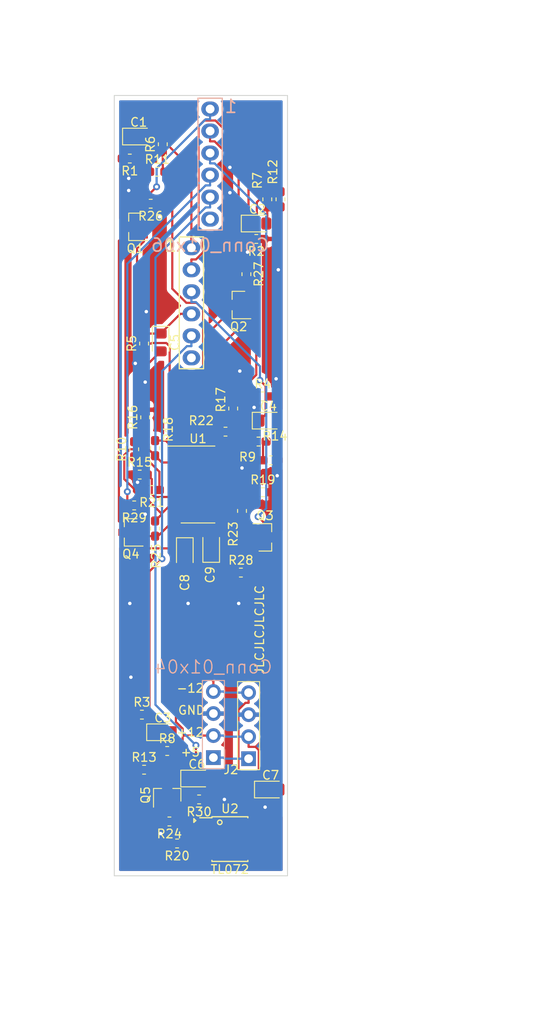
<source format=kicad_pcb>
(kicad_pcb (version 20171130) (host pcbnew "(5.1.4)-1")

  (general
    (thickness 1.6)
    (drawings 9)
    (tracks 308)
    (zones 0)
    (modules 50)
    (nets 35)
  )

  (page A4)
  (layers
    (0 F.Cu signal)
    (31 B.Cu signal)
    (32 B.Adhes user)
    (33 F.Adhes user)
    (34 B.Paste user)
    (35 F.Paste user)
    (36 B.SilkS user)
    (37 F.SilkS user)
    (38 B.Mask user)
    (39 F.Mask user)
    (40 Dwgs.User user hide)
    (41 Cmts.User user)
    (42 Eco1.User user)
    (43 Eco2.User user)
    (44 Edge.Cuts user)
    (45 Margin user)
    (46 B.CrtYd user hide)
    (47 F.CrtYd user hide)
    (48 B.Fab user hide)
    (49 F.Fab user hide)
  )

  (setup
    (last_trace_width 0.25)
    (user_trace_width 0.25)
    (user_trace_width 0.5)
    (user_trace_width 1)
    (trace_clearance 0.2)
    (zone_clearance 0.508)
    (zone_45_only no)
    (trace_min 0.2)
    (via_size 0.8)
    (via_drill 0.4)
    (via_min_size 0.4)
    (via_min_drill 0.3)
    (uvia_size 0.3)
    (uvia_drill 0.1)
    (uvias_allowed no)
    (uvia_min_size 0.2)
    (uvia_min_drill 0.1)
    (edge_width 0.05)
    (segment_width 0.2)
    (pcb_text_width 0.3)
    (pcb_text_size 1.5 1.5)
    (mod_edge_width 0.12)
    (mod_text_size 1 1)
    (mod_text_width 0.15)
    (pad_size 1.524 1.524)
    (pad_drill 0.762)
    (pad_to_mask_clearance 0.051)
    (solder_mask_min_width 0.25)
    (aux_axis_origin 0 0)
    (visible_elements 7FFFFFFF)
    (pcbplotparams
      (layerselection 0x010f0_ffffffff)
      (usegerberextensions true)
      (usegerberattributes false)
      (usegerberadvancedattributes false)
      (creategerberjobfile false)
      (excludeedgelayer true)
      (linewidth 0.100000)
      (plotframeref false)
      (viasonmask false)
      (mode 1)
      (useauxorigin false)
      (hpglpennumber 1)
      (hpglpenspeed 20)
      (hpglpendiameter 15.000000)
      (psnegative false)
      (psa4output false)
      (plotreference true)
      (plotvalue false)
      (plotinvisibletext false)
      (padsonsilk false)
      (subtractmaskfromsilk true)
      (outputformat 1)
      (mirror false)
      (drillshape 0)
      (scaleselection 1)
      (outputdirectory "./pentaexpander_gerber"))
  )

  (net 0 "")
  (net 1 +5V)
  (net 2 +12V)
  (net 3 -12V)
  (net 4 "Net-(C1-Pad1)")
  (net 5 "Net-(C1-Pad2)")
  (net 6 "Net-(R10-Pad1)")
  (net 7 "Net-(C2-Pad2)")
  (net 8 "Net-(C2-Pad1)")
  (net 9 "Net-(C3-Pad2)")
  (net 10 "Net-(C3-Pad1)")
  (net 11 "Net-(C4-Pad2)")
  (net 12 "Net-(C4-Pad1)")
  (net 13 "Net-(C5-Pad2)")
  (net 14 "Net-(C5-Pad1)")
  (net 15 "Net-(Q1-Pad1)")
  (net 16 "Net-(Q2-Pad1)")
  (net 17 "Net-(Q3-Pad1)")
  (net 18 "Net-(Q4-Pad1)")
  (net 19 "Net-(Q5-Pad1)")
  (net 20 "Net-(R11-Pad2)")
  (net 21 "Net-(R12-Pad2)")
  (net 22 "Net-(R13-Pad2)")
  (net 23 "Net-(R14-Pad2)")
  (net 24 "Net-(R16-Pad1)")
  (net 25 "Net-(R17-Pad1)")
  (net 26 "Net-(R19-Pad1)")
  (net 27 "Net-(R20-Pad1)")
  (net 28 "Net-(R21-Pad1)")
  (net 29 GNDREF)
  (net 30 "Net-(J3-Pad5)")
  (net 31 "Net-(J3-Pad4)")
  (net 32 "Net-(J3-Pad3)")
  (net 33 "Net-(J3-Pad2)")
  (net 34 "Net-(J3-Pad1)")

  (net_class Default "これはデフォルトのネット クラスです。"
    (clearance 0.2)
    (trace_width 0.25)
    (via_dia 0.8)
    (via_drill 0.4)
    (uvia_dia 0.3)
    (uvia_drill 0.1)
    (add_net +12V)
    (add_net +5V)
    (add_net -12V)
    (add_net GNDREF)
    (add_net "Net-(C1-Pad1)")
    (add_net "Net-(C1-Pad2)")
    (add_net "Net-(C2-Pad1)")
    (add_net "Net-(C2-Pad2)")
    (add_net "Net-(C3-Pad1)")
    (add_net "Net-(C3-Pad2)")
    (add_net "Net-(C4-Pad1)")
    (add_net "Net-(C4-Pad2)")
    (add_net "Net-(C5-Pad1)")
    (add_net "Net-(C5-Pad2)")
    (add_net "Net-(J3-Pad1)")
    (add_net "Net-(J3-Pad2)")
    (add_net "Net-(J3-Pad3)")
    (add_net "Net-(J3-Pad4)")
    (add_net "Net-(J3-Pad5)")
    (add_net "Net-(Q1-Pad1)")
    (add_net "Net-(Q2-Pad1)")
    (add_net "Net-(Q3-Pad1)")
    (add_net "Net-(Q4-Pad1)")
    (add_net "Net-(Q5-Pad1)")
    (add_net "Net-(R10-Pad1)")
    (add_net "Net-(R11-Pad2)")
    (add_net "Net-(R12-Pad2)")
    (add_net "Net-(R13-Pad2)")
    (add_net "Net-(R14-Pad2)")
    (add_net "Net-(R16-Pad1)")
    (add_net "Net-(R17-Pad1)")
    (add_net "Net-(R19-Pad1)")
    (add_net "Net-(R20-Pad1)")
    (add_net "Net-(R21-Pad1)")
  )

  (module 4ms_Package_SOIC:SOIC-8_3.9x4.9mm_Pitch1.27mm (layer F.Cu) (tedit 5B8EC8A9) (tstamp 60E496DE)
    (at 133.35 135.763)
    (descr "8-Lead Plastic Small Outline (SN) - Narrow, 3.90 mm Body [SOIC] (see Microchip Packaging Specification 00000049BS.pdf)")
    (tags "SOIC 1.27")
    (path /60F394F6)
    (attr smd)
    (fp_text reference U2 (at 0 -3.5) (layer F.SilkS)
      (effects (font (size 1 1) (thickness 0.15)))
    )
    (fp_text value TL072 (at 0 3.5) (layer F.SilkS)
      (effects (font (size 1 1) (thickness 0.15)))
    )
    (fp_line (start -2.075 -2.46) (end -3.475 -2.46) (layer F.SilkS) (width 0.15))
    (fp_line (start -2.075 2.575) (end 2.075 2.575) (layer F.SilkS) (width 0.15))
    (fp_line (start -2.075 -2.575) (end 2.075 -2.575) (layer F.SilkS) (width 0.15))
    (fp_line (start -2.075 2.575) (end -2.075 2.46) (layer F.SilkS) (width 0.15))
    (fp_line (start 2.075 2.575) (end 2.075 2.46) (layer F.SilkS) (width 0.15))
    (fp_line (start 2.075 -2.575) (end 2.075 -2.46) (layer F.SilkS) (width 0.15))
    (fp_line (start -2.075 -2.575) (end -2.075 -2.46) (layer F.SilkS) (width 0.15))
    (fp_line (start -3.75 2.75) (end 3.75 2.75) (layer F.CrtYd) (width 0.05))
    (fp_line (start -3.75 -2.75) (end 3.75 -2.75) (layer F.CrtYd) (width 0.05))
    (fp_line (start 3.75 -2.75) (end 3.75 2.75) (layer F.CrtYd) (width 0.05))
    (fp_line (start -3.75 -2.75) (end -3.75 2.75) (layer F.CrtYd) (width 0.05))
    (fp_circle (center -1.1684 -1.9304) (end -0.9398 -1.8034) (layer F.SilkS) (width 0.15))
    (fp_line (start -4.1656 -2.3622) (end -3.937 -2.1336) (layer F.SilkS) (width 0.15))
    (fp_line (start -3.937 -2.1336) (end -4.1656 -1.9304) (layer F.SilkS) (width 0.15))
    (fp_line (start -4.1656 -1.9304) (end -4.1656 -2.3368) (layer F.SilkS) (width 0.15))
    (pad 8 smd rect (at 2.7 -1.905) (size 1.55 0.6) (layers F.Cu F.Paste F.Mask)
      (net 2 +12V))
    (pad 7 smd rect (at 2.7 -0.635) (size 1.55 0.6) (layers F.Cu F.Paste F.Mask))
    (pad 6 smd rect (at 2.7 0.635) (size 1.55 0.6) (layers F.Cu F.Paste F.Mask))
    (pad 5 smd rect (at 2.7 1.905) (size 1.55 0.6) (layers F.Cu F.Paste F.Mask))
    (pad 4 smd rect (at -2.7 1.905) (size 1.55 0.6) (layers F.Cu F.Paste F.Mask)
      (net 3 -12V))
    (pad 3 smd rect (at -2.7 0.635) (size 1.55 0.6) (layers F.Cu F.Paste F.Mask)
      (net 22 "Net-(R13-Pad2)"))
    (pad 2 smd rect (at -2.7 -0.635) (size 1.55 0.6) (layers F.Cu F.Paste F.Mask)
      (net 27 "Net-(R20-Pad1)"))
    (pad 1 smd rect (at -2.7 -1.905) (size 1.55 0.6) (layers F.Cu F.Paste F.Mask)
      (net 19 "Net-(Q5-Pad1)"))
    (model ${KISYS3DMOD}/Package_SO.3dshapes/SOIC-8_3.9x4.9mm_P1.27mm.wrl
      (at (xyz 0 0 0))
      (scale (xyz 1 1 1))
      (rotate (xyz 0 0 0))
    )
    (model ${KISYS3DMOD}/Package_SO.3dshapes/SOIC-8_3.9x4.9mm_P1.27mm.step
      (at (xyz 0 0 0))
      (scale (xyz 1 1 1))
      (rotate (xyz 0 0 0))
    )
  )

  (module 4ms_Connector:Pins_1x04_2.54mm_TH (layer B.Cu) (tedit 5D65B27C) (tstamp 60E491FD)
    (at 131.445 122.555)
    (descr "Through hole straight pin header, 1x04, 2.54mm pitch, single row")
    (tags "Through hole pin header THT 1x04 2.54mm single row")
    (path /60ED232D)
    (fp_text reference J4 (at 0.05 6.31) (layer B.SilkS) hide
      (effects (font (size 1 1) (thickness 0.15)) (justify mirror))
    )
    (fp_text value Conn_01x04 (at 0 -6.64) (layer B.SilkS)
      (effects (font (size 1.5 1.5) (thickness 0.15)) (justify mirror))
    )
    (fp_line (start -1.27 5.08) (end -1.27 -5.08) (layer B.SilkS) (width 0.12))
    (fp_line (start -1.27 -5.08) (end 1.27 -5.08) (layer B.SilkS) (width 0.12))
    (fp_line (start 1.27 -5.08) (end 1.27 5.08) (layer B.SilkS) (width 0.12))
    (fp_line (start 1.27 5.08) (end -1.27 5.08) (layer B.SilkS) (width 0.12))
    (fp_line (start -1.5 5.13) (end -1.5 -5.13) (layer B.CrtYd) (width 0.05))
    (fp_line (start -1.5 -5.13) (end 1.5 -5.13) (layer B.CrtYd) (width 0.05))
    (fp_line (start 1.5 -5.13) (end 1.5 5.13) (layer B.CrtYd) (width 0.05))
    (fp_line (start 1.5 5.13) (end -1.5 5.13) (layer B.CrtYd) (width 0.05))
    (pad 1 thru_hole rect (at 0 3.81) (size 1.7 1.7) (drill 1) (layers *.Cu *.Mask)
      (net 1 +5V))
    (pad 2 thru_hole oval (at 0 1.27) (size 1.7 1.7) (drill 1) (layers *.Cu *.Mask)
      (net 2 +12V))
    (pad 3 thru_hole oval (at 0 -1.27) (size 1.7 1.7) (drill 1) (layers *.Cu *.Mask)
      (net 29 GNDREF))
    (pad 4 thru_hole oval (at 0 -3.81) (size 1.7 1.7) (drill 1) (layers *.Cu *.Mask)
      (net 3 -12V))
    (model ${KISYS3DMOD}/Connector_PinHeader_2.54mm.3dshapes/PinHeader_1x04_P2.54mm_Vertical.wrl
      (offset (xyz 0 3.81 0))
      (scale (xyz 1 1 1))
      (rotate (xyz 0 0 0))
    )
  )

  (module 4ms_Connector:Pins_1x06_2.54mm_TH_SWD (layer B.Cu) (tedit 5D65B367) (tstamp 60E491ED)
    (at 131.064 57.912 180)
    (descr "Through hole pin header")
    (tags "pin header")
    (path /60EDC80B)
    (fp_text reference J3 (at 0.05 8.8) (layer B.SilkS) hide
      (effects (font (size 1 1) (thickness 0.15)) (justify mirror))
    )
    (fp_text value Conn_01x06 (at 0 -9.35) (layer B.SilkS)
      (effects (font (size 1.5 1.5) (thickness 0.2)) (justify mirror))
    )
    (fp_text user 1 (at -2.4 6.65) (layer B.SilkS)
      (effects (font (size 1.5 1.5) (thickness 0.2)) (justify mirror))
    )
    (fp_line (start 1.4 7.6) (end -1.4 7.6) (layer B.SilkS) (width 0.15))
    (fp_line (start -1.4 -7.6) (end -1.4 7.6) (layer B.SilkS) (width 0.15))
    (fp_line (start 1.4 -7.6) (end -1.4 -7.6) (layer B.SilkS) (width 0.15))
    (fp_line (start 1.4 7.6) (end 1.4 -7.6) (layer B.SilkS) (width 0.15))
    (fp_line (start -1.5 -7.75) (end 1.5 -7.75) (layer B.CrtYd) (width 0.05))
    (fp_line (start -1.5 7.75) (end 1.5 7.75) (layer B.CrtYd) (width 0.05))
    (fp_line (start 1.5 7.75) (end 1.5 -7.75) (layer B.CrtYd) (width 0.05))
    (fp_line (start -1.5 7.75) (end -1.5 -7.75) (layer B.CrtYd) (width 0.05))
    (pad 6 thru_hole oval (at 0 -6.35 180) (size 2.032 1.7272) (drill 1.016) (layers *.Cu *.Mask))
    (pad 5 thru_hole oval (at 0 -3.81 180) (size 2.032 1.7272) (drill 1.016) (layers *.Cu *.Mask)
      (net 30 "Net-(J3-Pad5)"))
    (pad 4 thru_hole oval (at 0 -1.27 180) (size 2.032 1.7272) (drill 1.016) (layers *.Cu *.Mask)
      (net 31 "Net-(J3-Pad4)"))
    (pad 3 thru_hole oval (at 0 1.27 180) (size 2.032 1.7272) (drill 1.016) (layers *.Cu *.Mask)
      (net 32 "Net-(J3-Pad3)"))
    (pad 2 thru_hole oval (at 0 3.81 180) (size 2.032 1.7272) (drill 1.016) (layers *.Cu *.Mask)
      (net 33 "Net-(J3-Pad2)"))
    (pad 1 thru_hole oval (at 0 6.35 180) (size 2.032 1.7272) (drill 1.016) (layers *.Cu *.Mask)
      (net 34 "Net-(J3-Pad1)"))
    (model ${KISYS3DMOD}/Connector_PinHeader_2.54mm.3dshapes/PinHeader_1x06_P2.54mm_Vertical.wrl
      (offset (xyz 0 6.35 0))
      (scale (xyz 1 1 1))
      (rotate (xyz 0 0 0))
    )
  )

  (module Resistor_SMD:R_0603_1608Metric_Pad1.05x0.95mm_HandSolder (layer F.Cu) (tedit 5B301BBD) (tstamp 60B51B07)
    (at 129.794 131.191 180)
    (descr "Resistor SMD 0603 (1608 Metric), square (rectangular) end terminal, IPC_7351 nominal with elongated pad for handsoldering. (Body size source: http://www.tortai-tech.com/upload/download/2011102023233369053.pdf), generated with kicad-footprint-generator")
    (tags "resistor handsolder")
    (path /61236115)
    (attr smd)
    (fp_text reference R30 (at 0 -1.43) (layer F.SilkS)
      (effects (font (size 1 1) (thickness 0.15)))
    )
    (fp_text value 10k (at 0 1.43) (layer F.Fab)
      (effects (font (size 1 1) (thickness 0.15)))
    )
    (fp_text user %R (at 0 0) (layer F.Fab)
      (effects (font (size 0.4 0.4) (thickness 0.06)))
    )
    (fp_line (start 1.65 0.73) (end -1.65 0.73) (layer F.CrtYd) (width 0.05))
    (fp_line (start 1.65 -0.73) (end 1.65 0.73) (layer F.CrtYd) (width 0.05))
    (fp_line (start -1.65 -0.73) (end 1.65 -0.73) (layer F.CrtYd) (width 0.05))
    (fp_line (start -1.65 0.73) (end -1.65 -0.73) (layer F.CrtYd) (width 0.05))
    (fp_line (start -0.171267 0.51) (end 0.171267 0.51) (layer F.SilkS) (width 0.12))
    (fp_line (start -0.171267 -0.51) (end 0.171267 -0.51) (layer F.SilkS) (width 0.12))
    (fp_line (start 0.8 0.4) (end -0.8 0.4) (layer F.Fab) (width 0.1))
    (fp_line (start 0.8 -0.4) (end 0.8 0.4) (layer F.Fab) (width 0.1))
    (fp_line (start -0.8 -0.4) (end 0.8 -0.4) (layer F.Fab) (width 0.1))
    (fp_line (start -0.8 0.4) (end -0.8 -0.4) (layer F.Fab) (width 0.1))
    (pad 2 smd roundrect (at 0.875 0 180) (size 1.05 0.95) (layers F.Cu F.Paste F.Mask) (roundrect_rratio 0.25)
      (net 30 "Net-(J3-Pad5)"))
    (pad 1 smd roundrect (at -0.875 0 180) (size 1.05 0.95) (layers F.Cu F.Paste F.Mask) (roundrect_rratio 0.25)
      (net 29 GNDREF))
    (model ${KISYS3DMOD}/Resistor_SMD.3dshapes/R_0603_1608Metric.wrl
      (at (xyz 0 0 0))
      (scale (xyz 1 1 1))
      (rotate (xyz 0 0 0))
    )
  )

  (module Resistor_SMD:R_0603_1608Metric_Pad1.05x0.95mm_HandSolder (layer F.Cu) (tedit 5B301BBD) (tstamp 60B51AF6)
    (at 122.301 97.282 180)
    (descr "Resistor SMD 0603 (1608 Metric), square (rectangular) end terminal, IPC_7351 nominal with elongated pad for handsoldering. (Body size source: http://www.tortai-tech.com/upload/download/2011102023233369053.pdf), generated with kicad-footprint-generator")
    (tags "resistor handsolder")
    (path /6121C799)
    (attr smd)
    (fp_text reference R29 (at 0 -1.43) (layer F.SilkS)
      (effects (font (size 1 1) (thickness 0.15)))
    )
    (fp_text value 10k (at 0 1.43) (layer F.Fab)
      (effects (font (size 1 1) (thickness 0.15)))
    )
    (fp_text user %R (at 0 0) (layer F.Fab)
      (effects (font (size 0.4 0.4) (thickness 0.06)))
    )
    (fp_line (start 1.65 0.73) (end -1.65 0.73) (layer F.CrtYd) (width 0.05))
    (fp_line (start 1.65 -0.73) (end 1.65 0.73) (layer F.CrtYd) (width 0.05))
    (fp_line (start -1.65 -0.73) (end 1.65 -0.73) (layer F.CrtYd) (width 0.05))
    (fp_line (start -1.65 0.73) (end -1.65 -0.73) (layer F.CrtYd) (width 0.05))
    (fp_line (start -0.171267 0.51) (end 0.171267 0.51) (layer F.SilkS) (width 0.12))
    (fp_line (start -0.171267 -0.51) (end 0.171267 -0.51) (layer F.SilkS) (width 0.12))
    (fp_line (start 0.8 0.4) (end -0.8 0.4) (layer F.Fab) (width 0.1))
    (fp_line (start 0.8 -0.4) (end 0.8 0.4) (layer F.Fab) (width 0.1))
    (fp_line (start -0.8 -0.4) (end 0.8 -0.4) (layer F.Fab) (width 0.1))
    (fp_line (start -0.8 0.4) (end -0.8 -0.4) (layer F.Fab) (width 0.1))
    (pad 2 smd roundrect (at 0.875 0 180) (size 1.05 0.95) (layers F.Cu F.Paste F.Mask) (roundrect_rratio 0.25)
      (net 31 "Net-(J3-Pad4)"))
    (pad 1 smd roundrect (at -0.875 0 180) (size 1.05 0.95) (layers F.Cu F.Paste F.Mask) (roundrect_rratio 0.25)
      (net 29 GNDREF))
    (model ${KISYS3DMOD}/Resistor_SMD.3dshapes/R_0603_1608Metric.wrl
      (at (xyz 0 0 0))
      (scale (xyz 1 1 1))
      (rotate (xyz 0 0 0))
    )
  )

  (module Resistor_SMD:R_0603_1608Metric_Pad1.05x0.95mm_HandSolder (layer F.Cu) (tedit 5B301BBD) (tstamp 60B51AE5)
    (at 134.62 105.029)
    (descr "Resistor SMD 0603 (1608 Metric), square (rectangular) end terminal, IPC_7351 nominal with elongated pad for handsoldering. (Body size source: http://www.tortai-tech.com/upload/download/2011102023233369053.pdf), generated with kicad-footprint-generator")
    (tags "resistor handsolder")
    (path /61203A8F)
    (attr smd)
    (fp_text reference R28 (at 0 -1.43) (layer F.SilkS)
      (effects (font (size 1 1) (thickness 0.15)))
    )
    (fp_text value 10k (at 0 1.43) (layer F.Fab)
      (effects (font (size 1 1) (thickness 0.15)))
    )
    (fp_text user %R (at 0 0) (layer F.Fab)
      (effects (font (size 0.4 0.4) (thickness 0.06)))
    )
    (fp_line (start 1.65 0.73) (end -1.65 0.73) (layer F.CrtYd) (width 0.05))
    (fp_line (start 1.65 -0.73) (end 1.65 0.73) (layer F.CrtYd) (width 0.05))
    (fp_line (start -1.65 -0.73) (end 1.65 -0.73) (layer F.CrtYd) (width 0.05))
    (fp_line (start -1.65 0.73) (end -1.65 -0.73) (layer F.CrtYd) (width 0.05))
    (fp_line (start -0.171267 0.51) (end 0.171267 0.51) (layer F.SilkS) (width 0.12))
    (fp_line (start -0.171267 -0.51) (end 0.171267 -0.51) (layer F.SilkS) (width 0.12))
    (fp_line (start 0.8 0.4) (end -0.8 0.4) (layer F.Fab) (width 0.1))
    (fp_line (start 0.8 -0.4) (end 0.8 0.4) (layer F.Fab) (width 0.1))
    (fp_line (start -0.8 -0.4) (end 0.8 -0.4) (layer F.Fab) (width 0.1))
    (fp_line (start -0.8 0.4) (end -0.8 -0.4) (layer F.Fab) (width 0.1))
    (pad 2 smd roundrect (at 0.875 0) (size 1.05 0.95) (layers F.Cu F.Paste F.Mask) (roundrect_rratio 0.25)
      (net 32 "Net-(J3-Pad3)"))
    (pad 1 smd roundrect (at -0.875 0) (size 1.05 0.95) (layers F.Cu F.Paste F.Mask) (roundrect_rratio 0.25)
      (net 29 GNDREF))
    (model ${KISYS3DMOD}/Resistor_SMD.3dshapes/R_0603_1608Metric.wrl
      (at (xyz 0 0 0))
      (scale (xyz 1 1 1))
      (rotate (xyz 0 0 0))
    )
  )

  (module Resistor_SMD:R_0603_1608Metric_Pad1.05x0.95mm_HandSolder (layer F.Cu) (tedit 5B301BBD) (tstamp 60B51AD4)
    (at 135.255 70.612 270)
    (descr "Resistor SMD 0603 (1608 Metric), square (rectangular) end terminal, IPC_7351 nominal with elongated pad for handsoldering. (Body size source: http://www.tortai-tech.com/upload/download/2011102023233369053.pdf), generated with kicad-footprint-generator")
    (tags "resistor handsolder")
    (path /611E786A)
    (attr smd)
    (fp_text reference R27 (at 0 -1.43 90) (layer F.SilkS)
      (effects (font (size 1 1) (thickness 0.15)))
    )
    (fp_text value 10k (at 0 1.43 90) (layer F.Fab)
      (effects (font (size 1 1) (thickness 0.15)))
    )
    (fp_text user %R (at 0 0 90) (layer F.Fab)
      (effects (font (size 0.4 0.4) (thickness 0.06)))
    )
    (fp_line (start 1.65 0.73) (end -1.65 0.73) (layer F.CrtYd) (width 0.05))
    (fp_line (start 1.65 -0.73) (end 1.65 0.73) (layer F.CrtYd) (width 0.05))
    (fp_line (start -1.65 -0.73) (end 1.65 -0.73) (layer F.CrtYd) (width 0.05))
    (fp_line (start -1.65 0.73) (end -1.65 -0.73) (layer F.CrtYd) (width 0.05))
    (fp_line (start -0.171267 0.51) (end 0.171267 0.51) (layer F.SilkS) (width 0.12))
    (fp_line (start -0.171267 -0.51) (end 0.171267 -0.51) (layer F.SilkS) (width 0.12))
    (fp_line (start 0.8 0.4) (end -0.8 0.4) (layer F.Fab) (width 0.1))
    (fp_line (start 0.8 -0.4) (end 0.8 0.4) (layer F.Fab) (width 0.1))
    (fp_line (start -0.8 -0.4) (end 0.8 -0.4) (layer F.Fab) (width 0.1))
    (fp_line (start -0.8 0.4) (end -0.8 -0.4) (layer F.Fab) (width 0.1))
    (pad 2 smd roundrect (at 0.875 0 270) (size 1.05 0.95) (layers F.Cu F.Paste F.Mask) (roundrect_rratio 0.25)
      (net 33 "Net-(J3-Pad2)"))
    (pad 1 smd roundrect (at -0.875 0 270) (size 1.05 0.95) (layers F.Cu F.Paste F.Mask) (roundrect_rratio 0.25)
      (net 29 GNDREF))
    (model ${KISYS3DMOD}/Resistor_SMD.3dshapes/R_0603_1608Metric.wrl
      (at (xyz 0 0 0))
      (scale (xyz 1 1 1))
      (rotate (xyz 0 0 0))
    )
  )

  (module Resistor_SMD:R_0603_1608Metric_Pad1.05x0.95mm_HandSolder (layer F.Cu) (tedit 5B301BBD) (tstamp 60B51AC3)
    (at 124.206 62.484 180)
    (descr "Resistor SMD 0603 (1608 Metric), square (rectangular) end terminal, IPC_7351 nominal with elongated pad for handsoldering. (Body size source: http://www.tortai-tech.com/upload/download/2011102023233369053.pdf), generated with kicad-footprint-generator")
    (tags "resistor handsolder")
    (path /60E13944)
    (attr smd)
    (fp_text reference R26 (at 0 -1.43) (layer F.SilkS)
      (effects (font (size 1 1) (thickness 0.15)))
    )
    (fp_text value 10k (at 0 1.43) (layer F.Fab)
      (effects (font (size 1 1) (thickness 0.15)))
    )
    (fp_text user %R (at 0 0) (layer F.Fab)
      (effects (font (size 0.4 0.4) (thickness 0.06)))
    )
    (fp_line (start 1.65 0.73) (end -1.65 0.73) (layer F.CrtYd) (width 0.05))
    (fp_line (start 1.65 -0.73) (end 1.65 0.73) (layer F.CrtYd) (width 0.05))
    (fp_line (start -1.65 -0.73) (end 1.65 -0.73) (layer F.CrtYd) (width 0.05))
    (fp_line (start -1.65 0.73) (end -1.65 -0.73) (layer F.CrtYd) (width 0.05))
    (fp_line (start -0.171267 0.51) (end 0.171267 0.51) (layer F.SilkS) (width 0.12))
    (fp_line (start -0.171267 -0.51) (end 0.171267 -0.51) (layer F.SilkS) (width 0.12))
    (fp_line (start 0.8 0.4) (end -0.8 0.4) (layer F.Fab) (width 0.1))
    (fp_line (start 0.8 -0.4) (end 0.8 0.4) (layer F.Fab) (width 0.1))
    (fp_line (start -0.8 -0.4) (end 0.8 -0.4) (layer F.Fab) (width 0.1))
    (fp_line (start -0.8 0.4) (end -0.8 -0.4) (layer F.Fab) (width 0.1))
    (pad 2 smd roundrect (at 0.875 0 180) (size 1.05 0.95) (layers F.Cu F.Paste F.Mask) (roundrect_rratio 0.25)
      (net 34 "Net-(J3-Pad1)"))
    (pad 1 smd roundrect (at -0.875 0 180) (size 1.05 0.95) (layers F.Cu F.Paste F.Mask) (roundrect_rratio 0.25)
      (net 29 GNDREF))
    (model ${KISYS3DMOD}/Resistor_SMD.3dshapes/R_0603_1608Metric.wrl
      (at (xyz 0 0 0))
      (scale (xyz 1 1 1))
      (rotate (xyz 0 0 0))
    )
  )

  (module Resistor_SMD:R_0603_1608Metric_Pad1.05x0.95mm_HandSolder (layer F.Cu) (tedit 5B301BBD) (tstamp 60B51AB2)
    (at 124.714 99.949 90)
    (descr "Resistor SMD 0603 (1608 Metric), square (rectangular) end terminal, IPC_7351 nominal with elongated pad for handsoldering. (Body size source: http://www.tortai-tech.com/upload/download/2011102023233369053.pdf), generated with kicad-footprint-generator")
    (tags "resistor handsolder")
    (path /60D598CA)
    (attr smd)
    (fp_text reference R25 (at -3.175 0.127 90) (layer F.SilkS)
      (effects (font (size 1 1) (thickness 0.15)))
    )
    (fp_text value 10k (at 0 1.43 90) (layer F.Fab)
      (effects (font (size 1 1) (thickness 0.15)))
    )
    (fp_text user %R (at 0 0 90) (layer F.Fab)
      (effects (font (size 0.4 0.4) (thickness 0.06)))
    )
    (fp_line (start 1.65 0.73) (end -1.65 0.73) (layer F.CrtYd) (width 0.05))
    (fp_line (start 1.65 -0.73) (end 1.65 0.73) (layer F.CrtYd) (width 0.05))
    (fp_line (start -1.65 -0.73) (end 1.65 -0.73) (layer F.CrtYd) (width 0.05))
    (fp_line (start -1.65 0.73) (end -1.65 -0.73) (layer F.CrtYd) (width 0.05))
    (fp_line (start -0.171267 0.51) (end 0.171267 0.51) (layer F.SilkS) (width 0.12))
    (fp_line (start -0.171267 -0.51) (end 0.171267 -0.51) (layer F.SilkS) (width 0.12))
    (fp_line (start 0.8 0.4) (end -0.8 0.4) (layer F.Fab) (width 0.1))
    (fp_line (start 0.8 -0.4) (end 0.8 0.4) (layer F.Fab) (width 0.1))
    (fp_line (start -0.8 -0.4) (end 0.8 -0.4) (layer F.Fab) (width 0.1))
    (fp_line (start -0.8 0.4) (end -0.8 -0.4) (layer F.Fab) (width 0.1))
    (pad 2 smd roundrect (at 0.875 0 90) (size 1.05 0.95) (layers F.Cu F.Paste F.Mask) (roundrect_rratio 0.25)
      (net 28 "Net-(R21-Pad1)"))
    (pad 1 smd roundrect (at -0.875 0 90) (size 1.05 0.95) (layers F.Cu F.Paste F.Mask) (roundrect_rratio 0.25)
      (net 18 "Net-(Q4-Pad1)"))
    (model ${KISYS3DMOD}/Resistor_SMD.3dshapes/R_0603_1608Metric.wrl
      (at (xyz 0 0 0))
      (scale (xyz 1 1 1))
      (rotate (xyz 0 0 0))
    )
  )

  (module Resistor_SMD:R_0603_1608Metric_Pad1.05x0.95mm_HandSolder (layer F.Cu) (tedit 5B301BBD) (tstamp 60B51AA1)
    (at 126.365 133.731 180)
    (descr "Resistor SMD 0603 (1608 Metric), square (rectangular) end terminal, IPC_7351 nominal with elongated pad for handsoldering. (Body size source: http://www.tortai-tech.com/upload/download/2011102023233369053.pdf), generated with kicad-footprint-generator")
    (tags "resistor handsolder")
    (path /60D6DB02)
    (attr smd)
    (fp_text reference R24 (at 0 -1.43) (layer F.SilkS)
      (effects (font (size 1 1) (thickness 0.15)))
    )
    (fp_text value 10k (at 0 1.43) (layer F.Fab)
      (effects (font (size 1 1) (thickness 0.15)))
    )
    (fp_text user %R (at 0 0) (layer F.Fab)
      (effects (font (size 0.4 0.4) (thickness 0.06)))
    )
    (fp_line (start 1.65 0.73) (end -1.65 0.73) (layer F.CrtYd) (width 0.05))
    (fp_line (start 1.65 -0.73) (end 1.65 0.73) (layer F.CrtYd) (width 0.05))
    (fp_line (start -1.65 -0.73) (end 1.65 -0.73) (layer F.CrtYd) (width 0.05))
    (fp_line (start -1.65 0.73) (end -1.65 -0.73) (layer F.CrtYd) (width 0.05))
    (fp_line (start -0.171267 0.51) (end 0.171267 0.51) (layer F.SilkS) (width 0.12))
    (fp_line (start -0.171267 -0.51) (end 0.171267 -0.51) (layer F.SilkS) (width 0.12))
    (fp_line (start 0.8 0.4) (end -0.8 0.4) (layer F.Fab) (width 0.1))
    (fp_line (start 0.8 -0.4) (end 0.8 0.4) (layer F.Fab) (width 0.1))
    (fp_line (start -0.8 -0.4) (end 0.8 -0.4) (layer F.Fab) (width 0.1))
    (fp_line (start -0.8 0.4) (end -0.8 -0.4) (layer F.Fab) (width 0.1))
    (pad 2 smd roundrect (at 0.875 0 180) (size 1.05 0.95) (layers F.Cu F.Paste F.Mask) (roundrect_rratio 0.25)
      (net 27 "Net-(R20-Pad1)"))
    (pad 1 smd roundrect (at -0.875 0 180) (size 1.05 0.95) (layers F.Cu F.Paste F.Mask) (roundrect_rratio 0.25)
      (net 19 "Net-(Q5-Pad1)"))
    (model ${KISYS3DMOD}/Resistor_SMD.3dshapes/R_0603_1608Metric.wrl
      (at (xyz 0 0 0))
      (scale (xyz 1 1 1))
      (rotate (xyz 0 0 0))
    )
  )

  (module Resistor_SMD:R_0603_1608Metric_Pad1.05x0.95mm_HandSolder (layer F.Cu) (tedit 5B301BBD) (tstamp 60B51A90)
    (at 134.747 97.917 90)
    (descr "Resistor SMD 0603 (1608 Metric), square (rectangular) end terminal, IPC_7351 nominal with elongated pad for handsoldering. (Body size source: http://www.tortai-tech.com/upload/download/2011102023233369053.pdf), generated with kicad-footprint-generator")
    (tags "resistor handsolder")
    (path /60D4825F)
    (attr smd)
    (fp_text reference R23 (at -2.667 -1.016 90) (layer F.SilkS)
      (effects (font (size 1 1) (thickness 0.15)))
    )
    (fp_text value 10k (at 0 1.43 90) (layer F.Fab)
      (effects (font (size 1 1) (thickness 0.15)))
    )
    (fp_text user %R (at 0 0 90) (layer F.Fab)
      (effects (font (size 0.4 0.4) (thickness 0.06)))
    )
    (fp_line (start 1.65 0.73) (end -1.65 0.73) (layer F.CrtYd) (width 0.05))
    (fp_line (start 1.65 -0.73) (end 1.65 0.73) (layer F.CrtYd) (width 0.05))
    (fp_line (start -1.65 -0.73) (end 1.65 -0.73) (layer F.CrtYd) (width 0.05))
    (fp_line (start -1.65 0.73) (end -1.65 -0.73) (layer F.CrtYd) (width 0.05))
    (fp_line (start -0.171267 0.51) (end 0.171267 0.51) (layer F.SilkS) (width 0.12))
    (fp_line (start -0.171267 -0.51) (end 0.171267 -0.51) (layer F.SilkS) (width 0.12))
    (fp_line (start 0.8 0.4) (end -0.8 0.4) (layer F.Fab) (width 0.1))
    (fp_line (start 0.8 -0.4) (end 0.8 0.4) (layer F.Fab) (width 0.1))
    (fp_line (start -0.8 -0.4) (end 0.8 -0.4) (layer F.Fab) (width 0.1))
    (fp_line (start -0.8 0.4) (end -0.8 -0.4) (layer F.Fab) (width 0.1))
    (pad 2 smd roundrect (at 0.875 0 90) (size 1.05 0.95) (layers F.Cu F.Paste F.Mask) (roundrect_rratio 0.25)
      (net 26 "Net-(R19-Pad1)"))
    (pad 1 smd roundrect (at -0.875 0 90) (size 1.05 0.95) (layers F.Cu F.Paste F.Mask) (roundrect_rratio 0.25)
      (net 17 "Net-(Q3-Pad1)"))
    (model ${KISYS3DMOD}/Resistor_SMD.3dshapes/R_0603_1608Metric.wrl
      (at (xyz 0 0 0))
      (scale (xyz 1 1 1))
      (rotate (xyz 0 0 0))
    )
  )

  (module Resistor_SMD:R_0603_1608Metric_Pad1.05x0.95mm_HandSolder (layer F.Cu) (tedit 5B301BBD) (tstamp 60B51A7F)
    (at 132.842 88.773)
    (descr "Resistor SMD 0603 (1608 Metric), square (rectangular) end terminal, IPC_7351 nominal with elongated pad for handsoldering. (Body size source: http://www.tortai-tech.com/upload/download/2011102023233369053.pdf), generated with kicad-footprint-generator")
    (tags "resistor handsolder")
    (path /60D27482)
    (attr smd)
    (fp_text reference R22 (at -2.794 -1.27) (layer F.SilkS)
      (effects (font (size 1 1) (thickness 0.15)))
    )
    (fp_text value 10k (at 0 1.43) (layer F.Fab)
      (effects (font (size 1 1) (thickness 0.15)))
    )
    (fp_text user %R (at 0 0) (layer F.Fab)
      (effects (font (size 0.4 0.4) (thickness 0.06)))
    )
    (fp_line (start 1.65 0.73) (end -1.65 0.73) (layer F.CrtYd) (width 0.05))
    (fp_line (start 1.65 -0.73) (end 1.65 0.73) (layer F.CrtYd) (width 0.05))
    (fp_line (start -1.65 -0.73) (end 1.65 -0.73) (layer F.CrtYd) (width 0.05))
    (fp_line (start -1.65 0.73) (end -1.65 -0.73) (layer F.CrtYd) (width 0.05))
    (fp_line (start -0.171267 0.51) (end 0.171267 0.51) (layer F.SilkS) (width 0.12))
    (fp_line (start -0.171267 -0.51) (end 0.171267 -0.51) (layer F.SilkS) (width 0.12))
    (fp_line (start 0.8 0.4) (end -0.8 0.4) (layer F.Fab) (width 0.1))
    (fp_line (start 0.8 -0.4) (end 0.8 0.4) (layer F.Fab) (width 0.1))
    (fp_line (start -0.8 -0.4) (end 0.8 -0.4) (layer F.Fab) (width 0.1))
    (fp_line (start -0.8 0.4) (end -0.8 -0.4) (layer F.Fab) (width 0.1))
    (pad 2 smd roundrect (at 0.875 0) (size 1.05 0.95) (layers F.Cu F.Paste F.Mask) (roundrect_rratio 0.25)
      (net 25 "Net-(R17-Pad1)"))
    (pad 1 smd roundrect (at -0.875 0) (size 1.05 0.95) (layers F.Cu F.Paste F.Mask) (roundrect_rratio 0.25)
      (net 16 "Net-(Q2-Pad1)"))
    (model ${KISYS3DMOD}/Resistor_SMD.3dshapes/R_0603_1608Metric.wrl
      (at (xyz 0 0 0))
      (scale (xyz 1 1 1))
      (rotate (xyz 0 0 0))
    )
  )

  (module Resistor_SMD:R_0603_1608Metric_Pad1.05x0.95mm_HandSolder (layer F.Cu) (tedit 5B301BBD) (tstamp 60B51A6E)
    (at 124.333 95.504 180)
    (descr "Resistor SMD 0603 (1608 Metric), square (rectangular) end terminal, IPC_7351 nominal with elongated pad for handsoldering. (Body size source: http://www.tortai-tech.com/upload/download/2011102023233369053.pdf), generated with kicad-footprint-generator")
    (tags "resistor handsolder")
    (path /60D598D4)
    (attr smd)
    (fp_text reference R21 (at 0 -1.43) (layer F.SilkS)
      (effects (font (size 1 1) (thickness 0.15)))
    )
    (fp_text value 5.6k (at 0 1.43) (layer F.Fab)
      (effects (font (size 1 1) (thickness 0.15)))
    )
    (fp_text user %R (at 0 0) (layer F.Fab)
      (effects (font (size 0.4 0.4) (thickness 0.06)))
    )
    (fp_line (start 1.65 0.73) (end -1.65 0.73) (layer F.CrtYd) (width 0.05))
    (fp_line (start 1.65 -0.73) (end 1.65 0.73) (layer F.CrtYd) (width 0.05))
    (fp_line (start -1.65 -0.73) (end 1.65 -0.73) (layer F.CrtYd) (width 0.05))
    (fp_line (start -1.65 0.73) (end -1.65 -0.73) (layer F.CrtYd) (width 0.05))
    (fp_line (start -0.171267 0.51) (end 0.171267 0.51) (layer F.SilkS) (width 0.12))
    (fp_line (start -0.171267 -0.51) (end 0.171267 -0.51) (layer F.SilkS) (width 0.12))
    (fp_line (start 0.8 0.4) (end -0.8 0.4) (layer F.Fab) (width 0.1))
    (fp_line (start 0.8 -0.4) (end 0.8 0.4) (layer F.Fab) (width 0.1))
    (fp_line (start -0.8 -0.4) (end 0.8 -0.4) (layer F.Fab) (width 0.1))
    (fp_line (start -0.8 0.4) (end -0.8 -0.4) (layer F.Fab) (width 0.1))
    (pad 2 smd roundrect (at 0.875 0 180) (size 1.05 0.95) (layers F.Cu F.Paste F.Mask) (roundrect_rratio 0.25)
      (net 29 GNDREF))
    (pad 1 smd roundrect (at -0.875 0 180) (size 1.05 0.95) (layers F.Cu F.Paste F.Mask) (roundrect_rratio 0.25)
      (net 28 "Net-(R21-Pad1)"))
    (model ${KISYS3DMOD}/Resistor_SMD.3dshapes/R_0603_1608Metric.wrl
      (at (xyz 0 0 0))
      (scale (xyz 1 1 1))
      (rotate (xyz 0 0 0))
    )
  )

  (module Resistor_SMD:R_0603_1608Metric_Pad1.05x0.95mm_HandSolder (layer F.Cu) (tedit 5B301BBD) (tstamp 60B51A5D)
    (at 127.254 136.271 180)
    (descr "Resistor SMD 0603 (1608 Metric), square (rectangular) end terminal, IPC_7351 nominal with elongated pad for handsoldering. (Body size source: http://www.tortai-tech.com/upload/download/2011102023233369053.pdf), generated with kicad-footprint-generator")
    (tags "resistor handsolder")
    (path /60D6DB0C)
    (attr smd)
    (fp_text reference R20 (at 0 -1.43) (layer F.SilkS)
      (effects (font (size 1 1) (thickness 0.15)))
    )
    (fp_text value 5.6k (at 0 1.43) (layer F.Fab)
      (effects (font (size 1 1) (thickness 0.15)))
    )
    (fp_text user %R (at 0 0) (layer F.Fab)
      (effects (font (size 0.4 0.4) (thickness 0.06)))
    )
    (fp_line (start 1.65 0.73) (end -1.65 0.73) (layer F.CrtYd) (width 0.05))
    (fp_line (start 1.65 -0.73) (end 1.65 0.73) (layer F.CrtYd) (width 0.05))
    (fp_line (start -1.65 -0.73) (end 1.65 -0.73) (layer F.CrtYd) (width 0.05))
    (fp_line (start -1.65 0.73) (end -1.65 -0.73) (layer F.CrtYd) (width 0.05))
    (fp_line (start -0.171267 0.51) (end 0.171267 0.51) (layer F.SilkS) (width 0.12))
    (fp_line (start -0.171267 -0.51) (end 0.171267 -0.51) (layer F.SilkS) (width 0.12))
    (fp_line (start 0.8 0.4) (end -0.8 0.4) (layer F.Fab) (width 0.1))
    (fp_line (start 0.8 -0.4) (end 0.8 0.4) (layer F.Fab) (width 0.1))
    (fp_line (start -0.8 -0.4) (end 0.8 -0.4) (layer F.Fab) (width 0.1))
    (fp_line (start -0.8 0.4) (end -0.8 -0.4) (layer F.Fab) (width 0.1))
    (pad 2 smd roundrect (at 0.875 0 180) (size 1.05 0.95) (layers F.Cu F.Paste F.Mask) (roundrect_rratio 0.25)
      (net 29 GNDREF))
    (pad 1 smd roundrect (at -0.875 0 180) (size 1.05 0.95) (layers F.Cu F.Paste F.Mask) (roundrect_rratio 0.25)
      (net 27 "Net-(R20-Pad1)"))
    (model ${KISYS3DMOD}/Resistor_SMD.3dshapes/R_0603_1608Metric.wrl
      (at (xyz 0 0 0))
      (scale (xyz 1 1 1))
      (rotate (xyz 0 0 0))
    )
  )

  (module Resistor_SMD:R_0603_1608Metric_Pad1.05x0.95mm_HandSolder (layer F.Cu) (tedit 5B301BBD) (tstamp 60B51A4C)
    (at 137.16 95.758)
    (descr "Resistor SMD 0603 (1608 Metric), square (rectangular) end terminal, IPC_7351 nominal with elongated pad for handsoldering. (Body size source: http://www.tortai-tech.com/upload/download/2011102023233369053.pdf), generated with kicad-footprint-generator")
    (tags "resistor handsolder")
    (path /60D48269)
    (attr smd)
    (fp_text reference R19 (at 0 -1.43) (layer F.SilkS)
      (effects (font (size 1 1) (thickness 0.15)))
    )
    (fp_text value 5.6k (at 0 1.43) (layer F.Fab)
      (effects (font (size 1 1) (thickness 0.15)))
    )
    (fp_text user %R (at 0 0) (layer F.Fab)
      (effects (font (size 0.4 0.4) (thickness 0.06)))
    )
    (fp_line (start 1.65 0.73) (end -1.65 0.73) (layer F.CrtYd) (width 0.05))
    (fp_line (start 1.65 -0.73) (end 1.65 0.73) (layer F.CrtYd) (width 0.05))
    (fp_line (start -1.65 -0.73) (end 1.65 -0.73) (layer F.CrtYd) (width 0.05))
    (fp_line (start -1.65 0.73) (end -1.65 -0.73) (layer F.CrtYd) (width 0.05))
    (fp_line (start -0.171267 0.51) (end 0.171267 0.51) (layer F.SilkS) (width 0.12))
    (fp_line (start -0.171267 -0.51) (end 0.171267 -0.51) (layer F.SilkS) (width 0.12))
    (fp_line (start 0.8 0.4) (end -0.8 0.4) (layer F.Fab) (width 0.1))
    (fp_line (start 0.8 -0.4) (end 0.8 0.4) (layer F.Fab) (width 0.1))
    (fp_line (start -0.8 -0.4) (end 0.8 -0.4) (layer F.Fab) (width 0.1))
    (fp_line (start -0.8 0.4) (end -0.8 -0.4) (layer F.Fab) (width 0.1))
    (pad 2 smd roundrect (at 0.875 0) (size 1.05 0.95) (layers F.Cu F.Paste F.Mask) (roundrect_rratio 0.25)
      (net 29 GNDREF))
    (pad 1 smd roundrect (at -0.875 0) (size 1.05 0.95) (layers F.Cu F.Paste F.Mask) (roundrect_rratio 0.25)
      (net 26 "Net-(R19-Pad1)"))
    (model ${KISYS3DMOD}/Resistor_SMD.3dshapes/R_0603_1608Metric.wrl
      (at (xyz 0 0 0))
      (scale (xyz 1 1 1))
      (rotate (xyz 0 0 0))
    )
  )

  (module Resistor_SMD:R_0603_1608Metric_Pad1.05x0.95mm_HandSolder (layer F.Cu) (tedit 5B301BBD) (tstamp 60B51A3B)
    (at 124.714 90.678 270)
    (descr "Resistor SMD 0603 (1608 Metric), square (rectangular) end terminal, IPC_7351 nominal with elongated pad for handsoldering. (Body size source: http://www.tortai-tech.com/upload/download/2011102023233369053.pdf), generated with kicad-footprint-generator")
    (tags "resistor handsolder")
    (path /60D07545)
    (attr smd)
    (fp_text reference R18 (at -2.159 -1.524 90) (layer F.SilkS)
      (effects (font (size 1 1) (thickness 0.15)))
    )
    (fp_text value 10k (at 0 1.43 90) (layer F.Fab)
      (effects (font (size 1 1) (thickness 0.15)))
    )
    (fp_text user %R (at 0 0 90) (layer F.Fab)
      (effects (font (size 0.4 0.4) (thickness 0.06)))
    )
    (fp_line (start 1.65 0.73) (end -1.65 0.73) (layer F.CrtYd) (width 0.05))
    (fp_line (start 1.65 -0.73) (end 1.65 0.73) (layer F.CrtYd) (width 0.05))
    (fp_line (start -1.65 -0.73) (end 1.65 -0.73) (layer F.CrtYd) (width 0.05))
    (fp_line (start -1.65 0.73) (end -1.65 -0.73) (layer F.CrtYd) (width 0.05))
    (fp_line (start -0.171267 0.51) (end 0.171267 0.51) (layer F.SilkS) (width 0.12))
    (fp_line (start -0.171267 -0.51) (end 0.171267 -0.51) (layer F.SilkS) (width 0.12))
    (fp_line (start 0.8 0.4) (end -0.8 0.4) (layer F.Fab) (width 0.1))
    (fp_line (start 0.8 -0.4) (end 0.8 0.4) (layer F.Fab) (width 0.1))
    (fp_line (start -0.8 -0.4) (end 0.8 -0.4) (layer F.Fab) (width 0.1))
    (fp_line (start -0.8 0.4) (end -0.8 -0.4) (layer F.Fab) (width 0.1))
    (pad 2 smd roundrect (at 0.875 0 270) (size 1.05 0.95) (layers F.Cu F.Paste F.Mask) (roundrect_rratio 0.25)
      (net 24 "Net-(R16-Pad1)"))
    (pad 1 smd roundrect (at -0.875 0 270) (size 1.05 0.95) (layers F.Cu F.Paste F.Mask) (roundrect_rratio 0.25)
      (net 15 "Net-(Q1-Pad1)"))
    (model ${KISYS3DMOD}/Resistor_SMD.3dshapes/R_0603_1608Metric.wrl
      (at (xyz 0 0 0))
      (scale (xyz 1 1 1))
      (rotate (xyz 0 0 0))
    )
  )

  (module Resistor_SMD:R_0603_1608Metric_Pad1.05x0.95mm_HandSolder (layer F.Cu) (tedit 5B301BBD) (tstamp 60B51A2A)
    (at 133.731 86.106 90)
    (descr "Resistor SMD 0603 (1608 Metric), square (rectangular) end terminal, IPC_7351 nominal with elongated pad for handsoldering. (Body size source: http://www.tortai-tech.com/upload/download/2011102023233369053.pdf), generated with kicad-footprint-generator")
    (tags "resistor handsolder")
    (path /60D2748C)
    (attr smd)
    (fp_text reference R17 (at 1.016 -1.43 90) (layer F.SilkS)
      (effects (font (size 1 1) (thickness 0.15)))
    )
    (fp_text value 5.6k (at 0 1.43 90) (layer F.Fab)
      (effects (font (size 1 1) (thickness 0.15)))
    )
    (fp_text user %R (at 0 0 90) (layer F.Fab)
      (effects (font (size 0.4 0.4) (thickness 0.06)))
    )
    (fp_line (start 1.65 0.73) (end -1.65 0.73) (layer F.CrtYd) (width 0.05))
    (fp_line (start 1.65 -0.73) (end 1.65 0.73) (layer F.CrtYd) (width 0.05))
    (fp_line (start -1.65 -0.73) (end 1.65 -0.73) (layer F.CrtYd) (width 0.05))
    (fp_line (start -1.65 0.73) (end -1.65 -0.73) (layer F.CrtYd) (width 0.05))
    (fp_line (start -0.171267 0.51) (end 0.171267 0.51) (layer F.SilkS) (width 0.12))
    (fp_line (start -0.171267 -0.51) (end 0.171267 -0.51) (layer F.SilkS) (width 0.12))
    (fp_line (start 0.8 0.4) (end -0.8 0.4) (layer F.Fab) (width 0.1))
    (fp_line (start 0.8 -0.4) (end 0.8 0.4) (layer F.Fab) (width 0.1))
    (fp_line (start -0.8 -0.4) (end 0.8 -0.4) (layer F.Fab) (width 0.1))
    (fp_line (start -0.8 0.4) (end -0.8 -0.4) (layer F.Fab) (width 0.1))
    (pad 2 smd roundrect (at 0.875 0 90) (size 1.05 0.95) (layers F.Cu F.Paste F.Mask) (roundrect_rratio 0.25)
      (net 29 GNDREF))
    (pad 1 smd roundrect (at -0.875 0 90) (size 1.05 0.95) (layers F.Cu F.Paste F.Mask) (roundrect_rratio 0.25)
      (net 25 "Net-(R17-Pad1)"))
    (model ${KISYS3DMOD}/Resistor_SMD.3dshapes/R_0603_1608Metric.wrl
      (at (xyz 0 0 0))
      (scale (xyz 1 1 1))
      (rotate (xyz 0 0 0))
    )
  )

  (module Resistor_SMD:R_0603_1608Metric_Pad1.05x0.95mm_HandSolder (layer F.Cu) (tedit 5B301BBD) (tstamp 60B51A19)
    (at 123.571 87.122 90)
    (descr "Resistor SMD 0603 (1608 Metric), square (rectangular) end terminal, IPC_7351 nominal with elongated pad for handsoldering. (Body size source: http://www.tortai-tech.com/upload/download/2011102023233369053.pdf), generated with kicad-footprint-generator")
    (tags "resistor handsolder")
    (path /60D09387)
    (attr smd)
    (fp_text reference R16 (at 0 -1.43 90) (layer F.SilkS)
      (effects (font (size 1 1) (thickness 0.15)))
    )
    (fp_text value 5.6k (at 0 1.43 90) (layer F.Fab)
      (effects (font (size 1 1) (thickness 0.15)))
    )
    (fp_text user %R (at 0 0 90) (layer F.Fab)
      (effects (font (size 0.4 0.4) (thickness 0.06)))
    )
    (fp_line (start 1.65 0.73) (end -1.65 0.73) (layer F.CrtYd) (width 0.05))
    (fp_line (start 1.65 -0.73) (end 1.65 0.73) (layer F.CrtYd) (width 0.05))
    (fp_line (start -1.65 -0.73) (end 1.65 -0.73) (layer F.CrtYd) (width 0.05))
    (fp_line (start -1.65 0.73) (end -1.65 -0.73) (layer F.CrtYd) (width 0.05))
    (fp_line (start -0.171267 0.51) (end 0.171267 0.51) (layer F.SilkS) (width 0.12))
    (fp_line (start -0.171267 -0.51) (end 0.171267 -0.51) (layer F.SilkS) (width 0.12))
    (fp_line (start 0.8 0.4) (end -0.8 0.4) (layer F.Fab) (width 0.1))
    (fp_line (start 0.8 -0.4) (end 0.8 0.4) (layer F.Fab) (width 0.1))
    (fp_line (start -0.8 -0.4) (end 0.8 -0.4) (layer F.Fab) (width 0.1))
    (fp_line (start -0.8 0.4) (end -0.8 -0.4) (layer F.Fab) (width 0.1))
    (pad 2 smd roundrect (at 0.875 0 90) (size 1.05 0.95) (layers F.Cu F.Paste F.Mask) (roundrect_rratio 0.25)
      (net 29 GNDREF))
    (pad 1 smd roundrect (at -0.875 0 90) (size 1.05 0.95) (layers F.Cu F.Paste F.Mask) (roundrect_rratio 0.25)
      (net 24 "Net-(R16-Pad1)"))
    (model ${KISYS3DMOD}/Resistor_SMD.3dshapes/R_0603_1608Metric.wrl
      (at (xyz 0 0 0))
      (scale (xyz 1 1 1))
      (rotate (xyz 0 0 0))
    )
  )

  (module Resistor_SMD:R_0603_1608Metric_Pad1.05x0.95mm_HandSolder (layer F.Cu) (tedit 5B301BBD) (tstamp 60B51A08)
    (at 122.936 93.726)
    (descr "Resistor SMD 0603 (1608 Metric), square (rectangular) end terminal, IPC_7351 nominal with elongated pad for handsoldering. (Body size source: http://www.tortai-tech.com/upload/download/2011102023233369053.pdf), generated with kicad-footprint-generator")
    (tags "resistor handsolder")
    (path /60D59898)
    (attr smd)
    (fp_text reference R15 (at 0 -1.43) (layer F.SilkS)
      (effects (font (size 1 1) (thickness 0.15)))
    )
    (fp_text value 200k (at 0 1.43) (layer F.Fab)
      (effects (font (size 1 1) (thickness 0.15)))
    )
    (fp_text user %R (at 0 0) (layer F.Fab)
      (effects (font (size 0.4 0.4) (thickness 0.06)))
    )
    (fp_line (start 1.65 0.73) (end -1.65 0.73) (layer F.CrtYd) (width 0.05))
    (fp_line (start 1.65 -0.73) (end 1.65 0.73) (layer F.CrtYd) (width 0.05))
    (fp_line (start -1.65 -0.73) (end 1.65 -0.73) (layer F.CrtYd) (width 0.05))
    (fp_line (start -1.65 0.73) (end -1.65 -0.73) (layer F.CrtYd) (width 0.05))
    (fp_line (start -0.171267 0.51) (end 0.171267 0.51) (layer F.SilkS) (width 0.12))
    (fp_line (start -0.171267 -0.51) (end 0.171267 -0.51) (layer F.SilkS) (width 0.12))
    (fp_line (start 0.8 0.4) (end -0.8 0.4) (layer F.Fab) (width 0.1))
    (fp_line (start 0.8 -0.4) (end 0.8 0.4) (layer F.Fab) (width 0.1))
    (fp_line (start -0.8 -0.4) (end 0.8 -0.4) (layer F.Fab) (width 0.1))
    (fp_line (start -0.8 0.4) (end -0.8 -0.4) (layer F.Fab) (width 0.1))
    (pad 2 smd roundrect (at 0.875 0) (size 1.05 0.95) (layers F.Cu F.Paste F.Mask) (roundrect_rratio 0.25)
      (net 6 "Net-(R10-Pad1)"))
    (pad 1 smd roundrect (at -0.875 0) (size 1.05 0.95) (layers F.Cu F.Paste F.Mask) (roundrect_rratio 0.25)
      (net 29 GNDREF))
    (model ${KISYS3DMOD}/Resistor_SMD.3dshapes/R_0603_1608Metric.wrl
      (at (xyz 0 0 0))
      (scale (xyz 1 1 1))
      (rotate (xyz 0 0 0))
    )
  )

  (module Resistor_SMD:R_0603_1608Metric_Pad1.05x0.95mm_HandSolder (layer F.Cu) (tedit 5B301BBD) (tstamp 60B519F7)
    (at 136.652 89.916)
    (descr "Resistor SMD 0603 (1608 Metric), square (rectangular) end terminal, IPC_7351 nominal with elongated pad for handsoldering. (Body size source: http://www.tortai-tech.com/upload/download/2011102023233369053.pdf), generated with kicad-footprint-generator")
    (tags "resistor handsolder")
    (path /60D4822D)
    (attr smd)
    (fp_text reference R14 (at 1.905 -0.635) (layer F.SilkS)
      (effects (font (size 1 1) (thickness 0.15)))
    )
    (fp_text value 200k (at 0 1.43) (layer F.Fab)
      (effects (font (size 1 1) (thickness 0.15)))
    )
    (fp_text user %R (at 0 0) (layer F.Fab)
      (effects (font (size 0.4 0.4) (thickness 0.06)))
    )
    (fp_line (start 1.65 0.73) (end -1.65 0.73) (layer F.CrtYd) (width 0.05))
    (fp_line (start 1.65 -0.73) (end 1.65 0.73) (layer F.CrtYd) (width 0.05))
    (fp_line (start -1.65 -0.73) (end 1.65 -0.73) (layer F.CrtYd) (width 0.05))
    (fp_line (start -1.65 0.73) (end -1.65 -0.73) (layer F.CrtYd) (width 0.05))
    (fp_line (start -0.171267 0.51) (end 0.171267 0.51) (layer F.SilkS) (width 0.12))
    (fp_line (start -0.171267 -0.51) (end 0.171267 -0.51) (layer F.SilkS) (width 0.12))
    (fp_line (start 0.8 0.4) (end -0.8 0.4) (layer F.Fab) (width 0.1))
    (fp_line (start 0.8 -0.4) (end 0.8 0.4) (layer F.Fab) (width 0.1))
    (fp_line (start -0.8 -0.4) (end 0.8 -0.4) (layer F.Fab) (width 0.1))
    (fp_line (start -0.8 0.4) (end -0.8 -0.4) (layer F.Fab) (width 0.1))
    (pad 2 smd roundrect (at 0.875 0) (size 1.05 0.95) (layers F.Cu F.Paste F.Mask) (roundrect_rratio 0.25)
      (net 23 "Net-(R14-Pad2)"))
    (pad 1 smd roundrect (at -0.875 0) (size 1.05 0.95) (layers F.Cu F.Paste F.Mask) (roundrect_rratio 0.25)
      (net 29 GNDREF))
    (model ${KISYS3DMOD}/Resistor_SMD.3dshapes/R_0603_1608Metric.wrl
      (at (xyz 0 0 0))
      (scale (xyz 1 1 1))
      (rotate (xyz 0 0 0))
    )
  )

  (module Resistor_SMD:R_0603_1608Metric_Pad1.05x0.95mm_HandSolder (layer F.Cu) (tedit 5B301BBD) (tstamp 60B519E6)
    (at 123.444 127.762)
    (descr "Resistor SMD 0603 (1608 Metric), square (rectangular) end terminal, IPC_7351 nominal with elongated pad for handsoldering. (Body size source: http://www.tortai-tech.com/upload/download/2011102023233369053.pdf), generated with kicad-footprint-generator")
    (tags "resistor handsolder")
    (path /60D6DAD0)
    (attr smd)
    (fp_text reference R13 (at 0 -1.43) (layer F.SilkS)
      (effects (font (size 1 1) (thickness 0.15)))
    )
    (fp_text value 200k (at 0 1.43) (layer F.Fab)
      (effects (font (size 1 1) (thickness 0.15)))
    )
    (fp_text user %R (at 0 0) (layer F.Fab)
      (effects (font (size 0.4 0.4) (thickness 0.06)))
    )
    (fp_line (start 1.65 0.73) (end -1.65 0.73) (layer F.CrtYd) (width 0.05))
    (fp_line (start 1.65 -0.73) (end 1.65 0.73) (layer F.CrtYd) (width 0.05))
    (fp_line (start -1.65 -0.73) (end 1.65 -0.73) (layer F.CrtYd) (width 0.05))
    (fp_line (start -1.65 0.73) (end -1.65 -0.73) (layer F.CrtYd) (width 0.05))
    (fp_line (start -0.171267 0.51) (end 0.171267 0.51) (layer F.SilkS) (width 0.12))
    (fp_line (start -0.171267 -0.51) (end 0.171267 -0.51) (layer F.SilkS) (width 0.12))
    (fp_line (start 0.8 0.4) (end -0.8 0.4) (layer F.Fab) (width 0.1))
    (fp_line (start 0.8 -0.4) (end 0.8 0.4) (layer F.Fab) (width 0.1))
    (fp_line (start -0.8 -0.4) (end 0.8 -0.4) (layer F.Fab) (width 0.1))
    (fp_line (start -0.8 0.4) (end -0.8 -0.4) (layer F.Fab) (width 0.1))
    (pad 2 smd roundrect (at 0.875 0) (size 1.05 0.95) (layers F.Cu F.Paste F.Mask) (roundrect_rratio 0.25)
      (net 22 "Net-(R13-Pad2)"))
    (pad 1 smd roundrect (at -0.875 0) (size 1.05 0.95) (layers F.Cu F.Paste F.Mask) (roundrect_rratio 0.25)
      (net 29 GNDREF))
    (model ${KISYS3DMOD}/Resistor_SMD.3dshapes/R_0603_1608Metric.wrl
      (at (xyz 0 0 0))
      (scale (xyz 1 1 1))
      (rotate (xyz 0 0 0))
    )
  )

  (module Resistor_SMD:R_0603_1608Metric_Pad1.05x0.95mm_HandSolder (layer F.Cu) (tedit 5B301BBD) (tstamp 60B519D5)
    (at 139.192 61.976 90)
    (descr "Resistor SMD 0603 (1608 Metric), square (rectangular) end terminal, IPC_7351 nominal with elongated pad for handsoldering. (Body size source: http://www.tortai-tech.com/upload/download/2011102023233369053.pdf), generated with kicad-footprint-generator")
    (tags "resistor handsolder")
    (path /60D27450)
    (attr smd)
    (fp_text reference R12 (at 3.161 -0.889 90) (layer F.SilkS)
      (effects (font (size 1 1) (thickness 0.15)))
    )
    (fp_text value 200k (at 0 1.43 90) (layer F.Fab)
      (effects (font (size 1 1) (thickness 0.15)))
    )
    (fp_text user %R (at 0 0 90) (layer F.Fab)
      (effects (font (size 0.4 0.4) (thickness 0.06)))
    )
    (fp_line (start 1.65 0.73) (end -1.65 0.73) (layer F.CrtYd) (width 0.05))
    (fp_line (start 1.65 -0.73) (end 1.65 0.73) (layer F.CrtYd) (width 0.05))
    (fp_line (start -1.65 -0.73) (end 1.65 -0.73) (layer F.CrtYd) (width 0.05))
    (fp_line (start -1.65 0.73) (end -1.65 -0.73) (layer F.CrtYd) (width 0.05))
    (fp_line (start -0.171267 0.51) (end 0.171267 0.51) (layer F.SilkS) (width 0.12))
    (fp_line (start -0.171267 -0.51) (end 0.171267 -0.51) (layer F.SilkS) (width 0.12))
    (fp_line (start 0.8 0.4) (end -0.8 0.4) (layer F.Fab) (width 0.1))
    (fp_line (start 0.8 -0.4) (end 0.8 0.4) (layer F.Fab) (width 0.1))
    (fp_line (start -0.8 -0.4) (end 0.8 -0.4) (layer F.Fab) (width 0.1))
    (fp_line (start -0.8 0.4) (end -0.8 -0.4) (layer F.Fab) (width 0.1))
    (pad 2 smd roundrect (at 0.875 0 90) (size 1.05 0.95) (layers F.Cu F.Paste F.Mask) (roundrect_rratio 0.25)
      (net 21 "Net-(R12-Pad2)"))
    (pad 1 smd roundrect (at -0.875 0 90) (size 1.05 0.95) (layers F.Cu F.Paste F.Mask) (roundrect_rratio 0.25)
      (net 29 GNDREF))
    (model ${KISYS3DMOD}/Resistor_SMD.3dshapes/R_0603_1608Metric.wrl
      (at (xyz 0 0 0))
      (scale (xyz 1 1 1))
      (rotate (xyz 0 0 0))
    )
  )

  (module Resistor_SMD:R_0603_1608Metric_Pad1.05x0.95mm_HandSolder (layer F.Cu) (tedit 5B301BBD) (tstamp 60B519C4)
    (at 124.968 58.801)
    (descr "Resistor SMD 0603 (1608 Metric), square (rectangular) end terminal, IPC_7351 nominal with elongated pad for handsoldering. (Body size source: http://www.tortai-tech.com/upload/download/2011102023233369053.pdf), generated with kicad-footprint-generator")
    (tags "resistor handsolder")
    (path /60C87E47)
    (attr smd)
    (fp_text reference R11 (at 0 -1.43) (layer F.SilkS)
      (effects (font (size 1 1) (thickness 0.15)))
    )
    (fp_text value 200k (at 0 1.43) (layer F.Fab)
      (effects (font (size 1 1) (thickness 0.15)))
    )
    (fp_text user %R (at 0 0) (layer F.Fab)
      (effects (font (size 0.4 0.4) (thickness 0.06)))
    )
    (fp_line (start 1.65 0.73) (end -1.65 0.73) (layer F.CrtYd) (width 0.05))
    (fp_line (start 1.65 -0.73) (end 1.65 0.73) (layer F.CrtYd) (width 0.05))
    (fp_line (start -1.65 -0.73) (end 1.65 -0.73) (layer F.CrtYd) (width 0.05))
    (fp_line (start -1.65 0.73) (end -1.65 -0.73) (layer F.CrtYd) (width 0.05))
    (fp_line (start -0.171267 0.51) (end 0.171267 0.51) (layer F.SilkS) (width 0.12))
    (fp_line (start -0.171267 -0.51) (end 0.171267 -0.51) (layer F.SilkS) (width 0.12))
    (fp_line (start 0.8 0.4) (end -0.8 0.4) (layer F.Fab) (width 0.1))
    (fp_line (start 0.8 -0.4) (end 0.8 0.4) (layer F.Fab) (width 0.1))
    (fp_line (start -0.8 -0.4) (end 0.8 -0.4) (layer F.Fab) (width 0.1))
    (fp_line (start -0.8 0.4) (end -0.8 -0.4) (layer F.Fab) (width 0.1))
    (pad 2 smd roundrect (at 0.875 0) (size 1.05 0.95) (layers F.Cu F.Paste F.Mask) (roundrect_rratio 0.25)
      (net 20 "Net-(R11-Pad2)"))
    (pad 1 smd roundrect (at -0.875 0) (size 1.05 0.95) (layers F.Cu F.Paste F.Mask) (roundrect_rratio 0.25)
      (net 29 GNDREF))
    (model ${KISYS3DMOD}/Resistor_SMD.3dshapes/R_0603_1608Metric.wrl
      (at (xyz 0 0 0))
      (scale (xyz 1 1 1))
      (rotate (xyz 0 0 0))
    )
  )

  (module Resistor_SMD:R_0603_1608Metric_Pad1.05x0.95mm_HandSolder (layer F.Cu) (tedit 5B301BBD) (tstamp 60B519B3)
    (at 122.301 90.805 90)
    (descr "Resistor SMD 0603 (1608 Metric), square (rectangular) end terminal, IPC_7351 nominal with elongated pad for handsoldering. (Body size source: http://www.tortai-tech.com/upload/download/2011102023233369053.pdf), generated with kicad-footprint-generator")
    (tags "resistor handsolder")
    (path /60D5988E)
    (attr smd)
    (fp_text reference R10 (at 0 -1.43 90) (layer F.SilkS)
      (effects (font (size 1 1) (thickness 0.15)))
    )
    (fp_text value 10k (at 0 1.43 90) (layer F.Fab)
      (effects (font (size 1 1) (thickness 0.15)))
    )
    (fp_text user %R (at 0 0 90) (layer F.Fab)
      (effects (font (size 0.4 0.4) (thickness 0.06)))
    )
    (fp_line (start 1.65 0.73) (end -1.65 0.73) (layer F.CrtYd) (width 0.05))
    (fp_line (start 1.65 -0.73) (end 1.65 0.73) (layer F.CrtYd) (width 0.05))
    (fp_line (start -1.65 -0.73) (end 1.65 -0.73) (layer F.CrtYd) (width 0.05))
    (fp_line (start -1.65 0.73) (end -1.65 -0.73) (layer F.CrtYd) (width 0.05))
    (fp_line (start -0.171267 0.51) (end 0.171267 0.51) (layer F.SilkS) (width 0.12))
    (fp_line (start -0.171267 -0.51) (end 0.171267 -0.51) (layer F.SilkS) (width 0.12))
    (fp_line (start 0.8 0.4) (end -0.8 0.4) (layer F.Fab) (width 0.1))
    (fp_line (start 0.8 -0.4) (end 0.8 0.4) (layer F.Fab) (width 0.1))
    (fp_line (start -0.8 -0.4) (end 0.8 -0.4) (layer F.Fab) (width 0.1))
    (fp_line (start -0.8 0.4) (end -0.8 -0.4) (layer F.Fab) (width 0.1))
    (pad 2 smd roundrect (at 0.875 0 90) (size 1.05 0.95) (layers F.Cu F.Paste F.Mask) (roundrect_rratio 0.25)
      (net 13 "Net-(C5-Pad2)"))
    (pad 1 smd roundrect (at -0.875 0 90) (size 1.05 0.95) (layers F.Cu F.Paste F.Mask) (roundrect_rratio 0.25)
      (net 6 "Net-(R10-Pad1)"))
    (model ${KISYS3DMOD}/Resistor_SMD.3dshapes/R_0603_1608Metric.wrl
      (at (xyz 0 0 0))
      (scale (xyz 1 1 1))
      (rotate (xyz 0 0 0))
    )
  )

  (module Resistor_SMD:R_0603_1608Metric_Pad1.05x0.95mm_HandSolder (layer F.Cu) (tedit 5B301BBD) (tstamp 60B519A2)
    (at 138.049 92.075)
    (descr "Resistor SMD 0603 (1608 Metric), square (rectangular) end terminal, IPC_7351 nominal with elongated pad for handsoldering. (Body size source: http://www.tortai-tech.com/upload/download/2011102023233369053.pdf), generated with kicad-footprint-generator")
    (tags "resistor handsolder")
    (path /60D48223)
    (attr smd)
    (fp_text reference R9 (at -2.667 -0.381) (layer F.SilkS)
      (effects (font (size 1 1) (thickness 0.15)))
    )
    (fp_text value 10k (at 0 1.43) (layer F.Fab)
      (effects (font (size 1 1) (thickness 0.15)))
    )
    (fp_text user %R (at 0 0) (layer F.Fab)
      (effects (font (size 0.4 0.4) (thickness 0.06)))
    )
    (fp_line (start 1.65 0.73) (end -1.65 0.73) (layer F.CrtYd) (width 0.05))
    (fp_line (start 1.65 -0.73) (end 1.65 0.73) (layer F.CrtYd) (width 0.05))
    (fp_line (start -1.65 -0.73) (end 1.65 -0.73) (layer F.CrtYd) (width 0.05))
    (fp_line (start -1.65 0.73) (end -1.65 -0.73) (layer F.CrtYd) (width 0.05))
    (fp_line (start -0.171267 0.51) (end 0.171267 0.51) (layer F.SilkS) (width 0.12))
    (fp_line (start -0.171267 -0.51) (end 0.171267 -0.51) (layer F.SilkS) (width 0.12))
    (fp_line (start 0.8 0.4) (end -0.8 0.4) (layer F.Fab) (width 0.1))
    (fp_line (start 0.8 -0.4) (end 0.8 0.4) (layer F.Fab) (width 0.1))
    (fp_line (start -0.8 -0.4) (end 0.8 -0.4) (layer F.Fab) (width 0.1))
    (fp_line (start -0.8 0.4) (end -0.8 -0.4) (layer F.Fab) (width 0.1))
    (pad 2 smd roundrect (at 0.875 0) (size 1.05 0.95) (layers F.Cu F.Paste F.Mask) (roundrect_rratio 0.25)
      (net 11 "Net-(C4-Pad2)"))
    (pad 1 smd roundrect (at -0.875 0) (size 1.05 0.95) (layers F.Cu F.Paste F.Mask) (roundrect_rratio 0.25)
      (net 23 "Net-(R14-Pad2)"))
    (model ${KISYS3DMOD}/Resistor_SMD.3dshapes/R_0603_1608Metric.wrl
      (at (xyz 0 0 0))
      (scale (xyz 1 1 1))
      (rotate (xyz 0 0 0))
    )
  )

  (module Resistor_SMD:R_0603_1608Metric_Pad1.05x0.95mm_HandSolder (layer F.Cu) (tedit 5B301BBD) (tstamp 60B51991)
    (at 126.111 125.603)
    (descr "Resistor SMD 0603 (1608 Metric), square (rectangular) end terminal, IPC_7351 nominal with elongated pad for handsoldering. (Body size source: http://www.tortai-tech.com/upload/download/2011102023233369053.pdf), generated with kicad-footprint-generator")
    (tags "resistor handsolder")
    (path /60D6DAC6)
    (attr smd)
    (fp_text reference R8 (at 0 -1.43) (layer F.SilkS)
      (effects (font (size 1 1) (thickness 0.15)))
    )
    (fp_text value 10k (at 0 1.43) (layer F.Fab)
      (effects (font (size 1 1) (thickness 0.15)))
    )
    (fp_text user %R (at 0 0) (layer F.Fab)
      (effects (font (size 0.4 0.4) (thickness 0.06)))
    )
    (fp_line (start 1.65 0.73) (end -1.65 0.73) (layer F.CrtYd) (width 0.05))
    (fp_line (start 1.65 -0.73) (end 1.65 0.73) (layer F.CrtYd) (width 0.05))
    (fp_line (start -1.65 -0.73) (end 1.65 -0.73) (layer F.CrtYd) (width 0.05))
    (fp_line (start -1.65 0.73) (end -1.65 -0.73) (layer F.CrtYd) (width 0.05))
    (fp_line (start -0.171267 0.51) (end 0.171267 0.51) (layer F.SilkS) (width 0.12))
    (fp_line (start -0.171267 -0.51) (end 0.171267 -0.51) (layer F.SilkS) (width 0.12))
    (fp_line (start 0.8 0.4) (end -0.8 0.4) (layer F.Fab) (width 0.1))
    (fp_line (start 0.8 -0.4) (end 0.8 0.4) (layer F.Fab) (width 0.1))
    (fp_line (start -0.8 -0.4) (end 0.8 -0.4) (layer F.Fab) (width 0.1))
    (fp_line (start -0.8 0.4) (end -0.8 -0.4) (layer F.Fab) (width 0.1))
    (pad 2 smd roundrect (at 0.875 0) (size 1.05 0.95) (layers F.Cu F.Paste F.Mask) (roundrect_rratio 0.25)
      (net 9 "Net-(C3-Pad2)"))
    (pad 1 smd roundrect (at -0.875 0) (size 1.05 0.95) (layers F.Cu F.Paste F.Mask) (roundrect_rratio 0.25)
      (net 22 "Net-(R13-Pad2)"))
    (model ${KISYS3DMOD}/Resistor_SMD.3dshapes/R_0603_1608Metric.wrl
      (at (xyz 0 0 0))
      (scale (xyz 1 1 1))
      (rotate (xyz 0 0 0))
    )
  )

  (module Resistor_SMD:R_0603_1608Metric_Pad1.05x0.95mm_HandSolder (layer F.Cu) (tedit 5B301BBD) (tstamp 60B51980)
    (at 137.668 61.976 270)
    (descr "Resistor SMD 0603 (1608 Metric), square (rectangular) end terminal, IPC_7351 nominal with elongated pad for handsoldering. (Body size source: http://www.tortai-tech.com/upload/download/2011102023233369053.pdf), generated with kicad-footprint-generator")
    (tags "resistor handsolder")
    (path /60D27446)
    (attr smd)
    (fp_text reference R7 (at -2.159 1.143 90) (layer F.SilkS)
      (effects (font (size 1 1) (thickness 0.15)))
    )
    (fp_text value 10k (at 1.27 1.905 90) (layer F.Fab)
      (effects (font (size 1 1) (thickness 0.15)))
    )
    (fp_text user %R (at 0 0 90) (layer F.Fab)
      (effects (font (size 0.4 0.4) (thickness 0.06)))
    )
    (fp_line (start 1.65 0.73) (end -1.65 0.73) (layer F.CrtYd) (width 0.05))
    (fp_line (start 1.65 -0.73) (end 1.65 0.73) (layer F.CrtYd) (width 0.05))
    (fp_line (start -1.65 -0.73) (end 1.65 -0.73) (layer F.CrtYd) (width 0.05))
    (fp_line (start -1.65 0.73) (end -1.65 -0.73) (layer F.CrtYd) (width 0.05))
    (fp_line (start -0.171267 0.51) (end 0.171267 0.51) (layer F.SilkS) (width 0.12))
    (fp_line (start -0.171267 -0.51) (end 0.171267 -0.51) (layer F.SilkS) (width 0.12))
    (fp_line (start 0.8 0.4) (end -0.8 0.4) (layer F.Fab) (width 0.1))
    (fp_line (start 0.8 -0.4) (end 0.8 0.4) (layer F.Fab) (width 0.1))
    (fp_line (start -0.8 -0.4) (end 0.8 -0.4) (layer F.Fab) (width 0.1))
    (fp_line (start -0.8 0.4) (end -0.8 -0.4) (layer F.Fab) (width 0.1))
    (pad 2 smd roundrect (at 0.875 0 270) (size 1.05 0.95) (layers F.Cu F.Paste F.Mask) (roundrect_rratio 0.25)
      (net 7 "Net-(C2-Pad2)"))
    (pad 1 smd roundrect (at -0.875 0 270) (size 1.05 0.95) (layers F.Cu F.Paste F.Mask) (roundrect_rratio 0.25)
      (net 21 "Net-(R12-Pad2)"))
    (model ${KISYS3DMOD}/Resistor_SMD.3dshapes/R_0603_1608Metric.wrl
      (at (xyz 0 0 0))
      (scale (xyz 1 1 1))
      (rotate (xyz 0 0 0))
    )
  )

  (module Resistor_SMD:R_0603_1608Metric_Pad1.05x0.95mm_HandSolder (layer F.Cu) (tedit 5B301BBD) (tstamp 60B5196F)
    (at 125.603 55.626 90)
    (descr "Resistor SMD 0603 (1608 Metric), square (rectangular) end terminal, IPC_7351 nominal with elongated pad for handsoldering. (Body size source: http://www.tortai-tech.com/upload/download/2011102023233369053.pdf), generated with kicad-footprint-generator")
    (tags "resistor handsolder")
    (path /60C86E7F)
    (attr smd)
    (fp_text reference R6 (at 0 -1.43 90) (layer F.SilkS)
      (effects (font (size 1 1) (thickness 0.15)))
    )
    (fp_text value 10k (at 0 1.43 90) (layer F.Fab)
      (effects (font (size 1 1) (thickness 0.15)))
    )
    (fp_text user %R (at 0 0 90) (layer F.Fab)
      (effects (font (size 0.4 0.4) (thickness 0.06)))
    )
    (fp_line (start 1.65 0.73) (end -1.65 0.73) (layer F.CrtYd) (width 0.05))
    (fp_line (start 1.65 -0.73) (end 1.65 0.73) (layer F.CrtYd) (width 0.05))
    (fp_line (start -1.65 -0.73) (end 1.65 -0.73) (layer F.CrtYd) (width 0.05))
    (fp_line (start -1.65 0.73) (end -1.65 -0.73) (layer F.CrtYd) (width 0.05))
    (fp_line (start -0.171267 0.51) (end 0.171267 0.51) (layer F.SilkS) (width 0.12))
    (fp_line (start -0.171267 -0.51) (end 0.171267 -0.51) (layer F.SilkS) (width 0.12))
    (fp_line (start 0.8 0.4) (end -0.8 0.4) (layer F.Fab) (width 0.1))
    (fp_line (start 0.8 -0.4) (end 0.8 0.4) (layer F.Fab) (width 0.1))
    (fp_line (start -0.8 -0.4) (end 0.8 -0.4) (layer F.Fab) (width 0.1))
    (fp_line (start -0.8 0.4) (end -0.8 -0.4) (layer F.Fab) (width 0.1))
    (pad 2 smd roundrect (at 0.875 0 90) (size 1.05 0.95) (layers F.Cu F.Paste F.Mask) (roundrect_rratio 0.25)
      (net 5 "Net-(C1-Pad2)"))
    (pad 1 smd roundrect (at -0.875 0 90) (size 1.05 0.95) (layers F.Cu F.Paste F.Mask) (roundrect_rratio 0.25)
      (net 20 "Net-(R11-Pad2)"))
    (model ${KISYS3DMOD}/Resistor_SMD.3dshapes/R_0603_1608Metric.wrl
      (at (xyz 0 0 0))
      (scale (xyz 1 1 1))
      (rotate (xyz 0 0 0))
    )
  )

  (module Resistor_SMD:R_0603_1608Metric_Pad1.05x0.95mm_HandSolder (layer F.Cu) (tedit 5B301BBD) (tstamp 60B5195E)
    (at 123.444 78.613 90)
    (descr "Resistor SMD 0603 (1608 Metric), square (rectangular) end terminal, IPC_7351 nominal with elongated pad for handsoldering. (Body size source: http://www.tortai-tech.com/upload/download/2011102023233369053.pdf), generated with kicad-footprint-generator")
    (tags "resistor handsolder")
    (path /60D59884)
    (attr smd)
    (fp_text reference R5 (at 0 -1.43 90) (layer F.SilkS)
      (effects (font (size 1 1) (thickness 0.15)))
    )
    (fp_text value 100k (at 0 1.43 90) (layer F.Fab)
      (effects (font (size 1 1) (thickness 0.15)))
    )
    (fp_text user %R (at 0 0 90) (layer F.Fab)
      (effects (font (size 0.4 0.4) (thickness 0.06)))
    )
    (fp_line (start 1.65 0.73) (end -1.65 0.73) (layer F.CrtYd) (width 0.05))
    (fp_line (start 1.65 -0.73) (end 1.65 0.73) (layer F.CrtYd) (width 0.05))
    (fp_line (start -1.65 -0.73) (end 1.65 -0.73) (layer F.CrtYd) (width 0.05))
    (fp_line (start -1.65 0.73) (end -1.65 -0.73) (layer F.CrtYd) (width 0.05))
    (fp_line (start -0.171267 0.51) (end 0.171267 0.51) (layer F.SilkS) (width 0.12))
    (fp_line (start -0.171267 -0.51) (end 0.171267 -0.51) (layer F.SilkS) (width 0.12))
    (fp_line (start 0.8 0.4) (end -0.8 0.4) (layer F.Fab) (width 0.1))
    (fp_line (start 0.8 -0.4) (end 0.8 0.4) (layer F.Fab) (width 0.1))
    (fp_line (start -0.8 -0.4) (end 0.8 -0.4) (layer F.Fab) (width 0.1))
    (fp_line (start -0.8 0.4) (end -0.8 -0.4) (layer F.Fab) (width 0.1))
    (pad 2 smd roundrect (at 0.875 0 90) (size 1.05 0.95) (layers F.Cu F.Paste F.Mask) (roundrect_rratio 0.25)
      (net 14 "Net-(C5-Pad1)"))
    (pad 1 smd roundrect (at -0.875 0 90) (size 1.05 0.95) (layers F.Cu F.Paste F.Mask) (roundrect_rratio 0.25)
      (net 29 GNDREF))
    (model ${KISYS3DMOD}/Resistor_SMD.3dshapes/R_0603_1608Metric.wrl
      (at (xyz 0 0 0))
      (scale (xyz 1 1 1))
      (rotate (xyz 0 0 0))
    )
  )

  (module Resistor_SMD:R_0603_1608Metric_Pad1.05x0.95mm_HandSolder (layer F.Cu) (tedit 5B301BBD) (tstamp 60B5194D)
    (at 137.16 84.709)
    (descr "Resistor SMD 0603 (1608 Metric), square (rectangular) end terminal, IPC_7351 nominal with elongated pad for handsoldering. (Body size source: http://www.tortai-tech.com/upload/download/2011102023233369053.pdf), generated with kicad-footprint-generator")
    (tags "resistor handsolder")
    (path /60D48219)
    (attr smd)
    (fp_text reference R4 (at 0 -1.43) (layer F.SilkS)
      (effects (font (size 1 1) (thickness 0.15)))
    )
    (fp_text value 100k (at 0 1.43) (layer F.Fab)
      (effects (font (size 1 1) (thickness 0.15)))
    )
    (fp_text user %R (at 0 0) (layer F.Fab)
      (effects (font (size 0.4 0.4) (thickness 0.06)))
    )
    (fp_line (start 1.65 0.73) (end -1.65 0.73) (layer F.CrtYd) (width 0.05))
    (fp_line (start 1.65 -0.73) (end 1.65 0.73) (layer F.CrtYd) (width 0.05))
    (fp_line (start -1.65 -0.73) (end 1.65 -0.73) (layer F.CrtYd) (width 0.05))
    (fp_line (start -1.65 0.73) (end -1.65 -0.73) (layer F.CrtYd) (width 0.05))
    (fp_line (start -0.171267 0.51) (end 0.171267 0.51) (layer F.SilkS) (width 0.12))
    (fp_line (start -0.171267 -0.51) (end 0.171267 -0.51) (layer F.SilkS) (width 0.12))
    (fp_line (start 0.8 0.4) (end -0.8 0.4) (layer F.Fab) (width 0.1))
    (fp_line (start 0.8 -0.4) (end 0.8 0.4) (layer F.Fab) (width 0.1))
    (fp_line (start -0.8 -0.4) (end 0.8 -0.4) (layer F.Fab) (width 0.1))
    (fp_line (start -0.8 0.4) (end -0.8 -0.4) (layer F.Fab) (width 0.1))
    (pad 2 smd roundrect (at 0.875 0) (size 1.05 0.95) (layers F.Cu F.Paste F.Mask) (roundrect_rratio 0.25)
      (net 12 "Net-(C4-Pad1)"))
    (pad 1 smd roundrect (at -0.875 0) (size 1.05 0.95) (layers F.Cu F.Paste F.Mask) (roundrect_rratio 0.25)
      (net 29 GNDREF))
    (model ${KISYS3DMOD}/Resistor_SMD.3dshapes/R_0603_1608Metric.wrl
      (at (xyz 0 0 0))
      (scale (xyz 1 1 1))
      (rotate (xyz 0 0 0))
    )
  )

  (module Resistor_SMD:R_0603_1608Metric_Pad1.05x0.95mm_HandSolder (layer F.Cu) (tedit 5B301BBD) (tstamp 60B5193C)
    (at 123.19 121.412)
    (descr "Resistor SMD 0603 (1608 Metric), square (rectangular) end terminal, IPC_7351 nominal with elongated pad for handsoldering. (Body size source: http://www.tortai-tech.com/upload/download/2011102023233369053.pdf), generated with kicad-footprint-generator")
    (tags "resistor handsolder")
    (path /60D6DABC)
    (attr smd)
    (fp_text reference R3 (at 0 -1.43) (layer F.SilkS)
      (effects (font (size 1 1) (thickness 0.15)))
    )
    (fp_text value 100k (at 0 1.43) (layer F.Fab)
      (effects (font (size 1 1) (thickness 0.15)))
    )
    (fp_text user %R (at 0 0) (layer F.Fab)
      (effects (font (size 0.4 0.4) (thickness 0.06)))
    )
    (fp_line (start 1.65 0.73) (end -1.65 0.73) (layer F.CrtYd) (width 0.05))
    (fp_line (start 1.65 -0.73) (end 1.65 0.73) (layer F.CrtYd) (width 0.05))
    (fp_line (start -1.65 -0.73) (end 1.65 -0.73) (layer F.CrtYd) (width 0.05))
    (fp_line (start -1.65 0.73) (end -1.65 -0.73) (layer F.CrtYd) (width 0.05))
    (fp_line (start -0.171267 0.51) (end 0.171267 0.51) (layer F.SilkS) (width 0.12))
    (fp_line (start -0.171267 -0.51) (end 0.171267 -0.51) (layer F.SilkS) (width 0.12))
    (fp_line (start 0.8 0.4) (end -0.8 0.4) (layer F.Fab) (width 0.1))
    (fp_line (start 0.8 -0.4) (end 0.8 0.4) (layer F.Fab) (width 0.1))
    (fp_line (start -0.8 -0.4) (end 0.8 -0.4) (layer F.Fab) (width 0.1))
    (fp_line (start -0.8 0.4) (end -0.8 -0.4) (layer F.Fab) (width 0.1))
    (pad 2 smd roundrect (at 0.875 0) (size 1.05 0.95) (layers F.Cu F.Paste F.Mask) (roundrect_rratio 0.25)
      (net 10 "Net-(C3-Pad1)"))
    (pad 1 smd roundrect (at -0.875 0) (size 1.05 0.95) (layers F.Cu F.Paste F.Mask) (roundrect_rratio 0.25)
      (net 29 GNDREF))
    (model ${KISYS3DMOD}/Resistor_SMD.3dshapes/R_0603_1608Metric.wrl
      (at (xyz 0 0 0))
      (scale (xyz 1 1 1))
      (rotate (xyz 0 0 0))
    )
  )

  (module Resistor_SMD:R_0603_1608Metric_Pad1.05x0.95mm_HandSolder (layer F.Cu) (tedit 5B301BBD) (tstamp 60B5192B)
    (at 136.398 66.548 180)
    (descr "Resistor SMD 0603 (1608 Metric), square (rectangular) end terminal, IPC_7351 nominal with elongated pad for handsoldering. (Body size source: http://www.tortai-tech.com/upload/download/2011102023233369053.pdf), generated with kicad-footprint-generator")
    (tags "resistor handsolder")
    (path /60D2743C)
    (attr smd)
    (fp_text reference R2 (at 0 -1.43) (layer F.SilkS)
      (effects (font (size 1 1) (thickness 0.15)))
    )
    (fp_text value 100k (at 0 1.43) (layer F.Fab)
      (effects (font (size 1 1) (thickness 0.15)))
    )
    (fp_text user %R (at 0 0) (layer F.Fab)
      (effects (font (size 0.4 0.4) (thickness 0.06)))
    )
    (fp_line (start 1.65 0.73) (end -1.65 0.73) (layer F.CrtYd) (width 0.05))
    (fp_line (start 1.65 -0.73) (end 1.65 0.73) (layer F.CrtYd) (width 0.05))
    (fp_line (start -1.65 -0.73) (end 1.65 -0.73) (layer F.CrtYd) (width 0.05))
    (fp_line (start -1.65 0.73) (end -1.65 -0.73) (layer F.CrtYd) (width 0.05))
    (fp_line (start -0.171267 0.51) (end 0.171267 0.51) (layer F.SilkS) (width 0.12))
    (fp_line (start -0.171267 -0.51) (end 0.171267 -0.51) (layer F.SilkS) (width 0.12))
    (fp_line (start 0.8 0.4) (end -0.8 0.4) (layer F.Fab) (width 0.1))
    (fp_line (start 0.8 -0.4) (end 0.8 0.4) (layer F.Fab) (width 0.1))
    (fp_line (start -0.8 -0.4) (end 0.8 -0.4) (layer F.Fab) (width 0.1))
    (fp_line (start -0.8 0.4) (end -0.8 -0.4) (layer F.Fab) (width 0.1))
    (pad 2 smd roundrect (at 0.875 0 180) (size 1.05 0.95) (layers F.Cu F.Paste F.Mask) (roundrect_rratio 0.25)
      (net 8 "Net-(C2-Pad1)"))
    (pad 1 smd roundrect (at -0.875 0 180) (size 1.05 0.95) (layers F.Cu F.Paste F.Mask) (roundrect_rratio 0.25)
      (net 29 GNDREF))
    (model ${KISYS3DMOD}/Resistor_SMD.3dshapes/R_0603_1608Metric.wrl
      (at (xyz 0 0 0))
      (scale (xyz 1 1 1))
      (rotate (xyz 0 0 0))
    )
  )

  (module Resistor_SMD:R_0603_1608Metric_Pad1.05x0.95mm_HandSolder (layer F.Cu) (tedit 5B301BBD) (tstamp 60B5191A)
    (at 121.793 57.277 180)
    (descr "Resistor SMD 0603 (1608 Metric), square (rectangular) end terminal, IPC_7351 nominal with elongated pad for handsoldering. (Body size source: http://www.tortai-tech.com/upload/download/2011102023233369053.pdf), generated with kicad-footprint-generator")
    (tags "resistor handsolder")
    (path /60C85C84)
    (attr smd)
    (fp_text reference R1 (at 0 -1.43) (layer F.SilkS)
      (effects (font (size 1 1) (thickness 0.15)))
    )
    (fp_text value 100k (at 0 1.43) (layer F.Fab)
      (effects (font (size 1 1) (thickness 0.15)))
    )
    (fp_text user %R (at 0 0) (layer F.Fab)
      (effects (font (size 0.4 0.4) (thickness 0.06)))
    )
    (fp_line (start 1.65 0.73) (end -1.65 0.73) (layer F.CrtYd) (width 0.05))
    (fp_line (start 1.65 -0.73) (end 1.65 0.73) (layer F.CrtYd) (width 0.05))
    (fp_line (start -1.65 -0.73) (end 1.65 -0.73) (layer F.CrtYd) (width 0.05))
    (fp_line (start -1.65 0.73) (end -1.65 -0.73) (layer F.CrtYd) (width 0.05))
    (fp_line (start -0.171267 0.51) (end 0.171267 0.51) (layer F.SilkS) (width 0.12))
    (fp_line (start -0.171267 -0.51) (end 0.171267 -0.51) (layer F.SilkS) (width 0.12))
    (fp_line (start 0.8 0.4) (end -0.8 0.4) (layer F.Fab) (width 0.1))
    (fp_line (start 0.8 -0.4) (end 0.8 0.4) (layer F.Fab) (width 0.1))
    (fp_line (start -0.8 -0.4) (end 0.8 -0.4) (layer F.Fab) (width 0.1))
    (fp_line (start -0.8 0.4) (end -0.8 -0.4) (layer F.Fab) (width 0.1))
    (pad 2 smd roundrect (at 0.875 0 180) (size 1.05 0.95) (layers F.Cu F.Paste F.Mask) (roundrect_rratio 0.25)
      (net 4 "Net-(C1-Pad1)"))
    (pad 1 smd roundrect (at -0.875 0 180) (size 1.05 0.95) (layers F.Cu F.Paste F.Mask) (roundrect_rratio 0.25)
      (net 29 GNDREF))
    (model ${KISYS3DMOD}/Resistor_SMD.3dshapes/R_0603_1608Metric.wrl
      (at (xyz 0 0 0))
      (scale (xyz 1 1 1))
      (rotate (xyz 0 0 0))
    )
  )

  (module Package_TO_SOT_SMD:SOT-23 (layer F.Cu) (tedit 5A02FF57) (tstamp 60B51909)
    (at 126.111 130.683 90)
    (descr "SOT-23, Standard")
    (tags SOT-23)
    (path /6123610B)
    (attr smd)
    (fp_text reference Q5 (at 0 -2.5 90) (layer F.SilkS)
      (effects (font (size 1 1) (thickness 0.15)))
    )
    (fp_text value BC847 (at 0 2.5 90) (layer F.Fab)
      (effects (font (size 1 1) (thickness 0.15)))
    )
    (fp_line (start 0.76 1.58) (end -0.7 1.58) (layer F.SilkS) (width 0.12))
    (fp_line (start 0.76 -1.58) (end -1.4 -1.58) (layer F.SilkS) (width 0.12))
    (fp_line (start -1.7 1.75) (end -1.7 -1.75) (layer F.CrtYd) (width 0.05))
    (fp_line (start 1.7 1.75) (end -1.7 1.75) (layer F.CrtYd) (width 0.05))
    (fp_line (start 1.7 -1.75) (end 1.7 1.75) (layer F.CrtYd) (width 0.05))
    (fp_line (start -1.7 -1.75) (end 1.7 -1.75) (layer F.CrtYd) (width 0.05))
    (fp_line (start 0.76 -1.58) (end 0.76 -0.65) (layer F.SilkS) (width 0.12))
    (fp_line (start 0.76 1.58) (end 0.76 0.65) (layer F.SilkS) (width 0.12))
    (fp_line (start -0.7 1.52) (end 0.7 1.52) (layer F.Fab) (width 0.1))
    (fp_line (start 0.7 -1.52) (end 0.7 1.52) (layer F.Fab) (width 0.1))
    (fp_line (start -0.7 -0.95) (end -0.15 -1.52) (layer F.Fab) (width 0.1))
    (fp_line (start -0.15 -1.52) (end 0.7 -1.52) (layer F.Fab) (width 0.1))
    (fp_line (start -0.7 -0.95) (end -0.7 1.5) (layer F.Fab) (width 0.1))
    (fp_text user %R (at 0 0) (layer F.Fab)
      (effects (font (size 0.5 0.5) (thickness 0.075)))
    )
    (pad 3 smd rect (at 1 0 90) (size 0.9 0.8) (layers F.Cu F.Paste F.Mask)
      (net 2 +12V))
    (pad 2 smd rect (at -1 0.95 90) (size 0.9 0.8) (layers F.Cu F.Paste F.Mask)
      (net 30 "Net-(J3-Pad5)"))
    (pad 1 smd rect (at -1 -0.95 90) (size 0.9 0.8) (layers F.Cu F.Paste F.Mask)
      (net 19 "Net-(Q5-Pad1)"))
    (model ${KISYS3DMOD}/Package_TO_SOT_SMD.3dshapes/SOT-23.wrl
      (at (xyz 0 0 0))
      (scale (xyz 1 1 1))
      (rotate (xyz 0 0 0))
    )
  )

  (module Package_TO_SOT_SMD:SOT-23 (layer F.Cu) (tedit 5A02FF57) (tstamp 60B518F4)
    (at 121.92 100.391 180)
    (descr "SOT-23, Standard")
    (tags SOT-23)
    (path /6121C78F)
    (attr smd)
    (fp_text reference Q4 (at 0 -2.5) (layer F.SilkS)
      (effects (font (size 1 1) (thickness 0.15)))
    )
    (fp_text value BC847 (at 0 2.5) (layer F.Fab)
      (effects (font (size 1 1) (thickness 0.15)))
    )
    (fp_line (start 0.76 1.58) (end -0.7 1.58) (layer F.SilkS) (width 0.12))
    (fp_line (start 0.76 -1.58) (end -1.4 -1.58) (layer F.SilkS) (width 0.12))
    (fp_line (start -1.7 1.75) (end -1.7 -1.75) (layer F.CrtYd) (width 0.05))
    (fp_line (start 1.7 1.75) (end -1.7 1.75) (layer F.CrtYd) (width 0.05))
    (fp_line (start 1.7 -1.75) (end 1.7 1.75) (layer F.CrtYd) (width 0.05))
    (fp_line (start -1.7 -1.75) (end 1.7 -1.75) (layer F.CrtYd) (width 0.05))
    (fp_line (start 0.76 -1.58) (end 0.76 -0.65) (layer F.SilkS) (width 0.12))
    (fp_line (start 0.76 1.58) (end 0.76 0.65) (layer F.SilkS) (width 0.12))
    (fp_line (start -0.7 1.52) (end 0.7 1.52) (layer F.Fab) (width 0.1))
    (fp_line (start 0.7 -1.52) (end 0.7 1.52) (layer F.Fab) (width 0.1))
    (fp_line (start -0.7 -0.95) (end -0.15 -1.52) (layer F.Fab) (width 0.1))
    (fp_line (start -0.15 -1.52) (end 0.7 -1.52) (layer F.Fab) (width 0.1))
    (fp_line (start -0.7 -0.95) (end -0.7 1.5) (layer F.Fab) (width 0.1))
    (fp_text user %R (at 0 0 90) (layer F.Fab)
      (effects (font (size 0.5 0.5) (thickness 0.075)))
    )
    (pad 3 smd rect (at 1 0 180) (size 0.9 0.8) (layers F.Cu F.Paste F.Mask)
      (net 2 +12V))
    (pad 2 smd rect (at -1 0.95 180) (size 0.9 0.8) (layers F.Cu F.Paste F.Mask)
      (net 31 "Net-(J3-Pad4)"))
    (pad 1 smd rect (at -1 -0.95 180) (size 0.9 0.8) (layers F.Cu F.Paste F.Mask)
      (net 18 "Net-(Q4-Pad1)"))
    (model ${KISYS3DMOD}/Package_TO_SOT_SMD.3dshapes/SOT-23.wrl
      (at (xyz 0 0 0))
      (scale (xyz 1 1 1))
      (rotate (xyz 0 0 0))
    )
  )

  (module Package_TO_SOT_SMD:SOT-23 (layer F.Cu) (tedit 5A02FF57) (tstamp 60B518DF)
    (at 137.414 100.965)
    (descr "SOT-23, Standard")
    (tags SOT-23)
    (path /61203A85)
    (attr smd)
    (fp_text reference Q3 (at 0 -2.5) (layer F.SilkS)
      (effects (font (size 1 1) (thickness 0.15)))
    )
    (fp_text value BC847 (at 0 2.5) (layer F.Fab)
      (effects (font (size 1 1) (thickness 0.15)))
    )
    (fp_line (start 0.76 1.58) (end -0.7 1.58) (layer F.SilkS) (width 0.12))
    (fp_line (start 0.76 -1.58) (end -1.4 -1.58) (layer F.SilkS) (width 0.12))
    (fp_line (start -1.7 1.75) (end -1.7 -1.75) (layer F.CrtYd) (width 0.05))
    (fp_line (start 1.7 1.75) (end -1.7 1.75) (layer F.CrtYd) (width 0.05))
    (fp_line (start 1.7 -1.75) (end 1.7 1.75) (layer F.CrtYd) (width 0.05))
    (fp_line (start -1.7 -1.75) (end 1.7 -1.75) (layer F.CrtYd) (width 0.05))
    (fp_line (start 0.76 -1.58) (end 0.76 -0.65) (layer F.SilkS) (width 0.12))
    (fp_line (start 0.76 1.58) (end 0.76 0.65) (layer F.SilkS) (width 0.12))
    (fp_line (start -0.7 1.52) (end 0.7 1.52) (layer F.Fab) (width 0.1))
    (fp_line (start 0.7 -1.52) (end 0.7 1.52) (layer F.Fab) (width 0.1))
    (fp_line (start -0.7 -0.95) (end -0.15 -1.52) (layer F.Fab) (width 0.1))
    (fp_line (start -0.15 -1.52) (end 0.7 -1.52) (layer F.Fab) (width 0.1))
    (fp_line (start -0.7 -0.95) (end -0.7 1.5) (layer F.Fab) (width 0.1))
    (fp_text user %R (at 0 0 90) (layer F.Fab)
      (effects (font (size 0.5 0.5) (thickness 0.075)))
    )
    (pad 3 smd rect (at 1 0) (size 0.9 0.8) (layers F.Cu F.Paste F.Mask)
      (net 2 +12V))
    (pad 2 smd rect (at -1 0.95) (size 0.9 0.8) (layers F.Cu F.Paste F.Mask)
      (net 32 "Net-(J3-Pad3)"))
    (pad 1 smd rect (at -1 -0.95) (size 0.9 0.8) (layers F.Cu F.Paste F.Mask)
      (net 17 "Net-(Q3-Pad1)"))
    (model ${KISYS3DMOD}/Package_TO_SOT_SMD.3dshapes/SOT-23.wrl
      (at (xyz 0 0 0))
      (scale (xyz 1 1 1))
      (rotate (xyz 0 0 0))
    )
  )

  (module Package_TO_SOT_SMD:SOT-23 (layer F.Cu) (tedit 5A02FF57) (tstamp 60B518CA)
    (at 134.366 74.168 180)
    (descr "SOT-23, Standard")
    (tags SOT-23)
    (path /611E7860)
    (attr smd)
    (fp_text reference Q2 (at 0 -2.5) (layer F.SilkS)
      (effects (font (size 1 1) (thickness 0.15)))
    )
    (fp_text value BC847 (at 0 2.5) (layer F.Fab)
      (effects (font (size 1 1) (thickness 0.15)))
    )
    (fp_line (start 0.76 1.58) (end -0.7 1.58) (layer F.SilkS) (width 0.12))
    (fp_line (start 0.76 -1.58) (end -1.4 -1.58) (layer F.SilkS) (width 0.12))
    (fp_line (start -1.7 1.75) (end -1.7 -1.75) (layer F.CrtYd) (width 0.05))
    (fp_line (start 1.7 1.75) (end -1.7 1.75) (layer F.CrtYd) (width 0.05))
    (fp_line (start 1.7 -1.75) (end 1.7 1.75) (layer F.CrtYd) (width 0.05))
    (fp_line (start -1.7 -1.75) (end 1.7 -1.75) (layer F.CrtYd) (width 0.05))
    (fp_line (start 0.76 -1.58) (end 0.76 -0.65) (layer F.SilkS) (width 0.12))
    (fp_line (start 0.76 1.58) (end 0.76 0.65) (layer F.SilkS) (width 0.12))
    (fp_line (start -0.7 1.52) (end 0.7 1.52) (layer F.Fab) (width 0.1))
    (fp_line (start 0.7 -1.52) (end 0.7 1.52) (layer F.Fab) (width 0.1))
    (fp_line (start -0.7 -0.95) (end -0.15 -1.52) (layer F.Fab) (width 0.1))
    (fp_line (start -0.15 -1.52) (end 0.7 -1.52) (layer F.Fab) (width 0.1))
    (fp_line (start -0.7 -0.95) (end -0.7 1.5) (layer F.Fab) (width 0.1))
    (fp_text user %R (at 0 0 90) (layer F.Fab)
      (effects (font (size 0.5 0.5) (thickness 0.075)))
    )
    (pad 3 smd rect (at 1 0 180) (size 0.9 0.8) (layers F.Cu F.Paste F.Mask)
      (net 2 +12V))
    (pad 2 smd rect (at -1 0.95 180) (size 0.9 0.8) (layers F.Cu F.Paste F.Mask)
      (net 33 "Net-(J3-Pad2)"))
    (pad 1 smd rect (at -1 -0.95 180) (size 0.9 0.8) (layers F.Cu F.Paste F.Mask)
      (net 16 "Net-(Q2-Pad1)"))
    (model ${KISYS3DMOD}/Package_TO_SOT_SMD.3dshapes/SOT-23.wrl
      (at (xyz 0 0 0))
      (scale (xyz 1 1 1))
      (rotate (xyz 0 0 0))
    )
  )

  (module Package_TO_SOT_SMD:SOT-23 (layer F.Cu) (tedit 5A02FF57) (tstamp 60B518B5)
    (at 122.428 65.151 180)
    (descr "SOT-23, Standard")
    (tags SOT-23)
    (path /60E10408)
    (attr smd)
    (fp_text reference Q1 (at 0 -2.5) (layer F.SilkS)
      (effects (font (size 1 1) (thickness 0.15)))
    )
    (fp_text value BC847 (at 0 2.5) (layer F.Fab)
      (effects (font (size 1 1) (thickness 0.15)))
    )
    (fp_line (start 0.76 1.58) (end -0.7 1.58) (layer F.SilkS) (width 0.12))
    (fp_line (start 0.76 -1.58) (end -1.4 -1.58) (layer F.SilkS) (width 0.12))
    (fp_line (start -1.7 1.75) (end -1.7 -1.75) (layer F.CrtYd) (width 0.05))
    (fp_line (start 1.7 1.75) (end -1.7 1.75) (layer F.CrtYd) (width 0.05))
    (fp_line (start 1.7 -1.75) (end 1.7 1.75) (layer F.CrtYd) (width 0.05))
    (fp_line (start -1.7 -1.75) (end 1.7 -1.75) (layer F.CrtYd) (width 0.05))
    (fp_line (start 0.76 -1.58) (end 0.76 -0.65) (layer F.SilkS) (width 0.12))
    (fp_line (start 0.76 1.58) (end 0.76 0.65) (layer F.SilkS) (width 0.12))
    (fp_line (start -0.7 1.52) (end 0.7 1.52) (layer F.Fab) (width 0.1))
    (fp_line (start 0.7 -1.52) (end 0.7 1.52) (layer F.Fab) (width 0.1))
    (fp_line (start -0.7 -0.95) (end -0.15 -1.52) (layer F.Fab) (width 0.1))
    (fp_line (start -0.15 -1.52) (end 0.7 -1.52) (layer F.Fab) (width 0.1))
    (fp_line (start -0.7 -0.95) (end -0.7 1.5) (layer F.Fab) (width 0.1))
    (fp_text user %R (at 0 0 90) (layer F.Fab)
      (effects (font (size 0.5 0.5) (thickness 0.075)))
    )
    (pad 3 smd rect (at 1 0 180) (size 0.9 0.8) (layers F.Cu F.Paste F.Mask)
      (net 2 +12V))
    (pad 2 smd rect (at -1 0.95 180) (size 0.9 0.8) (layers F.Cu F.Paste F.Mask)
      (net 34 "Net-(J3-Pad1)"))
    (pad 1 smd rect (at -1 -0.95 180) (size 0.9 0.8) (layers F.Cu F.Paste F.Mask)
      (net 15 "Net-(Q1-Pad1)"))
    (model ${KISYS3DMOD}/Package_TO_SOT_SMD.3dshapes/SOT-23.wrl
      (at (xyz 0 0 0))
      (scale (xyz 1 1 1))
      (rotate (xyz 0 0 0))
    )
  )

  (module Diode_SMD:D_0805_2012Metric_Pad1.15x1.40mm_HandSolder (layer F.Cu) (tedit 5B4B45C8) (tstamp 60B5170E)
    (at 125.349 78.486 270)
    (descr "Diode SMD 0805 (2012 Metric), square (rectangular) end terminal, IPC_7351 nominal, (Body size source: https://docs.google.com/spreadsheets/d/1BsfQQcO9C6DZCsRaXUlFlo91Tg2WpOkGARC1WS5S8t0/edit?usp=sharing), generated with kicad-footprint-generator")
    (tags "diode handsolder")
    (path /60D598A2)
    (attr smd)
    (fp_text reference C5 (at 0 -1.65 90) (layer F.SilkS)
      (effects (font (size 1 1) (thickness 0.15)))
    )
    (fp_text value 10n (at 0 1.65 90) (layer F.Fab)
      (effects (font (size 1 1) (thickness 0.15)))
    )
    (fp_text user %R (at 0 0 90) (layer F.Fab)
      (effects (font (size 0.5 0.5) (thickness 0.08)))
    )
    (fp_line (start 1.85 0.95) (end -1.85 0.95) (layer F.CrtYd) (width 0.05))
    (fp_line (start 1.85 -0.95) (end 1.85 0.95) (layer F.CrtYd) (width 0.05))
    (fp_line (start -1.85 -0.95) (end 1.85 -0.95) (layer F.CrtYd) (width 0.05))
    (fp_line (start -1.85 0.95) (end -1.85 -0.95) (layer F.CrtYd) (width 0.05))
    (fp_line (start -1.86 0.96) (end 1 0.96) (layer F.SilkS) (width 0.12))
    (fp_line (start -1.86 -0.96) (end -1.86 0.96) (layer F.SilkS) (width 0.12))
    (fp_line (start 1 -0.96) (end -1.86 -0.96) (layer F.SilkS) (width 0.12))
    (fp_line (start 1 0.6) (end 1 -0.6) (layer F.Fab) (width 0.1))
    (fp_line (start -1 0.6) (end 1 0.6) (layer F.Fab) (width 0.1))
    (fp_line (start -1 -0.3) (end -1 0.6) (layer F.Fab) (width 0.1))
    (fp_line (start -0.7 -0.6) (end -1 -0.3) (layer F.Fab) (width 0.1))
    (fp_line (start 1 -0.6) (end -0.7 -0.6) (layer F.Fab) (width 0.1))
    (pad 2 smd roundrect (at 1.025 0 270) (size 1.15 1.4) (layers F.Cu F.Paste F.Mask) (roundrect_rratio 0.217391)
      (net 13 "Net-(C5-Pad2)"))
    (pad 1 smd roundrect (at -1.025 0 270) (size 1.15 1.4) (layers F.Cu F.Paste F.Mask) (roundrect_rratio 0.217391)
      (net 14 "Net-(C5-Pad1)"))
    (model ${KISYS3DMOD}/Diode_SMD.3dshapes/D_0805_2012Metric.wrl
      (at (xyz 0 0 0))
      (scale (xyz 1 1 1))
      (rotate (xyz 0 0 0))
    )
  )

  (module Diode_SMD:D_0805_2012Metric_Pad1.15x1.40mm_HandSolder (layer F.Cu) (tedit 5B4B45C8) (tstamp 60B516FB)
    (at 137.795 87.503)
    (descr "Diode SMD 0805 (2012 Metric), square (rectangular) end terminal, IPC_7351 nominal, (Body size source: https://docs.google.com/spreadsheets/d/1BsfQQcO9C6DZCsRaXUlFlo91Tg2WpOkGARC1WS5S8t0/edit?usp=sharing), generated with kicad-footprint-generator")
    (tags "diode handsolder")
    (path /60D48237)
    (attr smd)
    (fp_text reference C4 (at 0 -1.65) (layer F.SilkS)
      (effects (font (size 1 1) (thickness 0.15)))
    )
    (fp_text value 10n (at 0 1.65) (layer F.Fab)
      (effects (font (size 1 1) (thickness 0.15)))
    )
    (fp_text user %R (at 0 0) (layer F.Fab)
      (effects (font (size 0.5 0.5) (thickness 0.08)))
    )
    (fp_line (start 1.85 0.95) (end -1.85 0.95) (layer F.CrtYd) (width 0.05))
    (fp_line (start 1.85 -0.95) (end 1.85 0.95) (layer F.CrtYd) (width 0.05))
    (fp_line (start -1.85 -0.95) (end 1.85 -0.95) (layer F.CrtYd) (width 0.05))
    (fp_line (start -1.85 0.95) (end -1.85 -0.95) (layer F.CrtYd) (width 0.05))
    (fp_line (start -1.86 0.96) (end 1 0.96) (layer F.SilkS) (width 0.12))
    (fp_line (start -1.86 -0.96) (end -1.86 0.96) (layer F.SilkS) (width 0.12))
    (fp_line (start 1 -0.96) (end -1.86 -0.96) (layer F.SilkS) (width 0.12))
    (fp_line (start 1 0.6) (end 1 -0.6) (layer F.Fab) (width 0.1))
    (fp_line (start -1 0.6) (end 1 0.6) (layer F.Fab) (width 0.1))
    (fp_line (start -1 -0.3) (end -1 0.6) (layer F.Fab) (width 0.1))
    (fp_line (start -0.7 -0.6) (end -1 -0.3) (layer F.Fab) (width 0.1))
    (fp_line (start 1 -0.6) (end -0.7 -0.6) (layer F.Fab) (width 0.1))
    (pad 2 smd roundrect (at 1.025 0) (size 1.15 1.4) (layers F.Cu F.Paste F.Mask) (roundrect_rratio 0.217391)
      (net 11 "Net-(C4-Pad2)"))
    (pad 1 smd roundrect (at -1.025 0) (size 1.15 1.4) (layers F.Cu F.Paste F.Mask) (roundrect_rratio 0.217391)
      (net 12 "Net-(C4-Pad1)"))
    (model ${KISYS3DMOD}/Diode_SMD.3dshapes/D_0805_2012Metric.wrl
      (at (xyz 0 0 0))
      (scale (xyz 1 1 1))
      (rotate (xyz 0 0 0))
    )
  )

  (module Diode_SMD:D_0805_2012Metric_Pad1.15x1.40mm_HandSolder (layer F.Cu) (tedit 5B4B45C8) (tstamp 60B516E8)
    (at 125.603 123.444)
    (descr "Diode SMD 0805 (2012 Metric), square (rectangular) end terminal, IPC_7351 nominal, (Body size source: https://docs.google.com/spreadsheets/d/1BsfQQcO9C6DZCsRaXUlFlo91Tg2WpOkGARC1WS5S8t0/edit?usp=sharing), generated with kicad-footprint-generator")
    (tags "diode handsolder")
    (path /60D6DADA)
    (attr smd)
    (fp_text reference C3 (at 0 -1.65) (layer F.SilkS)
      (effects (font (size 1 1) (thickness 0.15)))
    )
    (fp_text value 10n (at 0 1.65) (layer F.Fab)
      (effects (font (size 1 1) (thickness 0.15)))
    )
    (fp_text user %R (at 0 0) (layer F.Fab)
      (effects (font (size 0.5 0.5) (thickness 0.08)))
    )
    (fp_line (start 1.85 0.95) (end -1.85 0.95) (layer F.CrtYd) (width 0.05))
    (fp_line (start 1.85 -0.95) (end 1.85 0.95) (layer F.CrtYd) (width 0.05))
    (fp_line (start -1.85 -0.95) (end 1.85 -0.95) (layer F.CrtYd) (width 0.05))
    (fp_line (start -1.85 0.95) (end -1.85 -0.95) (layer F.CrtYd) (width 0.05))
    (fp_line (start -1.86 0.96) (end 1 0.96) (layer F.SilkS) (width 0.12))
    (fp_line (start -1.86 -0.96) (end -1.86 0.96) (layer F.SilkS) (width 0.12))
    (fp_line (start 1 -0.96) (end -1.86 -0.96) (layer F.SilkS) (width 0.12))
    (fp_line (start 1 0.6) (end 1 -0.6) (layer F.Fab) (width 0.1))
    (fp_line (start -1 0.6) (end 1 0.6) (layer F.Fab) (width 0.1))
    (fp_line (start -1 -0.3) (end -1 0.6) (layer F.Fab) (width 0.1))
    (fp_line (start -0.7 -0.6) (end -1 -0.3) (layer F.Fab) (width 0.1))
    (fp_line (start 1 -0.6) (end -0.7 -0.6) (layer F.Fab) (width 0.1))
    (pad 2 smd roundrect (at 1.025 0) (size 1.15 1.4) (layers F.Cu F.Paste F.Mask) (roundrect_rratio 0.217391)
      (net 9 "Net-(C3-Pad2)"))
    (pad 1 smd roundrect (at -1.025 0) (size 1.15 1.4) (layers F.Cu F.Paste F.Mask) (roundrect_rratio 0.217391)
      (net 10 "Net-(C3-Pad1)"))
    (model ${KISYS3DMOD}/Diode_SMD.3dshapes/D_0805_2012Metric.wrl
      (at (xyz 0 0 0))
      (scale (xyz 1 1 1))
      (rotate (xyz 0 0 0))
    )
  )

  (module Diode_SMD:D_0805_2012Metric_Pad1.15x1.40mm_HandSolder (layer F.Cu) (tedit 5B4B45C8) (tstamp 60B516D5)
    (at 136.525 64.77)
    (descr "Diode SMD 0805 (2012 Metric), square (rectangular) end terminal, IPC_7351 nominal, (Body size source: https://docs.google.com/spreadsheets/d/1BsfQQcO9C6DZCsRaXUlFlo91Tg2WpOkGARC1WS5S8t0/edit?usp=sharing), generated with kicad-footprint-generator")
    (tags "diode handsolder")
    (path /60D2745A)
    (attr smd)
    (fp_text reference C2 (at 0 -1.65) (layer F.SilkS)
      (effects (font (size 1 1) (thickness 0.15)))
    )
    (fp_text value 10n (at 0 1.65) (layer F.Fab)
      (effects (font (size 1 1) (thickness 0.15)))
    )
    (fp_text user %R (at 0 0) (layer F.Fab)
      (effects (font (size 0.5 0.5) (thickness 0.08)))
    )
    (fp_line (start 1.85 0.95) (end -1.85 0.95) (layer F.CrtYd) (width 0.05))
    (fp_line (start 1.85 -0.95) (end 1.85 0.95) (layer F.CrtYd) (width 0.05))
    (fp_line (start -1.85 -0.95) (end 1.85 -0.95) (layer F.CrtYd) (width 0.05))
    (fp_line (start -1.85 0.95) (end -1.85 -0.95) (layer F.CrtYd) (width 0.05))
    (fp_line (start -1.86 0.96) (end 1 0.96) (layer F.SilkS) (width 0.12))
    (fp_line (start -1.86 -0.96) (end -1.86 0.96) (layer F.SilkS) (width 0.12))
    (fp_line (start 1 -0.96) (end -1.86 -0.96) (layer F.SilkS) (width 0.12))
    (fp_line (start 1 0.6) (end 1 -0.6) (layer F.Fab) (width 0.1))
    (fp_line (start -1 0.6) (end 1 0.6) (layer F.Fab) (width 0.1))
    (fp_line (start -1 -0.3) (end -1 0.6) (layer F.Fab) (width 0.1))
    (fp_line (start -0.7 -0.6) (end -1 -0.3) (layer F.Fab) (width 0.1))
    (fp_line (start 1 -0.6) (end -0.7 -0.6) (layer F.Fab) (width 0.1))
    (pad 2 smd roundrect (at 1.025 0) (size 1.15 1.4) (layers F.Cu F.Paste F.Mask) (roundrect_rratio 0.217391)
      (net 7 "Net-(C2-Pad2)"))
    (pad 1 smd roundrect (at -1.025 0) (size 1.15 1.4) (layers F.Cu F.Paste F.Mask) (roundrect_rratio 0.217391)
      (net 8 "Net-(C2-Pad1)"))
    (model ${KISYS3DMOD}/Diode_SMD.3dshapes/D_0805_2012Metric.wrl
      (at (xyz 0 0 0))
      (scale (xyz 1 1 1))
      (rotate (xyz 0 0 0))
    )
  )

  (module Diode_SMD:D_0805_2012Metric_Pad1.15x1.40mm_HandSolder (layer F.Cu) (tedit 5B4B45C8) (tstamp 60B516C2)
    (at 122.818 54.737)
    (descr "Diode SMD 0805 (2012 Metric), square (rectangular) end terminal, IPC_7351 nominal, (Body size source: https://docs.google.com/spreadsheets/d/1BsfQQcO9C6DZCsRaXUlFlo91Tg2WpOkGARC1WS5S8t0/edit?usp=sharing), generated with kicad-footprint-generator")
    (tags "diode handsolder")
    (path /60C93466)
    (attr smd)
    (fp_text reference C1 (at 0 -1.65) (layer F.SilkS)
      (effects (font (size 1 1) (thickness 0.15)))
    )
    (fp_text value 10n (at 0 1.65) (layer F.Fab)
      (effects (font (size 1 1) (thickness 0.15)))
    )
    (fp_text user %R (at 0 0) (layer F.Fab)
      (effects (font (size 0.5 0.5) (thickness 0.08)))
    )
    (fp_line (start 1.85 0.95) (end -1.85 0.95) (layer F.CrtYd) (width 0.05))
    (fp_line (start 1.85 -0.95) (end 1.85 0.95) (layer F.CrtYd) (width 0.05))
    (fp_line (start -1.85 -0.95) (end 1.85 -0.95) (layer F.CrtYd) (width 0.05))
    (fp_line (start -1.85 0.95) (end -1.85 -0.95) (layer F.CrtYd) (width 0.05))
    (fp_line (start -1.86 0.96) (end 1 0.96) (layer F.SilkS) (width 0.12))
    (fp_line (start -1.86 -0.96) (end -1.86 0.96) (layer F.SilkS) (width 0.12))
    (fp_line (start 1 -0.96) (end -1.86 -0.96) (layer F.SilkS) (width 0.12))
    (fp_line (start 1 0.6) (end 1 -0.6) (layer F.Fab) (width 0.1))
    (fp_line (start -1 0.6) (end 1 0.6) (layer F.Fab) (width 0.1))
    (fp_line (start -1 -0.3) (end -1 0.6) (layer F.Fab) (width 0.1))
    (fp_line (start -0.7 -0.6) (end -1 -0.3) (layer F.Fab) (width 0.1))
    (fp_line (start 1 -0.6) (end -0.7 -0.6) (layer F.Fab) (width 0.1))
    (pad 2 smd roundrect (at 1.025 0) (size 1.15 1.4) (layers F.Cu F.Paste F.Mask) (roundrect_rratio 0.217391)
      (net 5 "Net-(C1-Pad2)"))
    (pad 1 smd roundrect (at -1.025 0) (size 1.15 1.4) (layers F.Cu F.Paste F.Mask) (roundrect_rratio 0.217391)
      (net 4 "Net-(C1-Pad1)"))
    (model ${KISYS3DMOD}/Diode_SMD.3dshapes/D_0805_2012Metric.wrl
      (at (xyz 0 0 0))
      (scale (xyz 1 1 1))
      (rotate (xyz 0 0 0))
    )
  )

  (module Diode_SMD:D_0805_2012Metric_Pad1.15x1.40mm_HandSolder (layer F.Cu) (tedit 5B4B45C8) (tstamp 600C11E6)
    (at 131.191 101.981 90)
    (descr "Diode SMD 0805 (2012 Metric), square (rectangular) end terminal, IPC_7351 nominal, (Body size source: https://docs.google.com/spreadsheets/d/1BsfQQcO9C6DZCsRaXUlFlo91Tg2WpOkGARC1WS5S8t0/edit?usp=sharing), generated with kicad-footprint-generator")
    (tags "diode handsolder")
    (path /602EE95B)
    (attr smd)
    (fp_text reference C9 (at -3.302 -0.127 90) (layer F.SilkS)
      (effects (font (size 1 1) (thickness 0.15)))
    )
    (fp_text value 100n (at 0 1.65 90) (layer F.Fab)
      (effects (font (size 1 1) (thickness 0.15)))
    )
    (fp_text user %R (at 0 0 90) (layer F.Fab)
      (effects (font (size 0.5 0.5) (thickness 0.08)))
    )
    (fp_line (start 1.85 0.95) (end -1.85 0.95) (layer F.CrtYd) (width 0.05))
    (fp_line (start 1.85 -0.95) (end 1.85 0.95) (layer F.CrtYd) (width 0.05))
    (fp_line (start -1.85 -0.95) (end 1.85 -0.95) (layer F.CrtYd) (width 0.05))
    (fp_line (start -1.85 0.95) (end -1.85 -0.95) (layer F.CrtYd) (width 0.05))
    (fp_line (start -1.86 0.96) (end 1 0.96) (layer F.SilkS) (width 0.12))
    (fp_line (start -1.86 -0.96) (end -1.86 0.96) (layer F.SilkS) (width 0.12))
    (fp_line (start 1 -0.96) (end -1.86 -0.96) (layer F.SilkS) (width 0.12))
    (fp_line (start 1 0.6) (end 1 -0.6) (layer F.Fab) (width 0.1))
    (fp_line (start -1 0.6) (end 1 0.6) (layer F.Fab) (width 0.1))
    (fp_line (start -1 -0.3) (end -1 0.6) (layer F.Fab) (width 0.1))
    (fp_line (start -0.7 -0.6) (end -1 -0.3) (layer F.Fab) (width 0.1))
    (fp_line (start 1 -0.6) (end -0.7 -0.6) (layer F.Fab) (width 0.1))
    (pad 2 smd roundrect (at 1.025 0 90) (size 1.15 1.4) (layers F.Cu F.Paste F.Mask) (roundrect_rratio 0.217391)
      (net 3 -12V))
    (pad 1 smd roundrect (at -1.025 0 90) (size 1.15 1.4) (layers F.Cu F.Paste F.Mask) (roundrect_rratio 0.217391)
      (net 29 GNDREF))
    (model ${KISYS3DMOD}/Diode_SMD.3dshapes/D_0805_2012Metric.wrl
      (at (xyz 0 0 0))
      (scale (xyz 1 1 1))
      (rotate (xyz 0 0 0))
    )
  )

  (module Diode_SMD:D_0805_2012Metric_Pad1.15x1.40mm_HandSolder (layer F.Cu) (tedit 5B4B45C8) (tstamp 600C11D3)
    (at 128.143 102.87 270)
    (descr "Diode SMD 0805 (2012 Metric), square (rectangular) end terminal, IPC_7351 nominal, (Body size source: https://docs.google.com/spreadsheets/d/1BsfQQcO9C6DZCsRaXUlFlo91Tg2WpOkGARC1WS5S8t0/edit?usp=sharing), generated with kicad-footprint-generator")
    (tags "diode handsolder")
    (path /602EE0C4)
    (attr smd)
    (fp_text reference C8 (at 3.302 0 90) (layer F.SilkS)
      (effects (font (size 1 1) (thickness 0.15)))
    )
    (fp_text value 100n (at 0 1.65 90) (layer F.Fab)
      (effects (font (size 1 1) (thickness 0.15)))
    )
    (fp_text user %R (at 0 0 90) (layer F.Fab)
      (effects (font (size 0.5 0.5) (thickness 0.08)))
    )
    (fp_line (start 1.85 0.95) (end -1.85 0.95) (layer F.CrtYd) (width 0.05))
    (fp_line (start 1.85 -0.95) (end 1.85 0.95) (layer F.CrtYd) (width 0.05))
    (fp_line (start -1.85 -0.95) (end 1.85 -0.95) (layer F.CrtYd) (width 0.05))
    (fp_line (start -1.85 0.95) (end -1.85 -0.95) (layer F.CrtYd) (width 0.05))
    (fp_line (start -1.86 0.96) (end 1 0.96) (layer F.SilkS) (width 0.12))
    (fp_line (start -1.86 -0.96) (end -1.86 0.96) (layer F.SilkS) (width 0.12))
    (fp_line (start 1 -0.96) (end -1.86 -0.96) (layer F.SilkS) (width 0.12))
    (fp_line (start 1 0.6) (end 1 -0.6) (layer F.Fab) (width 0.1))
    (fp_line (start -1 0.6) (end 1 0.6) (layer F.Fab) (width 0.1))
    (fp_line (start -1 -0.3) (end -1 0.6) (layer F.Fab) (width 0.1))
    (fp_line (start -0.7 -0.6) (end -1 -0.3) (layer F.Fab) (width 0.1))
    (fp_line (start 1 -0.6) (end -0.7 -0.6) (layer F.Fab) (width 0.1))
    (pad 2 smd roundrect (at 1.025 0 270) (size 1.15 1.4) (layers F.Cu F.Paste F.Mask) (roundrect_rratio 0.217391)
      (net 29 GNDREF))
    (pad 1 smd roundrect (at -1.025 0 270) (size 1.15 1.4) (layers F.Cu F.Paste F.Mask) (roundrect_rratio 0.217391)
      (net 2 +12V))
    (model ${KISYS3DMOD}/Diode_SMD.3dshapes/D_0805_2012Metric.wrl
      (at (xyz 0 0 0))
      (scale (xyz 1 1 1))
      (rotate (xyz 0 0 0))
    )
  )

  (module Diode_SMD:D_0805_2012Metric_Pad1.15x1.40mm_HandSolder (layer F.Cu) (tedit 5B4B45C8) (tstamp 600C11C0)
    (at 138.049 130.048)
    (descr "Diode SMD 0805 (2012 Metric), square (rectangular) end terminal, IPC_7351 nominal, (Body size source: https://docs.google.com/spreadsheets/d/1BsfQQcO9C6DZCsRaXUlFlo91Tg2WpOkGARC1WS5S8t0/edit?usp=sharing), generated with kicad-footprint-generator")
    (tags "diode handsolder")
    (path /602ED6E6)
    (attr smd)
    (fp_text reference C7 (at 0 -1.65) (layer F.SilkS)
      (effects (font (size 1 1) (thickness 0.15)))
    )
    (fp_text value 100n (at 0 1.65) (layer F.Fab)
      (effects (font (size 1 1) (thickness 0.15)))
    )
    (fp_text user %R (at 0 0) (layer F.Fab)
      (effects (font (size 0.5 0.5) (thickness 0.08)))
    )
    (fp_line (start 1.85 0.95) (end -1.85 0.95) (layer F.CrtYd) (width 0.05))
    (fp_line (start 1.85 -0.95) (end 1.85 0.95) (layer F.CrtYd) (width 0.05))
    (fp_line (start -1.85 -0.95) (end 1.85 -0.95) (layer F.CrtYd) (width 0.05))
    (fp_line (start -1.85 0.95) (end -1.85 -0.95) (layer F.CrtYd) (width 0.05))
    (fp_line (start -1.86 0.96) (end 1 0.96) (layer F.SilkS) (width 0.12))
    (fp_line (start -1.86 -0.96) (end -1.86 0.96) (layer F.SilkS) (width 0.12))
    (fp_line (start 1 -0.96) (end -1.86 -0.96) (layer F.SilkS) (width 0.12))
    (fp_line (start 1 0.6) (end 1 -0.6) (layer F.Fab) (width 0.1))
    (fp_line (start -1 0.6) (end 1 0.6) (layer F.Fab) (width 0.1))
    (fp_line (start -1 -0.3) (end -1 0.6) (layer F.Fab) (width 0.1))
    (fp_line (start -0.7 -0.6) (end -1 -0.3) (layer F.Fab) (width 0.1))
    (fp_line (start 1 -0.6) (end -0.7 -0.6) (layer F.Fab) (width 0.1))
    (pad 2 smd roundrect (at 1.025 0) (size 1.15 1.4) (layers F.Cu F.Paste F.Mask) (roundrect_rratio 0.217391)
      (net 3 -12V))
    (pad 1 smd roundrect (at -1.025 0) (size 1.15 1.4) (layers F.Cu F.Paste F.Mask) (roundrect_rratio 0.217391)
      (net 29 GNDREF))
    (model ${KISYS3DMOD}/Diode_SMD.3dshapes/D_0805_2012Metric.wrl
      (at (xyz 0 0 0))
      (scale (xyz 1 1 1))
      (rotate (xyz 0 0 0))
    )
  )

  (module Diode_SMD:D_0805_2012Metric_Pad1.15x1.40mm_HandSolder (layer F.Cu) (tedit 5B4B45C8) (tstamp 600C11AD)
    (at 129.54 128.778)
    (descr "Diode SMD 0805 (2012 Metric), square (rectangular) end terminal, IPC_7351 nominal, (Body size source: https://docs.google.com/spreadsheets/d/1BsfQQcO9C6DZCsRaXUlFlo91Tg2WpOkGARC1WS5S8t0/edit?usp=sharing), generated with kicad-footprint-generator")
    (tags "diode handsolder")
    (path /602ECC4B)
    (attr smd)
    (fp_text reference C6 (at 0 -1.65) (layer F.SilkS)
      (effects (font (size 1 1) (thickness 0.15)))
    )
    (fp_text value 100n (at 0 1.65) (layer F.Fab)
      (effects (font (size 1 1) (thickness 0.15)))
    )
    (fp_text user %R (at 0 0) (layer F.Fab)
      (effects (font (size 0.5 0.5) (thickness 0.08)))
    )
    (fp_line (start 1.85 0.95) (end -1.85 0.95) (layer F.CrtYd) (width 0.05))
    (fp_line (start 1.85 -0.95) (end 1.85 0.95) (layer F.CrtYd) (width 0.05))
    (fp_line (start -1.85 -0.95) (end 1.85 -0.95) (layer F.CrtYd) (width 0.05))
    (fp_line (start -1.85 0.95) (end -1.85 -0.95) (layer F.CrtYd) (width 0.05))
    (fp_line (start -1.86 0.96) (end 1 0.96) (layer F.SilkS) (width 0.12))
    (fp_line (start -1.86 -0.96) (end -1.86 0.96) (layer F.SilkS) (width 0.12))
    (fp_line (start 1 -0.96) (end -1.86 -0.96) (layer F.SilkS) (width 0.12))
    (fp_line (start 1 0.6) (end 1 -0.6) (layer F.Fab) (width 0.1))
    (fp_line (start -1 0.6) (end 1 0.6) (layer F.Fab) (width 0.1))
    (fp_line (start -1 -0.3) (end -1 0.6) (layer F.Fab) (width 0.1))
    (fp_line (start -0.7 -0.6) (end -1 -0.3) (layer F.Fab) (width 0.1))
    (fp_line (start 1 -0.6) (end -0.7 -0.6) (layer F.Fab) (width 0.1))
    (pad 2 smd roundrect (at 1.025 0) (size 1.15 1.4) (layers F.Cu F.Paste F.Mask) (roundrect_rratio 0.217391)
      (net 29 GNDREF))
    (pad 1 smd roundrect (at -1.025 0) (size 1.15 1.4) (layers F.Cu F.Paste F.Mask) (roundrect_rratio 0.217391)
      (net 2 +12V))
    (model ${KISYS3DMOD}/Diode_SMD.3dshapes/D_0805_2012Metric.wrl
      (at (xyz 0 0 0))
      (scale (xyz 1 1 1))
      (rotate (xyz 0 0 0))
    )
  )

  (module Package_SO:SOIC-14_3.9x8.7mm_P1.27mm (layer F.Cu) (tedit 5D9F72B1) (tstamp 600BAA16)
    (at 129.667 94.869)
    (descr "SOIC, 14 Pin (JEDEC MS-012AB, https://www.analog.com/media/en/package-pcb-resources/package/pkg_pdf/soic_narrow-r/r_14.pdf), generated with kicad-footprint-generator ipc_gullwing_generator.py")
    (tags "SOIC SO")
    (path /600AFCBC)
    (attr smd)
    (fp_text reference U1 (at 0 -5.28) (layer F.SilkS)
      (effects (font (size 1 1) (thickness 0.15)))
    )
    (fp_text value TL074 (at 0 5.28) (layer F.Fab)
      (effects (font (size 1 1) (thickness 0.15)))
    )
    (fp_text user %R (at 0 0) (layer F.Fab)
      (effects (font (size 0.98 0.98) (thickness 0.15)))
    )
    (fp_line (start 3.7 -4.58) (end -3.7 -4.58) (layer F.CrtYd) (width 0.05))
    (fp_line (start 3.7 4.58) (end 3.7 -4.58) (layer F.CrtYd) (width 0.05))
    (fp_line (start -3.7 4.58) (end 3.7 4.58) (layer F.CrtYd) (width 0.05))
    (fp_line (start -3.7 -4.58) (end -3.7 4.58) (layer F.CrtYd) (width 0.05))
    (fp_line (start -1.95 -3.35) (end -0.975 -4.325) (layer F.Fab) (width 0.1))
    (fp_line (start -1.95 4.325) (end -1.95 -3.35) (layer F.Fab) (width 0.1))
    (fp_line (start 1.95 4.325) (end -1.95 4.325) (layer F.Fab) (width 0.1))
    (fp_line (start 1.95 -4.325) (end 1.95 4.325) (layer F.Fab) (width 0.1))
    (fp_line (start -0.975 -4.325) (end 1.95 -4.325) (layer F.Fab) (width 0.1))
    (fp_line (start 0 -4.435) (end -3.45 -4.435) (layer F.SilkS) (width 0.12))
    (fp_line (start 0 -4.435) (end 1.95 -4.435) (layer F.SilkS) (width 0.12))
    (fp_line (start 0 4.435) (end -1.95 4.435) (layer F.SilkS) (width 0.12))
    (fp_line (start 0 4.435) (end 1.95 4.435) (layer F.SilkS) (width 0.12))
    (pad 14 smd roundrect (at 2.475 -3.81) (size 1.95 0.6) (layers F.Cu F.Paste F.Mask) (roundrect_rratio 0.25)
      (net 16 "Net-(Q2-Pad1)"))
    (pad 13 smd roundrect (at 2.475 -2.54) (size 1.95 0.6) (layers F.Cu F.Paste F.Mask) (roundrect_rratio 0.25)
      (net 25 "Net-(R17-Pad1)"))
    (pad 12 smd roundrect (at 2.475 -1.27) (size 1.95 0.6) (layers F.Cu F.Paste F.Mask) (roundrect_rratio 0.25)
      (net 21 "Net-(R12-Pad2)"))
    (pad 11 smd roundrect (at 2.475 0) (size 1.95 0.6) (layers F.Cu F.Paste F.Mask) (roundrect_rratio 0.25)
      (net 3 -12V))
    (pad 10 smd roundrect (at 2.475 1.27) (size 1.95 0.6) (layers F.Cu F.Paste F.Mask) (roundrect_rratio 0.25)
      (net 23 "Net-(R14-Pad2)"))
    (pad 9 smd roundrect (at 2.475 2.54) (size 1.95 0.6) (layers F.Cu F.Paste F.Mask) (roundrect_rratio 0.25)
      (net 26 "Net-(R19-Pad1)"))
    (pad 8 smd roundrect (at 2.475 3.81) (size 1.95 0.6) (layers F.Cu F.Paste F.Mask) (roundrect_rratio 0.25)
      (net 17 "Net-(Q3-Pad1)"))
    (pad 7 smd roundrect (at -2.475 3.81) (size 1.95 0.6) (layers F.Cu F.Paste F.Mask) (roundrect_rratio 0.25)
      (net 18 "Net-(Q4-Pad1)"))
    (pad 6 smd roundrect (at -2.475 2.54) (size 1.95 0.6) (layers F.Cu F.Paste F.Mask) (roundrect_rratio 0.25)
      (net 28 "Net-(R21-Pad1)"))
    (pad 5 smd roundrect (at -2.475 1.27) (size 1.95 0.6) (layers F.Cu F.Paste F.Mask) (roundrect_rratio 0.25)
      (net 6 "Net-(R10-Pad1)"))
    (pad 4 smd roundrect (at -2.475 0) (size 1.95 0.6) (layers F.Cu F.Paste F.Mask) (roundrect_rratio 0.25)
      (net 2 +12V))
    (pad 3 smd roundrect (at -2.475 -1.27) (size 1.95 0.6) (layers F.Cu F.Paste F.Mask) (roundrect_rratio 0.25)
      (net 20 "Net-(R11-Pad2)"))
    (pad 2 smd roundrect (at -2.475 -2.54) (size 1.95 0.6) (layers F.Cu F.Paste F.Mask) (roundrect_rratio 0.25)
      (net 24 "Net-(R16-Pad1)"))
    (pad 1 smd roundrect (at -2.475 -3.81) (size 1.95 0.6) (layers F.Cu F.Paste F.Mask) (roundrect_rratio 0.25)
      (net 15 "Net-(Q1-Pad1)"))
    (model ${KISYS3DMOD}/Package_SO.3dshapes/SOIC-14_3.9x8.7mm_P1.27mm.wrl
      (at (xyz 0 0 0))
      (scale (xyz 1 1 1))
      (rotate (xyz 0 0 0))
    )
  )

  (module 4ms_Connector:Pins_1x04_2.54mm_TH (layer F.Cu) (tedit 5D65B27C) (tstamp 600A9C77)
    (at 135.509 122.682 180)
    (descr "Through hole straight pin header, 1x04, 2.54mm pitch, single row")
    (tags "Through hole pin header THT 1x04 2.54mm single row")
    (path /600A7915)
    (fp_text reference J2 (at 2.032 -5.08) (layer F.SilkS)
      (effects (font (size 1 1) (thickness 0.15)))
    )
    (fp_text value Conn_01x04 (at -17.907 2.794) (layer F.SilkS) hide
      (effects (font (size 1.5 1.5) (thickness 0.15)))
    )
    (fp_line (start -1.27 -5.08) (end -1.27 5.08) (layer F.SilkS) (width 0.12))
    (fp_line (start -1.27 5.08) (end 1.27 5.08) (layer F.SilkS) (width 0.12))
    (fp_line (start 1.27 5.08) (end 1.27 -5.08) (layer F.SilkS) (width 0.12))
    (fp_line (start 1.27 -5.08) (end -1.27 -5.08) (layer F.SilkS) (width 0.12))
    (fp_line (start -1.5 -5.13) (end -1.5 5.13) (layer F.CrtYd) (width 0.05))
    (fp_line (start -1.5 5.13) (end 1.5 5.13) (layer F.CrtYd) (width 0.05))
    (fp_line (start 1.5 5.13) (end 1.5 -5.13) (layer F.CrtYd) (width 0.05))
    (fp_line (start 1.5 -5.13) (end -1.5 -5.13) (layer F.CrtYd) (width 0.05))
    (pad 1 thru_hole rect (at 0 -3.81 180) (size 1.7 1.7) (drill 1) (layers *.Cu *.Mask)
      (net 1 +5V))
    (pad 2 thru_hole oval (at 0 -1.27 180) (size 1.7 1.7) (drill 1) (layers *.Cu *.Mask)
      (net 2 +12V))
    (pad 3 thru_hole oval (at 0 1.27 180) (size 1.7 1.7) (drill 1) (layers *.Cu *.Mask)
      (net 29 GNDREF))
    (pad 4 thru_hole oval (at 0 3.81 180) (size 1.7 1.7) (drill 1) (layers *.Cu *.Mask)
      (net 3 -12V))
    (model ${KISYS3DMOD}/Connector_PinHeader_2.54mm.3dshapes/PinHeader_1x04_P2.54mm_Vertical.wrl
      (offset (xyz 0 3.81 0))
      (scale (xyz 1 1 1))
      (rotate (xyz 0 0 0))
    )
  )

  (module 4ms_Connector:Pins_1x06_2.54mm_TH_SWD (layer F.Cu) (tedit 5D65B367) (tstamp 600A9C67)
    (at 128.905 73.914)
    (descr "Through hole pin header")
    (tags "pin header")
    (path /600A8066)
    (fp_text reference J1 (at 0.05 -8.8) (layer F.SilkS) hide
      (effects (font (size 1 1) (thickness 0.15)))
    )
    (fp_text value Conn_01x06 (at 21.336 -3.302) (layer F.SilkS) hide
      (effects (font (size 1.5 1.5) (thickness 0.2)))
    )
    (fp_text user 1 (at -2.4 -6.65) (layer F.SilkS)
      (effects (font (size 1.5 1.5) (thickness 0.2)))
    )
    (fp_line (start 1.4 -7.6) (end -1.4 -7.6) (layer F.SilkS) (width 0.15))
    (fp_line (start -1.4 7.6) (end -1.4 -7.6) (layer F.SilkS) (width 0.15))
    (fp_line (start 1.4 7.6) (end -1.4 7.6) (layer F.SilkS) (width 0.15))
    (fp_line (start 1.4 -7.6) (end 1.4 7.6) (layer F.SilkS) (width 0.15))
    (fp_line (start -1.5 7.75) (end 1.5 7.75) (layer F.CrtYd) (width 0.05))
    (fp_line (start -1.5 -7.75) (end 1.5 -7.75) (layer F.CrtYd) (width 0.05))
    (fp_line (start 1.5 -7.75) (end 1.5 7.75) (layer F.CrtYd) (width 0.05))
    (fp_line (start -1.5 -7.75) (end -1.5 7.75) (layer F.CrtYd) (width 0.05))
    (pad 6 thru_hole oval (at 0 6.35) (size 2.032 1.7272) (drill 1.016) (layers *.Cu *.Mask))
    (pad 5 thru_hole oval (at 0 3.81) (size 2.032 1.7272) (drill 1.016) (layers *.Cu *.Mask)
      (net 10 "Net-(C3-Pad1)"))
    (pad 4 thru_hole oval (at 0 1.27) (size 2.032 1.7272) (drill 1.016) (layers *.Cu *.Mask)
      (net 14 "Net-(C5-Pad1)"))
    (pad 3 thru_hole oval (at 0 -1.27) (size 2.032 1.7272) (drill 1.016) (layers *.Cu *.Mask)
      (net 12 "Net-(C4-Pad1)"))
    (pad 2 thru_hole oval (at 0 -3.81) (size 2.032 1.7272) (drill 1.016) (layers *.Cu *.Mask)
      (net 8 "Net-(C2-Pad1)"))
    (pad 1 thru_hole oval (at 0 -6.35) (size 2.032 1.7272) (drill 1.016) (layers *.Cu *.Mask)
      (net 4 "Net-(C1-Pad1)"))
    (model ${KISYS3DMOD}/Connector_PinHeader_2.54mm.3dshapes/PinHeader_1x06_P2.54mm_Vertical.wrl
      (offset (xyz 0 6.35 0))
      (scale (xyz 1 1 1))
      (rotate (xyz 0 0 0))
    )
  )

  (gr_text +5 (at 128.778 125.73) (layer F.SilkS) (tstamp 60CF0397)
    (effects (font (size 1 1) (thickness 0.15)))
  )
  (gr_text JLCJLCJLCJLC (at 136.779 111.633 90) (layer F.SilkS)
    (effects (font (size 1 1) (thickness 0.15)))
  )
  (gr_text -12 (at 128.778 118.364) (layer F.SilkS)
    (effects (font (size 1 1) (thickness 0.15)))
  )
  (gr_text GND (at 128.905 120.904) (layer F.SilkS)
    (effects (font (size 1 1) (thickness 0.15)))
  )
  (gr_text +12 (at 128.778 123.444) (layer F.SilkS)
    (effects (font (size 1 1) (thickness 0.15)))
  )
  (gr_line (start 120 50) (end 120 140) (layer Edge.Cuts) (width 0.1))
  (gr_line (start 140 50) (end 140 140) (layer Edge.Cuts) (width 0.1))
  (gr_line (start 120 50) (end 140 50) (layer Edge.Cuts) (width 0.1))
  (gr_line (start 140 140) (end 120 140) (layer Edge.Cuts) (width 0.1))

  (segment (start 131.445 126.365) (end 132.6203 126.365) (width 0.25) (layer B.Cu) (net 1))
  (segment (start 135.509 126.492) (end 132.7473 126.492) (width 0.25) (layer B.Cu) (net 1))
  (segment (start 132.7473 126.492) (end 132.6203 126.365) (width 0.25) (layer B.Cu) (net 1))
  (segment (start 127.8903 123.825) (end 127.8903 128.778) (width 0.25) (layer F.Cu) (net 2))
  (segment (start 127.1152 101.8937) (end 127.1152 122.2449) (width 0.25) (layer F.Cu) (net 2))
  (segment (start 127.1152 122.2449) (end 127.8903 123.02) (width 0.25) (layer F.Cu) (net 2))
  (segment (start 127.8903 123.02) (end 127.8903 123.825) (width 0.25) (layer F.Cu) (net 2))
  (segment (start 127.8903 123.825) (end 130.2697 123.825) (width 0.25) (layer F.Cu) (net 2))
  (segment (start 131.445 123.825) (end 130.2697 123.825) (width 0.25) (layer F.Cu) (net 2))
  (segment (start 127.8903 128.778) (end 127.7413 128.778) (width 0.25) (layer F.Cu) (net 2))
  (segment (start 127.7413 128.778) (end 126.8363 129.683) (width 0.25) (layer F.Cu) (net 2))
  (segment (start 128.515 128.778) (end 127.8903 128.778) (width 0.25) (layer F.Cu) (net 2))
  (segment (start 128.143 101.845) (end 128.0943 101.8937) (width 0.25) (layer F.Cu) (net 2))
  (segment (start 128.0943 101.8937) (end 127.1152 101.8937) (width 0.25) (layer F.Cu) (net 2))
  (segment (start 136.317 125.1273) (end 136.6844 125.4947) (width 0.25) (layer F.Cu) (net 2))
  (segment (start 136.6844 125.4947) (end 136.6844 128.5164) (width 0.25) (layer F.Cu) (net 2))
  (segment (start 136.6844 128.5164) (end 136.05 129.1508) (width 0.25) (layer F.Cu) (net 2))
  (segment (start 136.05 129.1508) (end 136.05 133.858) (width 0.25) (layer F.Cu) (net 2))
  (segment (start 135.509 125.1273) (end 136.317 125.1273) (width 0.25) (layer F.Cu) (net 2))
  (segment (start 138.414 100.965) (end 138.414 123.0303) (width 0.25) (layer F.Cu) (net 2))
  (segment (start 138.414 123.0303) (end 136.317 125.1273) (width 0.25) (layer F.Cu) (net 2))
  (segment (start 135.509 123.952) (end 135.509 125.1273) (width 0.25) (layer F.Cu) (net 2))
  (segment (start 127.5987 94.869) (end 128.497 95.7673) (width 0.25) (layer F.Cu) (net 2))
  (segment (start 128.497 95.7673) (end 128.497 101.491) (width 0.25) (layer F.Cu) (net 2))
  (segment (start 128.497 101.491) (end 128.143 101.845) (width 0.25) (layer F.Cu) (net 2))
  (segment (start 127.192 94.869) (end 127.5987 94.869) (width 0.25) (layer F.Cu) (net 2))
  (segment (start 127.5987 94.869) (end 130.7096 91.7581) (width 0.25) (layer F.Cu) (net 2))
  (segment (start 130.7096 91.7581) (end 130.7096 77.5497) (width 0.25) (layer F.Cu) (net 2))
  (segment (start 130.7096 77.5497) (end 133.366 74.8933) (width 0.25) (layer F.Cu) (net 2))
  (segment (start 133.366 74.168) (end 133.366 74.8933) (width 0.25) (layer F.Cu) (net 2))
  (segment (start 131.445 123.825) (end 132.6203 123.825) (width 0.25) (layer B.Cu) (net 2))
  (segment (start 135.509 123.952) (end 132.7473 123.952) (width 0.25) (layer B.Cu) (net 2))
  (segment (start 132.7473 123.952) (end 132.6203 123.825) (width 0.25) (layer B.Cu) (net 2))
  (segment (start 126.111 129.683) (end 126.8363 129.683) (width 0.25) (layer F.Cu) (net 2))
  (segment (start 121.793 102.235) (end 122.301 102.235) (width 0.25) (layer F.Cu) (net 2))
  (segment (start 120.92 101.362) (end 121.793 102.235) (width 0.25) (layer F.Cu) (net 2))
  (segment (start 120.92 99.4777) (end 120.92 101.362) (width 0.25) (layer F.Cu) (net 2))
  (segment (start 127.1152 102.235) (end 122.301 102.235) (width 0.25) (layer F.Cu) (net 2))
  (segment (start 122.301 102.235) (end 121.8854 102.235) (width 0.25) (layer F.Cu) (net 2))
  (segment (start 121.428 65.151) (end 121.428 65.8763) (width 0.25) (layer F.Cu) (net 2))
  (segment (start 121.428 65.8763) (end 120.5353 66.769) (width 0.25) (layer F.Cu) (net 2))
  (segment (start 120.5353 66.769) (end 120.5353 99.093) (width 0.25) (layer F.Cu) (net 2))
  (segment (start 120.5353 99.093) (end 120.92 99.4777) (width 0.25) (layer F.Cu) (net 2))
  (segment (start 134.3337 134.4834) (end 134.3337 135.0846) (width 0.25) (layer F.Cu) (net 3))
  (segment (start 134.3337 135.0846) (end 131.7503 137.668) (width 0.25) (layer F.Cu) (net 3))
  (segment (start 135.509 120.0473) (end 135.1416 120.0473) (width 0.25) (layer F.Cu) (net 3))
  (segment (start 135.1416 120.0473) (end 134.3337 120.8552) (width 0.25) (layer F.Cu) (net 3))
  (segment (start 134.3337 120.8552) (end 134.3337 134.4834) (width 0.25) (layer F.Cu) (net 3))
  (segment (start 139.074 130.048) (end 139.074 132.3946) (width 0.25) (layer F.Cu) (net 3))
  (segment (start 139.074 132.3946) (end 136.9852 134.4834) (width 0.25) (layer F.Cu) (net 3))
  (segment (start 136.9852 134.4834) (end 134.3337 134.4834) (width 0.25) (layer F.Cu) (net 3))
  (segment (start 130.65 137.668) (end 131.7503 137.668) (width 0.25) (layer F.Cu) (net 3))
  (segment (start 135.509 118.872) (end 135.509 120.0473) (width 0.25) (layer F.Cu) (net 3))
  (segment (start 131.191 100.956) (end 130.1353 102.0117) (width 0.25) (layer F.Cu) (net 3))
  (segment (start 130.1353 102.0117) (end 130.1353 116.26) (width 0.25) (layer F.Cu) (net 3))
  (segment (start 130.1353 116.26) (end 131.445 117.5697) (width 0.25) (layer F.Cu) (net 3))
  (segment (start 132.142 94.869) (end 131.7353 94.869) (width 0.25) (layer F.Cu) (net 3))
  (segment (start 131.7353 94.869) (end 130.8287 95.7756) (width 0.25) (layer F.Cu) (net 3))
  (segment (start 130.8287 95.7756) (end 130.8287 100.5937) (width 0.25) (layer F.Cu) (net 3))
  (segment (start 130.8287 100.5937) (end 131.191 100.956) (width 0.25) (layer F.Cu) (net 3))
  (segment (start 131.445 118.745) (end 131.445 117.5697) (width 0.25) (layer F.Cu) (net 3))
  (segment (start 131.445 118.745) (end 132.6203 118.745) (width 0.25) (layer B.Cu) (net 3))
  (segment (start 135.509 118.872) (end 132.7473 118.872) (width 0.25) (layer B.Cu) (net 3))
  (segment (start 132.7473 118.872) (end 132.6203 118.745) (width 0.25) (layer B.Cu) (net 3))
  (segment (start 128.905 67.564) (end 128.905 58.4448) (width 0.25) (layer F.Cu) (net 4))
  (segment (start 128.905 58.4448) (end 126.0862 55.626) (width 0.25) (layer F.Cu) (net 4))
  (segment (start 126.0862 55.626) (end 124.874 55.626) (width 0.25) (layer F.Cu) (net 4))
  (segment (start 124.874 55.626) (end 124.6924 55.8076) (width 0.25) (layer F.Cu) (net 4))
  (segment (start 124.6924 55.8076) (end 122.5324 55.8076) (width 0.25) (layer F.Cu) (net 4))
  (segment (start 122.5324 55.8076) (end 122.4599 55.7351) (width 0.25) (layer F.Cu) (net 4))
  (segment (start 121.793 54.737) (end 121.793 55.0682) (width 0.25) (layer F.Cu) (net 4))
  (segment (start 121.793 55.0682) (end 122.4599 55.7351) (width 0.25) (layer F.Cu) (net 4))
  (segment (start 122.4599 55.7351) (end 120.918 57.277) (width 0.25) (layer F.Cu) (net 4))
  (segment (start 123.843 54.737) (end 125.589 54.737) (width 0.25) (layer F.Cu) (net 5))
  (segment (start 125.589 54.737) (end 125.603 54.751) (width 0.25) (layer F.Cu) (net 5))
  (segment (start 123.811 93.726) (end 122.301 92.216) (width 0.25) (layer F.Cu) (net 6))
  (segment (start 122.301 92.216) (end 122.301 91.68) (width 0.25) (layer F.Cu) (net 6))
  (segment (start 127.192 96.139) (end 127.0258 96.3052) (width 0.25) (layer F.Cu) (net 6))
  (segment (start 127.0258 96.3052) (end 124.6704 96.3052) (width 0.25) (layer F.Cu) (net 6))
  (segment (start 124.6704 96.3052) (end 124.333 95.9678) (width 0.25) (layer F.Cu) (net 6))
  (segment (start 124.333 95.9678) (end 124.333 94.248) (width 0.25) (layer F.Cu) (net 6))
  (segment (start 124.333 94.248) (end 123.811 93.726) (width 0.25) (layer F.Cu) (net 6))
  (segment (start 137.55 64.77) (end 137.668 64.652) (width 0.25) (layer F.Cu) (net 7))
  (segment (start 137.668 64.652) (end 137.668 62.851) (width 0.25) (layer F.Cu) (net 7))
  (segment (start 135.5 64.77) (end 135.5 56.7024) (width 0.25) (layer F.Cu) (net 8))
  (segment (start 135.5 56.7024) (end 131.6858 52.8882) (width 0.25) (layer F.Cu) (net 8))
  (segment (start 131.6858 52.8882) (end 130.3815 52.8882) (width 0.25) (layer F.Cu) (net 8))
  (segment (start 130.3815 52.8882) (end 129.7169 53.5528) (width 0.25) (layer F.Cu) (net 8))
  (segment (start 129.7169 53.5528) (end 129.7169 65.84) (width 0.25) (layer F.Cu) (net 8))
  (segment (start 129.7169 65.84) (end 130.256 66.3791) (width 0.25) (layer F.Cu) (net 8))
  (segment (start 130.256 66.3791) (end 130.256 68.0842) (width 0.25) (layer F.Cu) (net 8))
  (segment (start 130.256 68.0842) (end 129.4251 68.9151) (width 0.25) (layer F.Cu) (net 8))
  (segment (start 129.4251 68.9151) (end 128.905 68.9151) (width 0.25) (layer F.Cu) (net 8))
  (segment (start 135.523 66.548) (end 135.523 64.793) (width 0.25) (layer F.Cu) (net 8))
  (segment (start 135.523 64.793) (end 135.5 64.77) (width 0.25) (layer F.Cu) (net 8))
  (segment (start 128.905 70.104) (end 128.905 68.9151) (width 0.25) (layer F.Cu) (net 8))
  (segment (start 126.628 123.444) (end 126.986 123.802) (width 0.25) (layer F.Cu) (net 9))
  (segment (start 126.986 123.802) (end 126.986 125.603) (width 0.25) (layer F.Cu) (net 9))
  (segment (start 128.905 77.724) (end 128.905 78.9129) (width 0.25) (layer B.Cu) (net 10))
  (segment (start 125.5145 103.4356) (end 125.5145 81.7833) (width 0.25) (layer B.Cu) (net 10))
  (segment (start 125.5145 81.7833) (end 128.3849 78.9129) (width 0.25) (layer B.Cu) (net 10))
  (segment (start 128.3849 78.9129) (end 128.905 78.9129) (width 0.25) (layer B.Cu) (net 10))
  (segment (start 124.065 121.412) (end 124.065 104.8851) (width 0.25) (layer F.Cu) (net 10))
  (segment (start 124.065 104.8851) (end 125.5145 103.4356) (width 0.25) (layer F.Cu) (net 10))
  (segment (start 124.578 123.444) (end 124.065 122.931) (width 0.25) (layer F.Cu) (net 10))
  (segment (start 124.065 122.931) (end 124.065 121.412) (width 0.25) (layer F.Cu) (net 10))
  (via (at 125.5145 103.4356) (size 0.8) (layers F.Cu B.Cu) (net 10))
  (segment (start 138.82 87.503) (end 138.82 91.971) (width 0.25) (layer F.Cu) (net 11))
  (segment (start 138.82 91.971) (end 138.924 92.075) (width 0.25) (layer F.Cu) (net 11))
  (segment (start 137.473 84.709) (end 137.473 83.505) (width 0.25) (layer F.Cu) (net 12))
  (segment (start 137.473 83.505) (end 136.818 82.85) (width 0.25) (layer F.Cu) (net 12))
  (segment (start 128.905 73.8329) (end 129.4251 73.8329) (width 0.25) (layer B.Cu) (net 12))
  (segment (start 129.4251 73.8329) (end 136.818 81.2258) (width 0.25) (layer B.Cu) (net 12))
  (segment (start 136.818 81.2258) (end 136.818 82.85) (width 0.25) (layer B.Cu) (net 12))
  (segment (start 128.905 72.644) (end 128.905 73.8329) (width 0.25) (layer B.Cu) (net 12))
  (segment (start 136.77 87.503) (end 137.473 86.8) (width 0.25) (layer F.Cu) (net 12))
  (segment (start 137.473 86.8) (end 137.473 84.709) (width 0.25) (layer F.Cu) (net 12))
  (segment (start 137.473 84.709) (end 138.035 84.709) (width 0.25) (layer F.Cu) (net 12))
  (via (at 136.818 82.85) (size 0.8) (layers F.Cu B.Cu) (net 12))
  (segment (start 125.349 79.511) (end 122.301 82.559) (width 0.25) (layer F.Cu) (net 13))
  (segment (start 122.301 82.559) (end 122.301 89.93) (width 0.25) (layer F.Cu) (net 13))
  (segment (start 128.905 75.184) (end 127.5637 75.184) (width 0.25) (layer F.Cu) (net 14))
  (segment (start 127.5637 75.184) (end 127.5637 75.2463) (width 0.25) (layer F.Cu) (net 14))
  (segment (start 127.5637 75.2463) (end 125.349 77.461) (width 0.25) (layer F.Cu) (net 14))
  (segment (start 123.444 77.738) (end 123.721 77.461) (width 0.25) (layer F.Cu) (net 14))
  (segment (start 123.721 77.461) (end 125.349 77.461) (width 0.25) (layer F.Cu) (net 14))
  (segment (start 123.428 66.101) (end 123.428 66.8263) (width 0.25) (layer F.Cu) (net 15))
  (segment (start 125.936 89.803) (end 124.714 89.803) (width 0.25) (layer F.Cu) (net 15))
  (segment (start 127.192 91.059) (end 125.936 89.803) (width 0.25) (layer F.Cu) (net 15))
  (segment (start 123.428 66.8263) (end 122.6323 67.622) (width 0.25) (layer F.Cu) (net 15))
  (segment (start 122.6323 67.622) (end 122.6323 78.2591) (width 0.25) (layer F.Cu) (net 15))
  (segment (start 122.6323 78.2591) (end 122.9862 78.613) (width 0.25) (layer F.Cu) (net 15))
  (segment (start 122.9862 78.613) (end 124.2741 78.613) (width 0.25) (layer F.Cu) (net 15))
  (segment (start 124.2741 78.613) (end 124.3376 78.5495) (width 0.25) (layer F.Cu) (net 15))
  (segment (start 124.3376 78.5495) (end 126.0142 78.5495) (width 0.25) (layer F.Cu) (net 15))
  (segment (start 126.0142 78.5495) (end 126.3932 78.9285) (width 0.25) (layer F.Cu) (net 15))
  (segment (start 126.3932 78.9285) (end 126.3932 89.3458) (width 0.25) (layer F.Cu) (net 15))
  (segment (start 126.3932 89.3458) (end 125.936 89.803) (width 0.25) (layer F.Cu) (net 15))
  (segment (start 135.366 75.118) (end 135.366 75.8433) (width 0.25) (layer F.Cu) (net 16))
  (segment (start 135.366 75.8433) (end 131.967 79.2423) (width 0.25) (layer F.Cu) (net 16))
  (segment (start 131.967 79.2423) (end 131.967 88.773) (width 0.25) (layer F.Cu) (net 16))
  (segment (start 132.142 91.059) (end 131.967 90.884) (width 0.25) (layer F.Cu) (net 16))
  (segment (start 131.967 90.884) (end 131.967 88.773) (width 0.25) (layer F.Cu) (net 16))
  (segment (start 136.414 100.015) (end 135.6387 100.015) (width 0.25) (layer F.Cu) (net 17))
  (segment (start 135.6387 100.015) (end 135.6387 99.6837) (width 0.25) (layer F.Cu) (net 17))
  (segment (start 135.6387 99.6837) (end 134.747 98.792) (width 0.25) (layer F.Cu) (net 17))
  (segment (start 132.142 98.679) (end 132.255 98.792) (width 0.25) (layer F.Cu) (net 17))
  (segment (start 132.255 98.792) (end 134.747 98.792) (width 0.25) (layer F.Cu) (net 17))
  (segment (start 122.92 101.153) (end 123.6953 101.153) (width 0.25) (layer F.Cu) (net 18))
  (segment (start 124.714 100.824) (end 124.0243 100.824) (width 0.25) (layer F.Cu) (net 18))
  (segment (start 124.0243 100.824) (end 123.6953 101.153) (width 0.25) (layer F.Cu) (net 18))
  (segment (start 127.192 98.679) (end 125.047 100.824) (width 0.25) (layer F.Cu) (net 18))
  (segment (start 125.047 100.824) (end 124.714 100.824) (width 0.25) (layer F.Cu) (net 18))
  (segment (start 127.24 133.731) (end 129.4227 133.731) (width 0.25) (layer F.Cu) (net 19))
  (segment (start 129.4227 133.731) (end 129.5497 133.858) (width 0.25) (layer F.Cu) (net 19))
  (segment (start 125.8863 131.683) (end 125.8863 132.3773) (width 0.25) (layer F.Cu) (net 19))
  (segment (start 125.8863 132.3773) (end 127.24 133.731) (width 0.25) (layer F.Cu) (net 19))
  (segment (start 130.65 133.858) (end 129.5497 133.858) (width 0.25) (layer F.Cu) (net 19))
  (segment (start 125.161 131.683) (end 125.8863 131.683) (width 0.25) (layer F.Cu) (net 19))
  (segment (start 127.192 93.599) (end 127.6137 93.599) (width 0.25) (layer F.Cu) (net 20))
  (segment (start 127.6137 93.599) (end 130.2592 90.9535) (width 0.25) (layer F.Cu) (net 20))
  (segment (start 130.2592 90.9535) (end 130.2592 74.6884) (width 0.25) (layer F.Cu) (net 20))
  (segment (start 130.2592 74.6884) (end 129.4848 73.914) (width 0.25) (layer F.Cu) (net 20))
  (segment (start 129.4848 73.914) (end 128.3252 73.914) (width 0.25) (layer F.Cu) (net 20))
  (segment (start 128.3252 73.914) (end 126.6982 72.287) (width 0.25) (layer F.Cu) (net 20))
  (segment (start 126.6982 72.287) (end 126.6982 59.6562) (width 0.25) (layer F.Cu) (net 20))
  (segment (start 126.6982 59.6562) (end 125.843 58.801) (width 0.25) (layer F.Cu) (net 20))
  (segment (start 125.603 56.501) (end 125.603 58.561) (width 0.25) (layer F.Cu) (net 20))
  (segment (start 125.603 58.561) (end 125.843 58.801) (width 0.25) (layer F.Cu) (net 20))
  (segment (start 132.142 93.599) (end 132.5357 93.599) (width 0.25) (layer F.Cu) (net 21))
  (segment (start 132.5357 93.599) (end 134.8832 91.2515) (width 0.25) (layer F.Cu) (net 21))
  (segment (start 134.8832 91.2515) (end 134.8832 83.7312) (width 0.25) (layer F.Cu) (net 21))
  (segment (start 134.8832 83.7312) (end 136.398 82.2164) (width 0.25) (layer F.Cu) (net 21))
  (segment (start 136.398 82.2164) (end 136.398 65.7813) (width 0.25) (layer F.Cu) (net 21))
  (segment (start 136.398 65.7813) (end 136.4614 65.7179) (width 0.25) (layer F.Cu) (net 21))
  (segment (start 136.4614 65.7179) (end 136.4614 62.3076) (width 0.25) (layer F.Cu) (net 21))
  (segment (start 136.4614 62.3076) (end 137.668 61.101) (width 0.25) (layer F.Cu) (net 21))
  (segment (start 137.668 61.101) (end 139.192 61.101) (width 0.25) (layer F.Cu) (net 21))
  (segment (start 130.65 136.398) (end 129.5497 136.398) (width 0.25) (layer F.Cu) (net 22))
  (segment (start 124.319 127.762) (end 124.319 135.5779) (width 0.25) (layer F.Cu) (net 22))
  (segment (start 124.319 135.5779) (end 125.8765 137.1354) (width 0.25) (layer F.Cu) (net 22))
  (segment (start 125.8765 137.1354) (end 128.8123 137.1354) (width 0.25) (layer F.Cu) (net 22))
  (segment (start 128.8123 137.1354) (end 129.5497 136.398) (width 0.25) (layer F.Cu) (net 22))
  (segment (start 125.236 125.603) (end 124.319 126.52) (width 0.25) (layer F.Cu) (net 22))
  (segment (start 124.319 126.52) (end 124.319 127.762) (width 0.25) (layer F.Cu) (net 22))
  (segment (start 132.142 96.139) (end 133.11 96.139) (width 0.25) (layer F.Cu) (net 23))
  (segment (start 133.11 96.139) (end 137.174 92.075) (width 0.25) (layer F.Cu) (net 23))
  (segment (start 137.174 92.075) (end 137.174 90.269) (width 0.25) (layer F.Cu) (net 23))
  (segment (start 137.174 90.269) (end 137.527 89.916) (width 0.25) (layer F.Cu) (net 23))
  (segment (start 123.571 87.997) (end 123.571 90.41) (width 0.25) (layer F.Cu) (net 24))
  (segment (start 123.571 90.41) (end 124.714 91.553) (width 0.25) (layer F.Cu) (net 24))
  (segment (start 127.192 92.329) (end 125.49 92.329) (width 0.25) (layer F.Cu) (net 24))
  (segment (start 125.49 92.329) (end 124.714 91.553) (width 0.25) (layer F.Cu) (net 24))
  (segment (start 133.731 86.981) (end 133.717 86.995) (width 0.25) (layer F.Cu) (net 25))
  (segment (start 133.717 86.995) (end 133.717 88.773) (width 0.25) (layer F.Cu) (net 25))
  (segment (start 132.142 92.329) (end 132.6035 92.329) (width 0.25) (layer F.Cu) (net 25))
  (segment (start 132.6035 92.329) (end 133.717 91.2155) (width 0.25) (layer F.Cu) (net 25))
  (segment (start 133.717 91.2155) (end 133.717 88.773) (width 0.25) (layer F.Cu) (net 25))
  (segment (start 134.747 97.042) (end 135.001 97.042) (width 0.25) (layer F.Cu) (net 26))
  (segment (start 135.001 97.042) (end 136.285 95.758) (width 0.25) (layer F.Cu) (net 26))
  (segment (start 132.142 97.409) (end 134.38 97.409) (width 0.25) (layer F.Cu) (net 26))
  (segment (start 134.38 97.409) (end 134.747 97.042) (width 0.25) (layer F.Cu) (net 26))
  (segment (start 130.65 135.128) (end 129.272 135.128) (width 0.25) (layer F.Cu) (net 27))
  (segment (start 129.272 135.128) (end 128.129 136.271) (width 0.25) (layer F.Cu) (net 27))
  (segment (start 128.129 136.271) (end 125.589 133.731) (width 0.25) (layer F.Cu) (net 27))
  (segment (start 125.589 133.731) (end 125.49 133.731) (width 0.25) (layer F.Cu) (net 27))
  (segment (start 125.461 98.2334) (end 123.7083 96.4807) (width 0.25) (layer F.Cu) (net 28))
  (segment (start 123.7083 96.4807) (end 123.0847 96.4807) (width 0.25) (layer F.Cu) (net 28))
  (segment (start 123.0847 96.4807) (end 122.2746 95.6706) (width 0.25) (layer F.Cu) (net 28))
  (segment (start 122.2746 95.6706) (end 122.2746 95.3669) (width 0.25) (layer F.Cu) (net 28))
  (segment (start 122.2746 95.3669) (end 121.1599 94.2522) (width 0.25) (layer F.Cu) (net 28))
  (segment (start 121.1599 94.2522) (end 121.1599 91.4573) (width 0.25) (layer F.Cu) (net 28))
  (segment (start 121.1599 91.4573) (end 121.8122 90.805) (width 0.25) (layer F.Cu) (net 28))
  (segment (start 121.8122 90.805) (end 122.7524 90.805) (width 0.25) (layer F.Cu) (net 28))
  (segment (start 122.7524 90.805) (end 123.8103 91.8629) (width 0.25) (layer F.Cu) (net 28))
  (segment (start 123.8103 91.8629) (end 123.8103 91.9983) (width 0.25) (layer F.Cu) (net 28))
  (segment (start 123.8103 91.9983) (end 125.208 93.396) (width 0.25) (layer F.Cu) (net 28))
  (segment (start 125.208 93.396) (end 125.208 95.504) (width 0.25) (layer F.Cu) (net 28))
  (segment (start 124.714 99.074) (end 125.461 98.327) (width 0.25) (layer F.Cu) (net 28))
  (segment (start 125.461 98.327) (end 125.461 98.2334) (width 0.25) (layer F.Cu) (net 28))
  (segment (start 125.461 98.2334) (end 126.2854 97.409) (width 0.25) (layer F.Cu) (net 28))
  (segment (start 126.2854 97.409) (end 127.192 97.409) (width 0.25) (layer F.Cu) (net 28))
  (via (at 128.524 108.585) (size 0.8) (drill 0.4) (layers F.Cu B.Cu) (net 29))
  (via (at 121.793 108.585) (size 0.8) (drill 0.4) (layers F.Cu B.Cu) (net 29))
  (via (at 137.414 132.08) (size 0.8) (drill 0.4) (layers F.Cu B.Cu) (net 29))
  (via (at 132.715 131.191) (size 0.8) (drill 0.4) (layers F.Cu B.Cu) (net 29))
  (via (at 122.428 80.899) (size 0.8) (drill 0.4) (layers F.Cu B.Cu) (net 29))
  (via (at 123.571 83.058) (size 0.8) (drill 0.4) (layers F.Cu B.Cu) (net 29))
  (via (at 134.493 81.788) (size 0.8) (drill 0.4) (layers F.Cu B.Cu) (net 29))
  (via (at 138.684 82.677) (size 0.8) (drill 0.4) (layers F.Cu B.Cu) (net 29))
  (via (at 138.811 93.853) (size 0.8) (drill 0.4) (layers F.Cu B.Cu) (net 29))
  (via (at 134.747 92.964) (size 0.8) (drill 0.4) (layers F.Cu B.Cu) (net 29))
  (via (at 136.144 85.979) (size 0.8) (drill 0.4) (layers F.Cu B.Cu) (net 29))
  (segment (start 123.458 95.38356) (end 123.458 95.504) (width 1) (layer F.Cu) (net 29))
  (segment (start 122.560072 94.485632) (end 122.68572 94.61128) (width 1) (layer F.Cu) (net 29))
  (segment (start 122.560072 94.225072) (end 122.560072 94.485632) (width 1) (layer F.Cu) (net 29))
  (segment (start 122.061 93.726) (end 122.560072 94.225072) (width 1) (layer F.Cu) (net 29))
  (segment (start 122.68572 94.61128) (end 123.458 95.38356) (width 1) (layer F.Cu) (net 29) (tstamp 60E4CD3B))
  (via (at 122.68572 94.61128) (size 0.8) (drill 0.4) (layers F.Cu B.Cu) (net 29))
  (via (at 123.698 74.93) (size 0.8) (drill 0.4) (layers F.Cu B.Cu) (net 29))
  (via (at 133.35 58.293) (size 0.8) (drill 0.4) (layers F.Cu B.Cu) (net 29))
  (via (at 133.35 61.214) (size 0.8) (drill 0.4) (layers F.Cu B.Cu) (net 29))
  (via (at 135.382 68.072) (size 0.8) (drill 0.4) (layers F.Cu B.Cu) (net 29))
  (via (at 125.222 64.008) (size 0.8) (drill 0.4) (layers F.Cu B.Cu) (net 29))
  (via (at 121.666 59.563) (size 0.8) (drill 0.4) (layers F.Cu B.Cu) (net 29))
  (via (at 121.666 60.96) (size 0.8) (drill 0.4) (layers F.Cu B.Cu) (net 29))
  (via (at 125.349 135.128) (size 0.8) (drill 0.4) (layers F.Cu B.Cu) (net 29))
  (segment (start 125.349 135.241) (end 126.379 136.271) (width 1) (layer F.Cu) (net 29))
  (segment (start 125.349 135.128) (end 125.349 135.241) (width 1) (layer F.Cu) (net 29))
  (via (at 123.571 98.298) (size 0.8) (drill 0.4) (layers F.Cu B.Cu) (net 29))
  (segment (start 123.176 97.903) (end 123.571 98.298) (width 0.25) (layer F.Cu) (net 29))
  (segment (start 123.176 97.282) (end 123.176 97.903) (width 0.25) (layer F.Cu) (net 29))
  (via (at 121.92 117.094) (size 0.8) (drill 0.4) (layers F.Cu B.Cu) (net 29))
  (via (at 134.366 108.585) (size 0.8) (drill 0.4) (layers F.Cu B.Cu) (net 29))
  (via (at 138.938 70.104) (size 0.8) (drill 0.4) (layers F.Cu B.Cu) (net 29))
  (segment (start 131.064 61.722) (end 131.064 62.9109) (width 0.25) (layer B.Cu) (net 30))
  (segment (start 129.4265 124.9449) (end 124.754 120.2724) (width 0.25) (layer B.Cu) (net 30))
  (segment (start 124.754 120.2724) (end 124.754 68.7008) (width 0.25) (layer B.Cu) (net 30))
  (segment (start 124.754 68.7008) (end 130.5439 62.9109) (width 0.25) (layer B.Cu) (net 30))
  (segment (start 130.5439 62.9109) (end 131.064 62.9109) (width 0.25) (layer B.Cu) (net 30))
  (segment (start 128.919 131.191) (end 129.4265 130.6835) (width 0.25) (layer F.Cu) (net 30))
  (segment (start 129.4265 130.6835) (end 129.4265 124.9449) (width 0.25) (layer F.Cu) (net 30))
  (segment (start 127.061 131.683) (end 128.427 131.683) (width 0.25) (layer F.Cu) (net 30))
  (segment (start 128.427 131.683) (end 128.919 131.191) (width 0.25) (layer F.Cu) (net 30))
  (via (at 129.4265 124.9449) (size 0.8) (layers F.Cu B.Cu) (net 30))
  (segment (start 121.5099 97.282) (end 121.426 97.282) (width 0.25) (layer F.Cu) (net 31))
  (segment (start 121.5099 97.282) (end 121.5099 95.6928) (width 0.25) (layer F.Cu) (net 31))
  (segment (start 131.064 59.182) (end 131.064 60.3709) (width 0.25) (layer B.Cu) (net 31))
  (segment (start 121.5099 95.6928) (end 121.5099 69.4049) (width 0.25) (layer B.Cu) (net 31))
  (segment (start 121.5099 69.4049) (end 130.5439 60.3709) (width 0.25) (layer B.Cu) (net 31))
  (segment (start 130.5439 60.3709) (end 131.064 60.3709) (width 0.25) (layer B.Cu) (net 31))
  (via (at 121.5099 95.6928) (size 0.8) (layers F.Cu B.Cu) (net 31))
  (segment (start 122.87 99.441) (end 122.92 99.441) (width 0.25) (layer F.Cu) (net 31))
  (segment (start 121.426 97.997) (end 122.87 99.441) (width 0.25) (layer F.Cu) (net 31))
  (segment (start 121.426 97.282) (end 121.426 97.997) (width 0.25) (layer F.Cu) (net 31))
  (segment (start 131.064 56.642) (end 131.064 57.8309) (width 0.25) (layer B.Cu) (net 32))
  (segment (start 136.414 101.915) (end 136.414 101.1897) (width 0.25) (layer F.Cu) (net 32))
  (segment (start 136.5997 98.5745) (end 137.5463 97.6279) (width 0.25) (layer B.Cu) (net 32))
  (segment (start 137.5463 97.6279) (end 137.5463 63.7931) (width 0.25) (layer B.Cu) (net 32))
  (segment (start 137.5463 63.7931) (end 131.5841 57.8309) (width 0.25) (layer B.Cu) (net 32))
  (segment (start 131.5841 57.8309) (end 131.064 57.8309) (width 0.25) (layer B.Cu) (net 32))
  (segment (start 136.414 101.1897) (end 136.5953 101.1897) (width 0.25) (layer F.Cu) (net 32))
  (segment (start 136.5953 101.1897) (end 137.2254 100.5596) (width 0.25) (layer F.Cu) (net 32))
  (segment (start 137.2254 100.5596) (end 137.2254 99.2002) (width 0.25) (layer F.Cu) (net 32))
  (segment (start 137.2254 99.2002) (end 136.5997 98.5745) (width 0.25) (layer F.Cu) (net 32))
  (segment (start 136.414 102.2776) (end 136.414 101.915) (width 0.25) (layer F.Cu) (net 32))
  (segment (start 136.414 102.2776) (end 136.414 102.6403) (width 0.25) (layer F.Cu) (net 32))
  (segment (start 136.414 102.6403) (end 135.495 103.5593) (width 0.25) (layer F.Cu) (net 32))
  (segment (start 135.495 103.5593) (end 135.495 105.029) (width 0.25) (layer F.Cu) (net 32))
  (via (at 136.5997 98.5745) (size 0.8) (layers F.Cu B.Cu) (net 32))
  (segment (start 131.064 54.102) (end 131.064 55.2909) (width 0.25) (layer F.Cu) (net 33))
  (segment (start 131.064 55.2909) (end 131.5841 55.2909) (width 0.25) (layer F.Cu) (net 33))
  (segment (start 131.5841 55.2909) (end 134.3563 58.0631) (width 0.25) (layer F.Cu) (net 33))
  (segment (start 134.3563 58.0631) (end 134.3563 70.5883) (width 0.25) (layer F.Cu) (net 33))
  (segment (start 134.3563 70.5883) (end 135.255 71.487) (width 0.25) (layer F.Cu) (net 33))
  (segment (start 135.366 72.4927) (end 135.255 72.3817) (width 0.25) (layer F.Cu) (net 33))
  (segment (start 135.255 72.3817) (end 135.255 71.487) (width 0.25) (layer F.Cu) (net 33))
  (segment (start 135.366 73.218) (end 135.366 72.4927) (width 0.25) (layer F.Cu) (net 33))
  (segment (start 131.064 51.562) (end 131.064 52.7509) (width 0.25) (layer B.Cu) (net 34))
  (segment (start 124.8886 60.5319) (end 124.8886 58.4062) (width 0.25) (layer B.Cu) (net 34))
  (segment (start 124.8886 58.4062) (end 130.5439 52.7509) (width 0.25) (layer B.Cu) (net 34))
  (segment (start 130.5439 52.7509) (end 131.064 52.7509) (width 0.25) (layer B.Cu) (net 34))
  (segment (start 123.331 62.484) (end 123.331 62.0895) (width 0.25) (layer F.Cu) (net 34))
  (segment (start 123.331 62.0895) (end 124.8886 60.5319) (width 0.25) (layer F.Cu) (net 34))
  (segment (start 123.428 63.4757) (end 123.331 63.3787) (width 0.25) (layer F.Cu) (net 34))
  (segment (start 123.331 63.3787) (end 123.331 62.484) (width 0.25) (layer F.Cu) (net 34))
  (segment (start 123.428 64.201) (end 123.428 63.4757) (width 0.25) (layer F.Cu) (net 34))
  (via (at 124.8886 60.5319) (size 0.8) (layers F.Cu B.Cu) (net 34))

  (zone (net 29) (net_name GNDREF) (layer F.Cu) (tstamp 0) (hatch edge 0.508)
    (connect_pads (clearance 0.508))
    (min_thickness 0.254)
    (fill yes (arc_segments 32) (thermal_gap 0.508) (thermal_bridge_width 0.508))
    (polygon
      (pts
        (xy 110.236 43.307) (xy 110.363 147.447) (xy 164.592 148.717) (xy 164.719 43.815)
      )
    )
    (filled_polygon
      (pts
        (xy 121.229205 102.746008) (xy 121.252999 102.775001) (xy 121.281992 102.798795) (xy 121.281996 102.798799) (xy 121.296007 102.810297)
        (xy 121.368724 102.869974) (xy 121.500753 102.940546) (xy 121.644014 102.984003) (xy 121.755667 102.995) (xy 121.755676 102.995)
        (xy 121.792999 102.998676) (xy 121.830322 102.995) (xy 124.576727 102.995) (xy 124.519274 103.133702) (xy 124.4795 103.333661)
        (xy 124.4795 103.395798) (xy 123.553998 104.321301) (xy 123.525 104.345099) (xy 123.501202 104.374097) (xy 123.501201 104.374098)
        (xy 123.430026 104.460824) (xy 123.359454 104.592854) (xy 123.32918 104.692658) (xy 123.322652 104.71418) (xy 123.315998 104.736115)
        (xy 123.301324 104.8851) (xy 123.305001 104.922433) (xy 123.305 120.439036) (xy 123.291058 120.446488) (xy 123.267161 120.466099)
        (xy 123.194494 120.406463) (xy 123.08418 120.347498) (xy 122.964482 120.311188) (xy 122.84 120.298928) (xy 122.60075 120.302)
        (xy 122.442 120.46075) (xy 122.442 121.285) (xy 122.462 121.285) (xy 122.462 121.539) (xy 122.442 121.539)
        (xy 122.442 122.36325) (xy 122.60075 122.522) (xy 122.84 122.525072) (xy 122.964482 122.512812) (xy 123.08418 122.476502)
        (xy 123.194494 122.417537) (xy 123.267161 122.357901) (xy 123.291058 122.377512) (xy 123.305 122.384964) (xy 123.305 122.893677)
        (xy 123.301324 122.931) (xy 123.305 122.968322) (xy 123.305 122.968332) (xy 123.315997 123.079985) (xy 123.349377 123.190026)
        (xy 123.359454 123.223246) (xy 123.364928 123.233487) (xy 123.364928 123.894001) (xy 123.381992 124.067255) (xy 123.432528 124.233851)
        (xy 123.514595 124.387387) (xy 123.625038 124.521962) (xy 123.759613 124.632405) (xy 123.913149 124.714472) (xy 124.079745 124.765008)
        (xy 124.252999 124.782072) (xy 124.300083 124.782072) (xy 124.220488 124.879058) (xy 124.139577 125.030433) (xy 124.089752 125.194684)
        (xy 124.072928 125.3655) (xy 124.072928 125.691271) (xy 123.808002 125.956197) (xy 123.778999 125.979999) (xy 123.7402 126.027276)
        (xy 123.684026 126.095724) (xy 123.613455 126.227753) (xy 123.613454 126.227754) (xy 123.569997 126.371015) (xy 123.559 126.482668)
        (xy 123.559 126.482678) (xy 123.555324 126.52) (xy 123.559 126.557323) (xy 123.559 126.789036) (xy 123.545058 126.796488)
        (xy 123.521161 126.816099) (xy 123.448494 126.756463) (xy 123.33818 126.697498) (xy 123.218482 126.661188) (xy 123.094 126.648928)
        (xy 122.85475 126.652) (xy 122.696 126.81075) (xy 122.696 127.635) (xy 122.716 127.635) (xy 122.716 127.889)
        (xy 122.696 127.889) (xy 122.696 128.71325) (xy 122.85475 128.872) (xy 123.094 128.875072) (xy 123.218482 128.862812)
        (xy 123.33818 128.826502) (xy 123.448494 128.767537) (xy 123.521161 128.707901) (xy 123.545058 128.727512) (xy 123.559 128.734964)
        (xy 123.559001 135.540568) (xy 123.555324 135.5779) (xy 123.569998 135.726885) (xy 123.613454 135.870146) (xy 123.684026 136.002176)
        (xy 123.736465 136.066072) (xy 123.779 136.117901) (xy 123.807998 136.141699) (xy 125.312701 137.646403) (xy 125.336499 137.675401)
        (xy 125.365497 137.699199) (xy 125.452224 137.770374) (xy 125.584253 137.840946) (xy 125.727514 137.884403) (xy 125.8765 137.899077)
        (xy 125.913833 137.8954) (xy 128.774978 137.8954) (xy 128.8123 137.899076) (xy 128.849622 137.8954) (xy 128.849633 137.8954)
        (xy 128.961286 137.884403) (xy 129.104547 137.840946) (xy 129.236576 137.770374) (xy 129.236928 137.770085) (xy 129.236928 137.968)
        (xy 129.249188 138.092482) (xy 129.285498 138.21218) (xy 129.344463 138.322494) (xy 129.423815 138.419185) (xy 129.520506 138.498537)
        (xy 129.63082 138.557502) (xy 129.750518 138.593812) (xy 129.875 138.606072) (xy 131.425 138.606072) (xy 131.549482 138.593812)
        (xy 131.66918 138.557502) (xy 131.779494 138.498537) (xy 131.876056 138.419291) (xy 131.899286 138.417003) (xy 132.042547 138.373546)
        (xy 132.174576 138.302974) (xy 132.290301 138.208001) (xy 132.314104 138.178997) (xy 134.73267 135.760432) (xy 134.734043 135.763)
        (xy 134.685498 135.85382) (xy 134.649188 135.973518) (xy 134.636928 136.098) (xy 134.636928 136.698) (xy 134.649188 136.822482)
        (xy 134.685498 136.94218) (xy 134.734043 137.033) (xy 134.685498 137.12382) (xy 134.649188 137.243518) (xy 134.636928 137.368)
        (xy 134.636928 137.968) (xy 134.649188 138.092482) (xy 134.685498 138.21218) (xy 134.744463 138.322494) (xy 134.823815 138.419185)
        (xy 134.920506 138.498537) (xy 135.03082 138.557502) (xy 135.150518 138.593812) (xy 135.275 138.606072) (xy 136.825 138.606072)
        (xy 136.949482 138.593812) (xy 137.06918 138.557502) (xy 137.179494 138.498537) (xy 137.276185 138.419185) (xy 137.355537 138.322494)
        (xy 137.414502 138.21218) (xy 137.450812 138.092482) (xy 137.463072 137.968) (xy 137.463072 137.368) (xy 137.450812 137.243518)
        (xy 137.414502 137.12382) (xy 137.365957 137.033) (xy 137.414502 136.94218) (xy 137.450812 136.822482) (xy 137.463072 136.698)
        (xy 137.463072 136.098) (xy 137.450812 135.973518) (xy 137.414502 135.85382) (xy 137.365957 135.763) (xy 137.414502 135.67218)
        (xy 137.450812 135.552482) (xy 137.463072 135.428) (xy 137.463072 135.074389) (xy 137.525201 135.023401) (xy 137.549004 134.994397)
        (xy 139.315001 133.228401) (xy 139.315001 139.315) (xy 120.685 139.315) (xy 120.685 128.237) (xy 121.405928 128.237)
        (xy 121.418188 128.361482) (xy 121.454498 128.48118) (xy 121.513463 128.591494) (xy 121.592815 128.688185) (xy 121.689506 128.767537)
        (xy 121.79982 128.826502) (xy 121.919518 128.862812) (xy 122.044 128.875072) (xy 122.28325 128.872) (xy 122.442 128.71325)
        (xy 122.442 127.889) (xy 121.56775 127.889) (xy 121.409 128.04775) (xy 121.405928 128.237) (xy 120.685 128.237)
        (xy 120.685 127.287) (xy 121.405928 127.287) (xy 121.409 127.47625) (xy 121.56775 127.635) (xy 122.442 127.635)
        (xy 122.442 126.81075) (xy 122.28325 126.652) (xy 122.044 126.648928) (xy 121.919518 126.661188) (xy 121.79982 126.697498)
        (xy 121.689506 126.756463) (xy 121.592815 126.835815) (xy 121.513463 126.932506) (xy 121.454498 127.04282) (xy 121.418188 127.162518)
        (xy 121.405928 127.287) (xy 120.685 127.287) (xy 120.685 121.887) (xy 121.151928 121.887) (xy 121.164188 122.011482)
        (xy 121.200498 122.13118) (xy 121.259463 122.241494) (xy 121.338815 122.338185) (xy 121.435506 122.417537) (xy 121.54582 122.476502)
        (xy 121.665518 122.512812) (xy 121.79 122.525072) (xy 122.02925 122.522) (xy 122.188 122.36325) (xy 122.188 121.539)
        (xy 121.31375 121.539) (xy 121.155 121.69775) (xy 121.151928 121.887) (xy 120.685 121.887) (xy 120.685 120.937)
        (xy 121.151928 120.937) (xy 121.155 121.12625) (xy 121.31375 121.285) (xy 122.188 121.285) (xy 122.188 120.46075)
        (xy 122.02925 120.302) (xy 121.79 120.298928) (xy 121.665518 120.311188) (xy 121.54582 120.347498) (xy 121.435506 120.406463)
        (xy 121.338815 120.485815) (xy 121.259463 120.582506) (xy 121.200498 120.69282) (xy 121.164188 120.812518) (xy 121.151928 120.937)
        (xy 120.685 120.937) (xy 120.685 102.201802)
      )
    )
    (filled_polygon
      (pts
        (xy 126.506 136.144) (xy 126.526 136.144) (xy 126.526 136.3754) (xy 126.232 136.3754) (xy 126.232 136.144)
        (xy 126.252 136.144) (xy 126.252 136.124) (xy 126.506 136.124)
      )
    )
    (filled_polygon
      (pts
        (xy 133.781488 99.565942) (xy 133.890377 99.698623) (xy 134.023058 99.807512) (xy 134.174433 99.888423) (xy 134.338684 99.938248)
        (xy 134.5095 99.955072) (xy 134.83527 99.955072) (xy 134.876832 99.996634) (xy 134.875023 100.015) (xy 134.889697 100.163986)
        (xy 134.933154 100.307247) (xy 135.003726 100.439276) (xy 135.079597 100.531725) (xy 135.098699 100.555001) (xy 135.214424 100.649974)
        (xy 135.346453 100.720546) (xy 135.419074 100.742575) (xy 135.433463 100.769494) (xy 135.512815 100.866185) (xy 135.609506 100.945537)
        (xy 135.645918 100.965) (xy 135.609506 100.984463) (xy 135.512815 101.063815) (xy 135.433463 101.160506) (xy 135.374498 101.27082)
        (xy 135.338188 101.390518) (xy 135.325928 101.515) (xy 135.325928 102.315) (xy 135.338188 102.439482) (xy 135.374498 102.55918)
        (xy 135.390459 102.58904) (xy 134.984002 102.995497) (xy 134.954999 103.019299) (xy 134.917841 103.064577) (xy 134.860026 103.135024)
        (xy 134.851325 103.151303) (xy 134.789454 103.267054) (xy 134.745997 103.410315) (xy 134.735 103.521968) (xy 134.735 103.521978)
        (xy 134.731324 103.5593) (xy 134.735 103.596623) (xy 134.735 104.056036) (xy 134.721058 104.063488) (xy 134.697161 104.083099)
        (xy 134.624494 104.023463) (xy 134.51418 103.964498) (xy 134.394482 103.928188) (xy 134.27 103.915928) (xy 134.03075 103.919)
        (xy 133.872 104.07775) (xy 133.872 104.902) (xy 133.892 104.902) (xy 133.892 105.156) (xy 133.872 105.156)
        (xy 133.872 105.98025) (xy 134.03075 106.139) (xy 134.27 106.142072) (xy 134.394482 106.129812) (xy 134.51418 106.093502)
        (xy 134.624494 106.034537) (xy 134.697161 105.974901) (xy 134.721058 105.994512) (xy 134.872433 106.075423) (xy 135.036684 106.125248)
        (xy 135.2075 106.142072) (xy 135.7825 106.142072) (xy 135.953316 106.125248) (xy 136.117567 106.075423) (xy 136.268942 105.994512)
        (xy 136.401623 105.885623) (xy 136.510512 105.752942) (xy 136.591423 105.601567) (xy 136.641248 105.437316) (xy 136.658072 105.2665)
        (xy 136.658072 104.7915) (xy 136.641248 104.620684) (xy 136.591423 104.456433) (xy 136.510512 104.305058) (xy 136.401623 104.172377)
        (xy 136.268942 104.063488) (xy 136.255 104.056036) (xy 136.255 103.874101) (xy 136.925003 103.204099) (xy 136.954001 103.180301)
        (xy 137.048974 103.064576) (xy 137.119546 102.932547) (xy 137.131899 102.891824) (xy 137.218494 102.845537) (xy 137.315185 102.766185)
        (xy 137.394537 102.669494) (xy 137.453502 102.55918) (xy 137.489812 102.439482) (xy 137.502072 102.315) (xy 137.502072 101.803095)
        (xy 137.512815 101.816185) (xy 137.609506 101.895537) (xy 137.654 101.91932) (xy 137.654001 122.715497) (xy 136.911091 123.458408)
        (xy 136.887599 123.380966) (xy 136.749706 123.122986) (xy 136.564134 122.896866) (xy 136.338014 122.711294) (xy 136.273477 122.676799)
        (xy 136.390355 122.607178) (xy 136.606588 122.412269) (xy 136.780641 122.17892) (xy 136.905825 121.916099) (xy 136.950476 121.76889)
        (xy 136.829155 121.539) (xy 135.636 121.539) (xy 135.636 121.559) (xy 135.382 121.559) (xy 135.382 121.539)
        (xy 135.362 121.539) (xy 135.362 121.285) (xy 135.382 121.285) (xy 135.382 121.265) (xy 135.636 121.265)
        (xy 135.636 121.285) (xy 136.829155 121.285) (xy 136.950476 121.05511) (xy 136.905825 120.907901) (xy 136.780641 120.64508)
        (xy 136.606588 120.411731) (xy 136.390355 120.216822) (xy 136.273477 120.147201) (xy 136.338014 120.112706) (xy 136.564134 119.927134)
        (xy 136.749706 119.701014) (xy 136.887599 119.443034) (xy 136.972513 119.163111) (xy 137.001185 118.872) (xy 136.972513 118.580889)
        (xy 136.887599 118.300966) (xy 136.749706 118.042986) (xy 136.564134 117.816866) (xy 136.338014 117.631294) (xy 136.080034 117.493401)
        (xy 135.800111 117.408487) (xy 135.58195 117.387) (xy 135.43605 117.387) (xy 135.217889 117.408487) (xy 134.937966 117.493401)
        (xy 134.679986 117.631294) (xy 134.453866 117.816866) (xy 134.268294 118.042986) (xy 134.130401 118.300966) (xy 134.045487 118.580889)
        (xy 134.016815 118.872) (xy 134.045487 119.163111) (xy 134.130401 119.443034) (xy 134.268294 119.701014) (xy 134.333559 119.780539)
        (xy 133.822702 120.291397) (xy 133.793699 120.315199) (xy 133.738571 120.382374) (xy 133.698726 120.430924) (xy 133.669386 120.485815)
        (xy 133.628154 120.562954) (xy 133.584697 120.706215) (xy 133.5737 120.817868) (xy 133.5737 120.817878) (xy 133.570024 120.8552)
        (xy 133.5737 120.892522) (xy 133.573701 134.446057) (xy 133.570023 134.4834) (xy 133.5737 134.520733) (xy 133.5737 134.769798)
        (xy 132.063072 136.280427) (xy 132.063072 136.098) (xy 132.050812 135.973518) (xy 132.014502 135.85382) (xy 131.965957 135.763)
        (xy 132.014502 135.67218) (xy 132.050812 135.552482) (xy 132.063072 135.428) (xy 132.063072 134.828) (xy 132.050812 134.703518)
        (xy 132.014502 134.58382) (xy 131.965957 134.493) (xy 132.014502 134.40218) (xy 132.050812 134.282482) (xy 132.063072 134.158)
        (xy 132.063072 133.558) (xy 132.050812 133.433518) (xy 132.014502 133.31382) (xy 131.955537 133.203506) (xy 131.876185 133.106815)
        (xy 131.779494 133.027463) (xy 131.66918 132.968498) (xy 131.549482 132.932188) (xy 131.425 132.919928) (xy 129.875 132.919928)
        (xy 129.750518 132.932188) (xy 129.63082 132.968498) (xy 129.5933 132.988553) (xy 129.571686 132.981997) (xy 129.460033 132.971)
        (xy 129.460022 132.971) (xy 129.4227 132.967324) (xy 129.385378 132.971) (xy 128.22592 132.971) (xy 128.146623 132.874377)
        (xy 128.013942 132.765488) (xy 127.862567 132.684577) (xy 127.807425 132.66785) (xy 127.815494 132.663537) (xy 127.912185 132.584185)
        (xy 127.991537 132.487494) (xy 128.01532 132.443) (xy 128.389678 132.443) (xy 128.427 132.446676) (xy 128.464322 132.443)
        (xy 128.464333 132.443) (xy 128.575986 132.432003) (xy 128.719247 132.388546) (xy 128.851276 132.317974) (xy 128.868216 132.304072)
        (xy 129.2065 132.304072) (xy 129.377316 132.287248) (xy 129.541567 132.237423) (xy 129.692942 132.156512) (xy 129.716839 132.136901)
        (xy 129.789506 132.196537) (xy 129.89982 132.255502) (xy 130.019518 132.291812) (xy 130.144 132.304072) (xy 130.38325 132.301)
        (xy 130.542 132.14225) (xy 130.542 131.318) (xy 130.796 131.318) (xy 130.796 132.14225) (xy 130.95475 132.301)
        (xy 131.194 132.304072) (xy 131.318482 132.291812) (xy 131.43818 132.255502) (xy 131.548494 132.196537) (xy 131.645185 132.117185)
        (xy 131.724537 132.020494) (xy 131.783502 131.91018) (xy 131.819812 131.790482) (xy 131.832072 131.666) (xy 131.829 131.47675)
        (xy 131.67025 131.318) (xy 130.796 131.318) (xy 130.542 131.318) (xy 130.522 131.318) (xy 130.522 131.064)
        (xy 130.542 131.064) (xy 130.542 130.23975) (xy 130.38325 130.081) (xy 130.312163 130.080087) (xy 130.438 129.95425)
        (xy 130.438 128.905) (xy 130.692 128.905) (xy 130.692 129.95425) (xy 130.85075 130.113) (xy 130.921993 130.113757)
        (xy 130.796 130.23975) (xy 130.796 131.064) (xy 131.67025 131.064) (xy 131.829 130.90525) (xy 131.832072 130.716)
        (xy 131.819812 130.591518) (xy 131.783502 130.47182) (xy 131.724537 130.361506) (xy 131.645185 130.264815) (xy 131.548494 130.185463)
        (xy 131.43818 130.126498) (xy 131.318482 130.090188) (xy 131.311622 130.089512) (xy 131.38418 130.067502) (xy 131.494494 130.008537)
        (xy 131.591185 129.929185) (xy 131.670537 129.832494) (xy 131.729502 129.72218) (xy 131.765812 129.602482) (xy 131.778072 129.478)
        (xy 131.775 129.06375) (xy 131.61625 128.905) (xy 130.692 128.905) (xy 130.438 128.905) (xy 130.418 128.905)
        (xy 130.418 128.651) (xy 130.438 128.651) (xy 130.438 128.631) (xy 130.692 128.631) (xy 130.692 128.651)
        (xy 131.61625 128.651) (xy 131.775 128.49225) (xy 131.778072 128.078) (xy 131.765812 127.953518) (xy 131.735342 127.853072)
        (xy 132.295 127.853072) (xy 132.419482 127.840812) (xy 132.53918 127.804502) (xy 132.649494 127.745537) (xy 132.746185 127.666185)
        (xy 132.825537 127.569494) (xy 132.884502 127.45918) (xy 132.920812 127.339482) (xy 132.933072 127.215) (xy 132.933072 125.515)
        (xy 132.920812 125.390518) (xy 132.884502 125.27082) (xy 132.825537 125.160506) (xy 132.746185 125.063815) (xy 132.649494 124.984463)
        (xy 132.53918 124.925498) (xy 132.470313 124.904607) (xy 132.500134 124.880134) (xy 132.685706 124.654014) (xy 132.823599 124.396034)
        (xy 132.908513 124.116111) (xy 132.937185 123.825) (xy 132.908513 123.533889) (xy 132.823599 123.253966) (xy 132.685706 122.995986)
        (xy 132.500134 122.769866) (xy 132.274014 122.584294) (xy 132.209477 122.549799) (xy 132.326355 122.480178) (xy 132.542588 122.285269)
        (xy 132.716641 122.05192) (xy 132.841825 121.789099) (xy 132.886476 121.64189) (xy 132.765155 121.412) (xy 131.572 121.412)
        (xy 131.572 121.432) (xy 131.318 121.432) (xy 131.318 121.412) (xy 130.124845 121.412) (xy 130.003524 121.64189)
        (xy 130.048175 121.789099) (xy 130.173359 122.05192) (xy 130.347412 122.285269) (xy 130.563645 122.480178) (xy 130.680523 122.549799)
        (xy 130.615986 122.584294) (xy 130.389866 122.769866) (xy 130.204294 122.995986) (xy 130.167405 123.065) (xy 128.6503 123.065)
        (xy 128.6503 123.057323) (xy 128.653976 123.02) (xy 128.6503 122.982677) (xy 128.6503 122.982667) (xy 128.639303 122.871014)
        (xy 128.595846 122.727753) (xy 128.570494 122.680324) (xy 128.525274 122.595723) (xy 128.454099 122.508997) (xy 128.430301 122.479999)
        (xy 128.401304 122.456202) (xy 127.8752 121.930099) (xy 127.8752 105.08705) (xy 128.016 104.94625) (xy 128.016 104.022)
        (xy 127.996 104.022) (xy 127.996 103.768) (xy 128.016 103.768) (xy 128.016 103.748) (xy 128.27 103.748)
        (xy 128.27 103.768) (xy 128.29 103.768) (xy 128.29 104.022) (xy 128.27 104.022) (xy 128.27 104.94625)
        (xy 128.42875 105.105) (xy 128.843 105.108072) (xy 128.967482 105.095812) (xy 129.08718 105.059502) (xy 129.197494 105.000537)
        (xy 129.294185 104.921185) (xy 129.373537 104.824494) (xy 129.3753 104.821195) (xy 129.375301 116.222668) (xy 129.371624 116.26)
        (xy 129.386298 116.408985) (xy 129.429754 116.552246) (xy 129.500326 116.684276) (xy 129.571501 116.771002) (xy 129.5953 116.800001)
        (xy 129.624298 116.823799) (xy 130.445064 117.644566) (xy 130.389866 117.689866) (xy 130.204294 117.915986) (xy 130.066401 118.173966)
        (xy 129.981487 118.453889) (xy 129.952815 118.745) (xy 129.981487 119.036111) (xy 130.066401 119.316034) (xy 130.204294 119.574014)
        (xy 130.389866 119.800134) (xy 130.615986 119.985706) (xy 130.680523 120.020201) (xy 130.563645 120.089822) (xy 130.347412 120.284731)
        (xy 130.173359 120.51808) (xy 130.048175 120.780901) (xy 130.003524 120.92811) (xy 130.124845 121.158) (xy 131.318 121.158)
        (xy 131.318 121.138) (xy 131.572 121.138) (xy 131.572 121.158) (xy 132.765155 121.158) (xy 132.886476 120.92811)
        (xy 132.841825 120.780901) (xy 132.716641 120.51808) (xy 132.542588 120.284731) (xy 132.326355 120.089822) (xy 132.209477 120.020201)
        (xy 132.274014 119.985706) (xy 132.500134 119.800134) (xy 132.685706 119.574014) (xy 132.823599 119.316034) (xy 132.908513 119.036111)
        (xy 132.937185 118.745) (xy 132.908513 118.453889) (xy 132.823599 118.173966) (xy 132.685706 117.915986) (xy 132.500134 117.689866)
        (xy 132.274014 117.504294) (xy 132.198246 117.463795) (xy 132.194003 117.420714) (xy 132.150546 117.277453) (xy 132.079974 117.145424)
        (xy 132.008799 117.058697) (xy 131.985001 117.029699) (xy 131.956003 117.005901) (xy 130.8953 115.945199) (xy 130.8953 105.504)
        (xy 132.581928 105.504) (xy 132.594188 105.628482) (xy 132.630498 105.74818) (xy 132.689463 105.858494) (xy 132.768815 105.955185)
        (xy 132.865506 106.034537) (xy 132.97582 106.093502) (xy 133.095518 106.129812) (xy 133.22 106.142072) (xy 133.45925 106.139)
        (xy 133.618 105.98025) (xy 133.618 105.156) (xy 132.74375 105.156) (xy 132.585 105.31475) (xy 132.581928 105.504)
        (xy 130.8953 105.504) (xy 130.8953 104.554) (xy 132.581928 104.554) (xy 132.585 104.74325) (xy 132.74375 104.902)
        (xy 133.618 104.902) (xy 133.618 104.07775) (xy 133.45925 103.919) (xy 133.22 103.915928) (xy 133.095518 103.928188)
        (xy 132.97582 103.964498) (xy 132.865506 104.023463) (xy 132.768815 104.102815) (xy 132.689463 104.199506) (xy 132.630498 104.30982)
        (xy 132.594188 104.429518) (xy 132.581928 104.554) (xy 130.8953 104.554) (xy 130.8953 104.216074) (xy 130.90525 104.216)
        (xy 131.064 104.05725) (xy 131.064 103.133) (xy 131.318 103.133) (xy 131.318 104.05725) (xy 131.47675 104.216)
        (xy 131.891 104.219072) (xy 132.015482 104.206812) (xy 132.13518 104.170502) (xy 132.245494 104.111537) (xy 132.342185 104.032185)
        (xy 132.421537 103.935494) (xy 132.480502 103.82518) (xy 132.516812 103.705482) (xy 132.529072 103.581) (xy 132.526 103.29175)
        (xy 132.36725 103.133) (xy 131.318 103.133) (xy 131.064 103.133) (xy 131.044 103.133) (xy 131.044 102.879)
        (xy 131.064 102.879) (xy 131.064 102.859) (xy 131.318 102.859) (xy 131.318 102.879) (xy 132.36725 102.879)
        (xy 132.526 102.72025) (xy 132.529072 102.431) (xy 132.516812 102.306518) (xy 132.480502 102.18682) (xy 132.421537 102.076506)
        (xy 132.342185 101.979815) (xy 132.262406 101.914342) (xy 132.268962 101.908962) (xy 132.379405 101.774387) (xy 132.461472 101.620851)
        (xy 132.512008 101.454255) (xy 132.529072 101.281001) (xy 132.529072 100.630999) (xy 132.512008 100.457745) (xy 132.461472 100.291149)
        (xy 132.379405 100.137613) (xy 132.268962 100.003038) (xy 132.134387 99.892595) (xy 131.980851 99.810528) (xy 131.814255 99.759992)
        (xy 131.641001 99.742928) (xy 131.5887 99.742928) (xy 131.5887 99.617072) (xy 132.967 99.617072) (xy 133.120745 99.601929)
        (xy 133.268582 99.557084) (xy 133.278093 99.552) (xy 133.774036 99.552)
      )
    )
    (filled_polygon
      (pts
        (xy 125.2025 134.844072) (xy 125.627271 134.844072) (xy 125.94226 135.159061) (xy 125.854 135.157928) (xy 125.729518 135.170188)
        (xy 125.60982 135.206498) (xy 125.499506 135.265463) (xy 125.402815 135.344815) (xy 125.323463 135.441506) (xy 125.300454 135.484553)
        (xy 125.079 135.263099) (xy 125.079 134.831908)
      )
    )
    (filled_polygon
      (pts
        (xy 137.151 129.921) (xy 137.171 129.921) (xy 137.171 130.175) (xy 137.151 130.175) (xy 137.151 131.22425)
        (xy 137.30975 131.383) (xy 137.599 131.386072) (xy 137.723482 131.373812) (xy 137.84318 131.337502) (xy 137.953494 131.278537)
        (xy 138.050185 131.199185) (xy 138.115658 131.119406) (xy 138.121038 131.125962) (xy 138.255613 131.236405) (xy 138.314001 131.267614)
        (xy 138.314001 132.079797) (xy 137.281053 133.112746) (xy 137.276185 133.106815) (xy 137.179494 133.027463) (xy 137.06918 132.968498)
        (xy 136.949482 132.932188) (xy 136.825 132.919928) (xy 136.81 132.919928) (xy 136.81 131.31125) (xy 136.897 131.22425)
        (xy 136.897 130.175) (xy 136.877 130.175) (xy 136.877 129.921) (xy 136.897 129.921) (xy 136.897 129.901)
        (xy 137.151 129.901)
      )
    )
    (filled_polygon
      (pts
        (xy 138.150058 93.040512) (xy 138.301433 93.121423) (xy 138.465684 93.171248) (xy 138.6365 93.188072) (xy 139.2115 93.188072)
        (xy 139.315 93.177878) (xy 139.315001 100.113664) (xy 139.218494 100.034463) (xy 139.10818 99.975498) (xy 138.988482 99.939188)
        (xy 138.864 99.926928) (xy 137.9854 99.926928) (xy 137.9854 99.237522) (xy 137.989076 99.200199) (xy 137.9854 99.162876)
        (xy 137.9854 99.162867) (xy 137.974403 99.051214) (xy 137.930946 98.907953) (xy 137.860374 98.775924) (xy 137.840145 98.751275)
        (xy 137.789199 98.689196) (xy 137.789195 98.689192) (xy 137.765401 98.660199) (xy 137.736408 98.636405) (xy 137.6347 98.534697)
        (xy 137.6347 98.472561) (xy 137.594926 98.272602) (xy 137.516905 98.084244) (xy 137.403637 97.914726) (xy 137.259474 97.770563)
        (xy 137.089956 97.657295) (xy 136.901598 97.579274) (xy 136.701639 97.5395) (xy 136.497761 97.5395) (xy 136.297802 97.579274)
        (xy 136.109444 97.657295) (xy 135.939926 97.770563) (xy 135.795763 97.914726) (xy 135.718826 98.029871) (xy 135.712512 98.018058)
        (xy 135.629575 97.917) (xy 135.712512 97.815942) (xy 135.793423 97.664567) (xy 135.843248 97.500316) (xy 135.860072 97.3295)
        (xy 135.860072 97.257729) (xy 136.24673 96.871072) (xy 136.5725 96.871072) (xy 136.743316 96.854248) (xy 136.907567 96.804423)
        (xy 137.058942 96.723512) (xy 137.082839 96.703901) (xy 137.155506 96.763537) (xy 137.26582 96.822502) (xy 137.385518 96.858812)
        (xy 137.51 96.871072) (xy 137.74925 96.868) (xy 137.908 96.70925) (xy 137.908 95.885) (xy 138.162 95.885)
        (xy 138.162 96.70925) (xy 138.32075 96.868) (xy 138.56 96.871072) (xy 138.684482 96.858812) (xy 138.80418 96.822502)
        (xy 138.914494 96.763537) (xy 139.011185 96.684185) (xy 139.090537 96.587494) (xy 139.149502 96.47718) (xy 139.185812 96.357482)
        (xy 139.198072 96.233) (xy 139.195 96.04375) (xy 139.03625 95.885) (xy 138.162 95.885) (xy 137.908 95.885)
        (xy 137.888 95.885) (xy 137.888 95.631) (xy 137.908 95.631) (xy 137.908 94.80675) (xy 138.162 94.80675)
        (xy 138.162 95.631) (xy 139.03625 95.631) (xy 139.195 95.47225) (xy 139.198072 95.283) (xy 139.185812 95.158518)
        (xy 139.149502 95.03882) (xy 139.090537 94.928506) (xy 139.011185 94.831815) (xy 138.914494 94.752463) (xy 138.80418 94.693498)
        (xy 138.684482 94.657188) (xy 138.56 94.644928) (xy 138.32075 94.648) (xy 138.162 94.80675) (xy 137.908 94.80675)
        (xy 137.74925 94.648) (xy 137.51 94.644928) (xy 137.385518 94.657188) (xy 137.26582 94.693498) (xy 137.155506 94.752463)
        (xy 137.082839 94.812099) (xy 137.058942 94.792488) (xy 136.907567 94.711577) (xy 136.743316 94.661752) (xy 136.5725 94.644928)
        (xy 135.9975 94.644928) (xy 135.826684 94.661752) (xy 135.662433 94.711577) (xy 135.554572 94.769229) (xy 137.13573 93.188072)
        (xy 137.4615 93.188072) (xy 137.632316 93.171248) (xy 137.796567 93.121423) (xy 137.947942 93.040512) (xy 138.049 92.957575)
      )
    )
    (filled_polygon
      (pts
        (xy 123.047367 97.2407) (xy 123.047376 97.2407) (xy 123.084699 97.244376) (xy 123.122022 97.2407) (xy 123.323 97.2407)
        (xy 123.323 97.409) (xy 123.303 97.409) (xy 123.303 98.23325) (xy 123.46175 98.392) (xy 123.697725 98.39503)
        (xy 123.667577 98.451433) (xy 123.66011 98.476048) (xy 123.61418 98.451498) (xy 123.494482 98.415188) (xy 123.37 98.402928)
        (xy 122.90673 98.402928) (xy 122.893026 98.389224) (xy 123.049 98.23325) (xy 123.049 97.409) (xy 123.029 97.409)
        (xy 123.029 97.238891)
      )
    )
    (filled_polygon
      (pts
        (xy 123.573 95.651) (xy 123.331 95.651) (xy 123.331 95.631) (xy 123.311 95.631) (xy 123.311 95.377)
        (xy 123.331 95.377) (xy 123.331 95.357) (xy 123.573 95.357)
      )
    )
    (filled_polygon
      (pts
        (xy 135.706595 88.446387) (xy 135.817038 88.580962) (xy 135.951613 88.691405) (xy 136.105149 88.773472) (xy 136.206304 88.804157)
        (xy 136.06275 88.806) (xy 135.904 88.96475) (xy 135.904 89.789) (xy 135.924 89.789) (xy 135.924 90.043)
        (xy 135.904 90.043) (xy 135.904 90.86725) (xy 136.06275 91.026) (xy 136.302 91.029072) (xy 136.414001 91.018041)
        (xy 136.414001 91.102036) (xy 136.400058 91.109488) (xy 136.267377 91.218377) (xy 136.158488 91.351058) (xy 136.077577 91.502433)
        (xy 136.027752 91.666684) (xy 136.010928 91.8375) (xy 136.010928 92.16327) (xy 133.709443 94.464755) (xy 133.695084 94.417418)
        (xy 133.622258 94.281171) (xy 133.583546 94.234) (xy 133.622258 94.186829) (xy 133.695084 94.050582) (xy 133.739929 93.902745)
        (xy 133.755072 93.749) (xy 133.755072 93.454429) (xy 135.394204 91.815298) (xy 135.423201 91.791501) (xy 135.518174 91.675776)
        (xy 135.588746 91.543747) (xy 135.632203 91.400486) (xy 135.6432 91.288833) (xy 135.6432 91.288824) (xy 135.646876 91.251501)
        (xy 135.6432 91.214178) (xy 135.6432 90.87405) (xy 135.65 90.86725) (xy 135.65 90.043) (xy 135.6432 90.043)
        (xy 135.6432 89.789) (xy 135.65 89.789) (xy 135.65 88.96475) (xy 135.6432 88.95795) (xy 135.6432 88.327784)
      )
    )
    (filled_polygon
      (pts
        (xy 122.188 93.599) (xy 122.208 93.599) (xy 122.208 93.853) (xy 122.188 93.853) (xy 122.188 93.873)
        (xy 121.934 93.873) (xy 121.934 93.853) (xy 121.9199 93.853) (xy 121.9199 93.599) (xy 121.934 93.599)
        (xy 121.934 93.579) (xy 122.188 93.579)
      )
    )
    (filled_polygon
      (pts
        (xy 122.339928 66.501) (xy 122.352188 66.625482) (xy 122.388498 66.74518) (xy 122.404459 66.77504) (xy 122.121302 67.058197)
        (xy 122.092299 67.081999) (xy 122.054463 67.128103) (xy 121.997326 67.197724) (xy 121.94426 67.297003) (xy 121.926754 67.329754)
        (xy 121.883297 67.473015) (xy 121.8723 67.584668) (xy 121.8723 67.584678) (xy 121.868624 67.622) (xy 121.8723 67.659322)
        (xy 121.872301 78.221768) (xy 121.868624 78.2591) (xy 121.872301 78.296433) (xy 121.883298 78.408086) (xy 121.895283 78.447595)
        (xy 121.926754 78.551346) (xy 121.997326 78.683376) (xy 122.06185 78.761998) (xy 122.0923 78.799101) (xy 122.121298 78.822899)
        (xy 122.331832 79.033433) (xy 122.334 79.20225) (xy 122.49275 79.361) (xy 122.833907 79.361) (xy 122.837214 79.362003)
        (xy 122.948867 79.373) (xy 122.948876 79.373) (xy 122.986199 79.376676) (xy 123.023522 79.373) (xy 123.591 79.373)
        (xy 123.591 79.615) (xy 123.571 79.615) (xy 123.571 79.635) (xy 123.317 79.635) (xy 123.317 79.615)
        (xy 122.49275 79.615) (xy 122.334 79.77375) (xy 122.330928 80.013) (xy 122.343188 80.137482) (xy 122.379498 80.25718)
        (xy 122.438463 80.367494) (xy 122.517815 80.464185) (xy 122.614506 80.543537) (xy 122.72482 80.602502) (xy 122.844518 80.638812)
        (xy 122.969 80.651072) (xy 123.136851 80.648347) (xy 121.790003 81.995196) (xy 121.760999 82.018999) (xy 121.705871 82.086174)
        (xy 121.666026 82.134724) (xy 121.602414 82.253733) (xy 121.595454 82.266754) (xy 121.551997 82.410015) (xy 121.541 82.521668)
        (xy 121.541 82.521678) (xy 121.537324 82.559) (xy 121.541 82.596322) (xy 121.541001 88.944079) (xy 121.444377 89.023377)
        (xy 121.335488 89.156058) (xy 121.2953 89.231245) (xy 121.2953 67.083802) (xy 121.939008 66.440095) (xy 121.968001 66.416301)
        (xy 121.991795 66.387308) (xy 121.991799 66.387304) (xy 122.062973 66.300577) (xy 122.070605 66.286299) (xy 122.133546 66.168547)
        (xy 122.145899 66.127824) (xy 122.232494 66.081537) (xy 122.329185 66.002185) (xy 122.339928 65.989095)
      )
    )
    (filled_polygon
      (pts
        (xy 125.633201 88.972628) (xy 125.570623 88.896377) (xy 125.437942 88.787488) (xy 125.286567 88.706577) (xy 125.122316 88.656752)
        (xy 124.9515 88.639928) (xy 124.60654 88.639928) (xy 124.617423 88.619567) (xy 124.667248 88.455316) (xy 124.684072 88.2845)
        (xy 124.684072 87.7095) (xy 124.667248 87.538684) (xy 124.617423 87.374433) (xy 124.536512 87.223058) (xy 124.516901 87.199161)
        (xy 124.576537 87.126494) (xy 124.635502 87.01618) (xy 124.671812 86.896482) (xy 124.684072 86.772) (xy 124.681 86.53275)
        (xy 124.52225 86.374) (xy 123.698 86.374) (xy 123.698 86.394) (xy 123.444 86.394) (xy 123.444 86.374)
        (xy 123.424 86.374) (xy 123.424 86.12) (xy 123.444 86.12) (xy 123.444 85.24575) (xy 123.698 85.24575)
        (xy 123.698 86.12) (xy 124.52225 86.12) (xy 124.681 85.96125) (xy 124.684072 85.722) (xy 124.671812 85.597518)
        (xy 124.635502 85.47782) (xy 124.576537 85.367506) (xy 124.497185 85.270815) (xy 124.400494 85.191463) (xy 124.29018 85.132498)
        (xy 124.170482 85.096188) (xy 124.046 85.083928) (xy 123.85675 85.087) (xy 123.698 85.24575) (xy 123.444 85.24575)
        (xy 123.28525 85.087) (xy 123.096 85.083928) (xy 123.061 85.087375) (xy 123.061 82.873801) (xy 125.21073 80.724072)
        (xy 125.6332 80.724072)
      )
    )
    (filled_polygon
      (pts
        (xy 136.412 84.582) (xy 136.432 84.582) (xy 136.432 84.836) (xy 136.412 84.836) (xy 136.412 85.66025)
        (xy 136.57075 85.819) (xy 136.713 85.820827) (xy 136.713 86.164928) (xy 136.444999 86.164928) (xy 136.271745 86.181992)
        (xy 136.105149 86.232528) (xy 135.951613 86.314595) (xy 135.817038 86.425038) (xy 135.706595 86.559613) (xy 135.6432 86.678216)
        (xy 135.6432 85.810569) (xy 135.76 85.822072) (xy 135.99925 85.819) (xy 136.158 85.66025) (xy 136.158 84.836)
        (xy 136.138 84.836) (xy 136.138 84.582) (xy 136.158 84.582) (xy 136.158 84.562) (xy 136.412 84.562)
      )
    )
    (filled_polygon
      (pts
        (xy 139.315 86.181671) (xy 139.145001 86.164928) (xy 138.494999 86.164928) (xy 138.321745 86.181992) (xy 138.233 86.208912)
        (xy 138.233 85.822072) (xy 138.3225 85.822072) (xy 138.493316 85.805248) (xy 138.657567 85.755423) (xy 138.808942 85.674512)
        (xy 138.941623 85.565623) (xy 139.050512 85.432942) (xy 139.131423 85.281567) (xy 139.181248 85.117316) (xy 139.198072 84.9465)
        (xy 139.198072 84.4715) (xy 139.181248 84.300684) (xy 139.131423 84.136433) (xy 139.050512 83.985058) (xy 138.941623 83.852377)
        (xy 138.808942 83.743488) (xy 138.657567 83.662577) (xy 138.493316 83.612752) (xy 138.3225 83.595928) (xy 138.233 83.595928)
        (xy 138.233 83.542323) (xy 138.236676 83.505) (xy 138.233 83.467677) (xy 138.233 83.467667) (xy 138.222003 83.356014)
        (xy 138.178546 83.212753) (xy 138.130464 83.122799) (xy 138.107974 83.080723) (xy 138.036799 82.993997) (xy 138.013001 82.964999)
        (xy 137.984002 82.9412) (xy 137.853 82.810198) (xy 137.853 82.748061) (xy 137.813226 82.548102) (xy 137.735205 82.359744)
        (xy 137.621937 82.190226) (xy 137.477774 82.046063) (xy 137.308256 81.932795) (xy 137.158 81.870556) (xy 137.158 66.675)
        (xy 137.4 66.675) (xy 137.4 67.49925) (xy 137.55875 67.658) (xy 137.798 67.661072) (xy 137.922482 67.648812)
        (xy 138.04218 67.612502) (xy 138.152494 67.553537) (xy 138.249185 67.474185) (xy 138.328537 67.377494) (xy 138.387502 67.26718)
        (xy 138.423812 67.147482) (xy 138.436072 67.023) (xy 138.433 66.83375) (xy 138.27425 66.675) (xy 137.4 66.675)
        (xy 137.158 66.675) (xy 137.158 66.401) (xy 137.4 66.401) (xy 137.4 66.421) (xy 138.27425 66.421)
        (xy 138.433 66.26225) (xy 138.436072 66.073) (xy 138.423812 65.948518) (xy 138.415166 65.920015) (xy 138.502962 65.847962)
        (xy 138.613405 65.713387) (xy 138.695472 65.559851) (xy 138.746008 65.393255) (xy 138.763072 65.220001) (xy 138.763072 64.319999)
        (xy 138.746008 64.146745) (xy 138.705416 64.012931) (xy 138.717 64.014072) (xy 138.90625 64.011) (xy 139.065 63.85225)
        (xy 139.065 62.978) (xy 139.045 62.978) (xy 139.045 62.724) (xy 139.065 62.724) (xy 139.065 62.704)
        (xy 139.315 62.704)
      )
    )
    (filled_polygon
      (pts
        (xy 135.638 81.901598) (xy 134.372198 83.167401) (xy 134.3432 83.191199) (xy 134.319402 83.220197) (xy 134.319401 83.220198)
        (xy 134.248226 83.306924) (xy 134.177654 83.438954) (xy 134.15762 83.505) (xy 134.134198 83.582214) (xy 134.127134 83.653937)
        (xy 134.119524 83.7312) (xy 134.123201 83.768532) (xy 134.123201 84.069272) (xy 134.01675 84.071) (xy 133.858 84.22975)
        (xy 133.858 85.104) (xy 133.878 85.104) (xy 133.878 85.358) (xy 133.858 85.358) (xy 133.858 85.378)
        (xy 133.604 85.378) (xy 133.604 85.358) (xy 133.584 85.358) (xy 133.584 85.104) (xy 133.604 85.104)
        (xy 133.604 84.22975) (xy 133.44525 84.071) (xy 133.256 84.067928) (xy 133.131518 84.080188) (xy 133.01182 84.116498)
        (xy 132.901506 84.175463) (xy 132.804815 84.254815) (xy 132.727 84.349633) (xy 132.727 79.557101) (xy 135.638 76.646102)
      )
    )
    (filled_polygon
      (pts
        (xy 125.208 62.357) (xy 125.228 62.357) (xy 125.228 62.611) (xy 125.208 62.611) (xy 125.208 63.43525)
        (xy 125.36675 63.594) (xy 125.606 63.597072) (xy 125.730482 63.584812) (xy 125.85018 63.548502) (xy 125.938201 63.501453)
        (xy 125.9382 72.249678) (xy 125.934524 72.287) (xy 125.9382 72.324322) (xy 125.9382 72.324332) (xy 125.949197 72.435985)
        (xy 125.977924 72.530686) (xy 125.992654 72.579246) (xy 126.063226 72.711276) (xy 126.103071 72.759826) (xy 126.158199 72.827001)
        (xy 126.187202 72.850803) (xy 127.583136 74.246739) (xy 127.500531 74.347394) (xy 127.455873 74.430943) (xy 127.414714 74.434997)
        (xy 127.271453 74.478454) (xy 127.139424 74.549026) (xy 127.023699 74.643999) (xy 126.928726 74.759724) (xy 126.875044 74.860154)
        (xy 125.487271 76.247928) (xy 124.898999 76.247928) (xy 124.725745 76.264992) (xy 124.559149 76.315528) (xy 124.405613 76.397595)
        (xy 124.271038 76.508038) (xy 124.160595 76.642613) (xy 124.129386 76.701) (xy 124.12774 76.701) (xy 124.016567 76.641577)
        (xy 123.852316 76.591752) (xy 123.6815 76.574928) (xy 123.3923 76.574928) (xy 123.3923 67.936801) (xy 123.939002 67.390099)
        (xy 123.968001 67.366301) (xy 124.062974 67.250576) (xy 124.133546 67.118547) (xy 124.145899 67.077824) (xy 124.232494 67.031537)
        (xy 124.329185 66.952185) (xy 124.408537 66.855494) (xy 124.467502 66.74518) (xy 124.503812 66.625482) (xy 124.516072 66.501)
        (xy 124.516072 65.701) (xy 124.503812 65.576518) (xy 124.467502 65.45682) (xy 124.408537 65.346506) (xy 124.329185 65.249815)
        (xy 124.232494 65.170463) (xy 124.196082 65.151) (xy 124.232494 65.131537) (xy 124.329185 65.052185) (xy 124.408537 64.955494)
        (xy 124.467502 64.84518) (xy 124.503812 64.725482) (xy 124.516072 64.601) (xy 124.516072 63.801) (xy 124.503812 63.676518)
        (xy 124.477363 63.589327) (xy 124.556 63.597072) (xy 124.79525 63.594) (xy 124.954 63.43525) (xy 124.954 62.611)
        (xy 124.934 62.611) (xy 124.934 62.357) (xy 124.954 62.357) (xy 124.954 62.337) (xy 125.208 62.337)
      )
    )
    (filled_polygon
      (pts
        (xy 133.5963 58.377902) (xy 133.596301 70.550968) (xy 133.592624 70.5883) (xy 133.596301 70.625633) (xy 133.607298 70.737286)
        (xy 133.60781 70.738974) (xy 133.650754 70.880546) (xy 133.721326 71.012576) (xy 133.734546 71.028684) (xy 133.8163 71.128301)
        (xy 133.845298 71.152099) (xy 134.141928 71.448729) (xy 134.141928 71.7745) (xy 134.158752 71.945316) (xy 134.208577 72.109567)
        (xy 134.289488 72.260942) (xy 134.398377 72.393623) (xy 134.42493 72.415415) (xy 134.385463 72.463506) (xy 134.326498 72.57382)
        (xy 134.290188 72.693518) (xy 134.277928 72.818) (xy 134.277928 73.329905) (xy 134.267185 73.316815) (xy 134.170494 73.237463)
        (xy 134.06018 73.178498) (xy 133.940482 73.142188) (xy 133.816 73.129928) (xy 132.916 73.129928) (xy 132.791518 73.142188)
        (xy 132.67182 73.178498) (xy 132.561506 73.237463) (xy 132.464815 73.316815) (xy 132.385463 73.413506) (xy 132.326498 73.52382)
        (xy 132.290188 73.643518) (xy 132.277928 73.768) (xy 132.277928 74.568) (xy 132.290188 74.692482) (xy 132.326498 74.81218)
        (xy 132.342459 74.84204) (xy 131.0192 76.165299) (xy 131.0192 74.725722) (xy 131.022876 74.6884) (xy 131.0192 74.651077)
        (xy 131.0192 74.651067) (xy 131.008203 74.539414) (xy 130.964746 74.396153) (xy 130.94184 74.353299) (xy 130.894174 74.264123)
        (xy 130.822999 74.177397) (xy 130.799201 74.148399) (xy 130.770202 74.124601) (xy 130.226863 73.581262) (xy 130.309469 73.480606)
        (xy 130.448625 73.220264) (xy 130.534316 72.937777) (xy 130.563251 72.644) (xy 130.534316 72.350223) (xy 130.448625 72.067736)
        (xy 130.309469 71.807394) (xy 130.122197 71.579203) (xy 129.894006 71.391931) (xy 129.86046 71.374) (xy 129.894006 71.356069)
        (xy 130.122197 71.168797) (xy 130.309469 70.940606) (xy 130.448625 70.680264) (xy 130.534316 70.397777) (xy 130.563251 70.104)
        (xy 130.534316 69.810223) (xy 130.448625 69.527736) (xy 130.309469 69.267394) (xy 130.236509 69.178492) (xy 130.767002 68.647999)
        (xy 130.796001 68.624201) (xy 130.822332 68.592117) (xy 130.890974 68.508477) (xy 130.961546 68.376447) (xy 130.97634 68.327677)
        (xy 131.005003 68.233186) (xy 131.016 68.121533) (xy 131.016 68.121524) (xy 131.019676 68.084201) (xy 131.016 68.046878)
        (xy 131.016 66.416433) (xy 131.019677 66.3791) (xy 131.005003 66.230114) (xy 130.961546 66.086853) (xy 130.890974 65.954824)
        (xy 130.819799 65.868097) (xy 130.796001 65.839099) (xy 130.767003 65.815302) (xy 130.698571 65.746869) (xy 130.837981 65.7606)
        (xy 131.290019 65.7606) (xy 131.510177 65.738916) (xy 131.792664 65.653225) (xy 132.053006 65.514069) (xy 132.281197 65.326797)
        (xy 132.468469 65.098606) (xy 132.607625 64.838264) (xy 132.693316 64.555777) (xy 132.722251 64.262) (xy 132.693316 63.968223)
        (xy 132.607625 63.685736) (xy 132.468469 63.425394) (xy 132.281197 63.197203) (xy 132.053006 63.009931) (xy 132.01946 62.992)
        (xy 132.053006 62.974069) (xy 132.281197 62.786797) (xy 132.468469 62.558606) (xy 132.607625 62.298264) (xy 132.693316 62.015777)
        (xy 132.722251 61.722) (xy 132.693316 61.428223) (xy 132.607625 61.145736) (xy 132.468469 60.885394) (xy 132.281197 60.657203)
        (xy 132.053006 60.469931) (xy 132.01946 60.452) (xy 132.053006 60.434069) (xy 132.281197 60.246797) (xy 132.468469 60.018606)
        (xy 132.607625 59.758264) (xy 132.693316 59.475777) (xy 132.722251 59.182) (xy 132.693316 58.888223) (xy 132.607625 58.605736)
        (xy 132.468469 58.345394) (xy 132.281197 58.117203) (xy 132.053006 57.929931) (xy 132.01946 57.912) (xy 132.053006 57.894069)
        (xy 132.281197 57.706797) (xy 132.468469 57.478606) (xy 132.548074 57.329676)
      )
    )
    (filled_polygon
      (pts
        (xy 135.2355 67.661072) (xy 135.638001 67.661072) (xy 135.638001 68.575421) (xy 135.54075 68.577) (xy 135.382 68.73575)
        (xy 135.382 69.61) (xy 135.402 69.61) (xy 135.402 69.864) (xy 135.382 69.864) (xy 135.382 69.884)
        (xy 135.128 69.884) (xy 135.128 69.864) (xy 135.1163 69.864) (xy 135.1163 69.61) (xy 135.128 69.61)
        (xy 135.128 68.73575) (xy 135.1163 68.72405) (xy 135.1163 67.649332)
      )
    )
    (filled_polygon
      (pts
        (xy 124.489928 56.7885) (xy 124.506752 56.959316) (xy 124.556577 57.123567) (xy 124.637488 57.274942) (xy 124.746377 57.407623)
        (xy 124.843 57.48692) (xy 124.843001 57.73068) (xy 124.742482 57.700188) (xy 124.618 57.687928) (xy 124.37875 57.691)
        (xy 124.22 57.84975) (xy 124.22 58.674) (xy 124.24 58.674) (xy 124.24 58.928) (xy 124.22 58.928)
        (xy 124.22 58.948) (xy 123.966 58.948) (xy 123.966 58.928) (xy 123.09175 58.928) (xy 122.933 59.08675)
        (xy 122.929928 59.276) (xy 122.942188 59.400482) (xy 122.978498 59.52018) (xy 123.037463 59.630494) (xy 123.116815 59.727185)
        (xy 123.213506 59.806537) (xy 123.32382 59.865502) (xy 123.443518 59.901812) (xy 123.568 59.914072) (xy 123.80725 59.911)
        (xy 123.965998 59.752252) (xy 123.965998 59.911) (xy 124.058688 59.911) (xy 123.971395 60.041644) (xy 123.893374 60.230002)
        (xy 123.8536 60.429961) (xy 123.8536 60.492098) (xy 122.967262 61.378437) (xy 122.872684 61.387752) (xy 122.708433 61.437577)
        (xy 122.557058 61.518488) (xy 122.424377 61.627377) (xy 122.315488 61.760058) (xy 122.234577 61.911433) (xy 122.184752 62.075684)
        (xy 122.167928 62.2465) (xy 122.167928 62.7215) (xy 122.184752 62.892316) (xy 122.234577 63.056567) (xy 122.315488 63.207942)
        (xy 122.424377 63.340623) (xy 122.490096 63.394557) (xy 122.447463 63.446506) (xy 122.388498 63.55682) (xy 122.352188 63.676518)
        (xy 122.339928 63.801) (xy 122.339928 64.312905) (xy 122.329185 64.299815) (xy 122.232494 64.220463) (xy 122.12218 64.161498)
        (xy 122.002482 64.125188) (xy 121.878 64.112928) (xy 120.978 64.112928) (xy 120.853518 64.125188) (xy 120.73382 64.161498)
        (xy 120.685 64.187593) (xy 120.685 58.390072) (xy 121.2055 58.390072) (xy 121.376316 58.373248) (xy 121.540567 58.323423)
        (xy 121.691942 58.242512) (xy 121.715839 58.222901) (xy 121.788506 58.282537) (xy 121.89882 58.341502) (xy 122.018518 58.377812)
        (xy 122.143 58.390072) (xy 122.38225 58.387) (xy 122.541 58.22825) (xy 122.541 57.404) (xy 122.795 57.404)
        (xy 122.795 58.22825) (xy 122.930541 58.363791) (xy 122.933 58.51525) (xy 123.09175 58.674) (xy 123.966 58.674)
        (xy 123.966 57.84975) (xy 123.830459 57.714209) (xy 123.828 57.56275) (xy 123.66925 57.404) (xy 122.795 57.404)
        (xy 122.541 57.404) (xy 122.521 57.404) (xy 122.521 57.15) (xy 122.541 57.15) (xy 122.541 57.13)
        (xy 122.795 57.13) (xy 122.795 57.15) (xy 123.66925 57.15) (xy 123.828 56.99125) (xy 123.831072 56.802)
        (xy 123.818812 56.677518) (xy 123.785469 56.5676) (xy 124.489928 56.5676)
      )
    )
  )
  (zone (net 29) (net_name GNDREF) (layer B.Cu) (tstamp 0) (hatch edge 0.508)
    (connect_pads (clearance 0.508))
    (min_thickness 0.254)
    (fill yes (arc_segments 32) (thermal_gap 0.508) (thermal_bridge_width 0.508))
    (polygon
      (pts
        (xy 108.077 38.989) (xy 106.807 157.099) (xy 169.291 155.575) (xy 170.307 39.878)
      )
    )
    (filled_polygon
      (pts
        (xy 139.315001 139.315) (xy 120.685 139.315) (xy 120.685 96.321201) (xy 120.705963 96.352574) (xy 120.850126 96.496737)
        (xy 121.019644 96.610005) (xy 121.208002 96.688026) (xy 121.407961 96.7278) (xy 121.611839 96.7278) (xy 121.811798 96.688026)
        (xy 122.000156 96.610005) (xy 122.169674 96.496737) (xy 122.313837 96.352574) (xy 122.427105 96.183056) (xy 122.505126 95.994698)
        (xy 122.5449 95.794739) (xy 122.5449 95.590861) (xy 122.505126 95.390902) (xy 122.427105 95.202544) (xy 122.313837 95.033026)
        (xy 122.2699 94.989089) (xy 122.2699 69.719701) (xy 129.579926 62.409676) (xy 129.659531 62.558606) (xy 129.732491 62.647507)
        (xy 124.242998 68.137001) (xy 124.214 68.160799) (xy 124.190202 68.189797) (xy 124.190201 68.189798) (xy 124.119026 68.276524)
        (xy 124.048454 68.408554) (xy 124.01818 68.508358) (xy 124.004998 68.551814) (xy 123.997416 68.628797) (xy 123.990324 68.7008)
        (xy 123.994001 68.738133) (xy 123.994 120.235078) (xy 123.990324 120.2724) (xy 123.994 120.309722) (xy 123.994 120.309732)
        (xy 124.004997 120.421385) (xy 124.034329 120.51808) (xy 124.048454 120.564646) (xy 124.119026 120.696676) (xy 124.158871 120.745226)
        (xy 124.213999 120.812401) (xy 124.243003 120.836204) (xy 128.3915 124.984702) (xy 128.3915 125.046839) (xy 128.431274 125.246798)
        (xy 128.509295 125.435156) (xy 128.622563 125.604674) (xy 128.766726 125.748837) (xy 128.936244 125.862105) (xy 129.124602 125.940126)
        (xy 129.324561 125.9799) (xy 129.528439 125.9799) (xy 129.728398 125.940126) (xy 129.916756 125.862105) (xy 129.956928 125.835263)
        (xy 129.956928 127.215) (xy 129.969188 127.339482) (xy 130.005498 127.45918) (xy 130.064463 127.569494) (xy 130.143815 127.666185)
        (xy 130.240506 127.745537) (xy 130.35082 127.804502) (xy 130.470518 127.840812) (xy 130.595 127.853072) (xy 132.295 127.853072)
        (xy 132.419482 127.840812) (xy 132.53918 127.804502) (xy 132.649494 127.745537) (xy 132.746185 127.666185) (xy 132.825537 127.569494)
        (xy 132.884502 127.45918) (xy 132.920812 127.339482) (xy 132.929428 127.252) (xy 134.020928 127.252) (xy 134.020928 127.342)
        (xy 134.033188 127.466482) (xy 134.069498 127.58618) (xy 134.128463 127.696494) (xy 134.207815 127.793185) (xy 134.304506 127.872537)
        (xy 134.41482 127.931502) (xy 134.534518 127.967812) (xy 134.659 127.980072) (xy 136.359 127.980072) (xy 136.483482 127.967812)
        (xy 136.60318 127.931502) (xy 136.713494 127.872537) (xy 136.810185 127.793185) (xy 136.889537 127.696494) (xy 136.948502 127.58618)
        (xy 136.984812 127.466482) (xy 136.997072 127.342) (xy 136.997072 125.642) (xy 136.984812 125.517518) (xy 136.948502 125.39782)
        (xy 136.889537 125.287506) (xy 136.810185 125.190815) (xy 136.713494 125.111463) (xy 136.60318 125.052498) (xy 136.534313 125.031607)
        (xy 136.564134 125.007134) (xy 136.749706 124.781014) (xy 136.887599 124.523034) (xy 136.972513 124.243111) (xy 137.001185 123.952)
        (xy 136.972513 123.660889) (xy 136.887599 123.380966) (xy 136.749706 123.122986) (xy 136.564134 122.896866) (xy 136.338014 122.711294)
        (xy 136.273477 122.676799) (xy 136.390355 122.607178) (xy 136.606588 122.412269) (xy 136.780641 122.17892) (xy 136.905825 121.916099)
        (xy 136.950476 121.76889) (xy 136.829155 121.539) (xy 135.636 121.539) (xy 135.636 121.559) (xy 135.382 121.559)
        (xy 135.382 121.539) (xy 134.188845 121.539) (xy 134.067524 121.76889) (xy 134.112175 121.916099) (xy 134.237359 122.17892)
        (xy 134.411412 122.412269) (xy 134.627645 122.607178) (xy 134.744523 122.676799) (xy 134.679986 122.711294) (xy 134.453866 122.896866)
        (xy 134.268294 123.122986) (xy 134.231405 123.192) (xy 133.046981 123.192) (xy 133.044576 123.190026) (xy 132.912547 123.119454)
        (xy 132.769286 123.075997) (xy 132.726205 123.071754) (xy 132.685706 122.995986) (xy 132.500134 122.769866) (xy 132.274014 122.584294)
        (xy 132.209477 122.549799) (xy 132.326355 122.480178) (xy 132.542588 122.285269) (xy 132.716641 122.05192) (xy 132.841825 121.789099)
        (xy 132.886476 121.64189) (xy 132.765155 121.412) (xy 131.572 121.412) (xy 131.572 121.432) (xy 131.318 121.432)
        (xy 131.318 121.412) (xy 130.124845 121.412) (xy 130.003524 121.64189) (xy 130.048175 121.789099) (xy 130.173359 122.05192)
        (xy 130.347412 122.285269) (xy 130.563645 122.480178) (xy 130.680523 122.549799) (xy 130.615986 122.584294) (xy 130.389866 122.769866)
        (xy 130.204294 122.995986) (xy 130.066401 123.253966) (xy 129.981487 123.533889) (xy 129.952815 123.825) (xy 129.976725 124.067765)
        (xy 129.916756 124.027695) (xy 129.728398 123.949674) (xy 129.528439 123.9099) (xy 129.466302 123.9099) (xy 125.514 119.957599)
        (xy 125.514 118.745) (xy 129.952815 118.745) (xy 129.981487 119.036111) (xy 130.066401 119.316034) (xy 130.204294 119.574014)
        (xy 130.389866 119.800134) (xy 130.615986 119.985706) (xy 130.680523 120.020201) (xy 130.563645 120.089822) (xy 130.347412 120.284731)
        (xy 130.173359 120.51808) (xy 130.048175 120.780901) (xy 130.003524 120.92811) (xy 130.124845 121.158) (xy 131.318 121.158)
        (xy 131.318 121.138) (xy 131.572 121.138) (xy 131.572 121.158) (xy 132.765155 121.158) (xy 132.886476 120.92811)
        (xy 132.841825 120.780901) (xy 132.716641 120.51808) (xy 132.542588 120.284731) (xy 132.326355 120.089822) (xy 132.209477 120.020201)
        (xy 132.274014 119.985706) (xy 132.500134 119.800134) (xy 132.643491 119.625453) (xy 132.709967 119.632) (xy 132.709977 119.632)
        (xy 132.747299 119.635676) (xy 132.784622 119.632) (xy 134.231405 119.632) (xy 134.268294 119.701014) (xy 134.453866 119.927134)
        (xy 134.679986 120.112706) (xy 134.744523 120.147201) (xy 134.627645 120.216822) (xy 134.411412 120.411731) (xy 134.237359 120.64508)
        (xy 134.112175 120.907901) (xy 134.067524 121.05511) (xy 134.188845 121.285) (xy 135.382 121.285) (xy 135.382 121.265)
        (xy 135.636 121.265) (xy 135.636 121.285) (xy 136.829155 121.285) (xy 136.950476 121.05511) (xy 136.905825 120.907901)
        (xy 136.780641 120.64508) (xy 136.606588 120.411731) (xy 136.390355 120.216822) (xy 136.273477 120.147201) (xy 136.338014 120.112706)
        (xy 136.564134 119.927134) (xy 136.749706 119.701014) (xy 136.887599 119.443034) (xy 136.972513 119.163111) (xy 137.001185 118.872)
        (xy 136.972513 118.580889) (xy 136.887599 118.300966) (xy 136.749706 118.042986) (xy 136.564134 117.816866) (xy 136.338014 117.631294)
        (xy 136.080034 117.493401) (xy 135.800111 117.408487) (xy 135.58195 117.387) (xy 135.43605 117.387) (xy 135.217889 117.408487)
        (xy 134.937966 117.493401) (xy 134.679986 117.631294) (xy 134.453866 117.816866) (xy 134.268294 118.042986) (xy 134.231405 118.112)
        (xy 133.046981 118.112) (xy 133.044576 118.110026) (xy 132.912547 118.039454) (xy 132.769286 117.995997) (xy 132.726205 117.991754)
        (xy 132.685706 117.915986) (xy 132.500134 117.689866) (xy 132.274014 117.504294) (xy 132.016034 117.366401) (xy 131.736111 117.281487)
        (xy 131.51795 117.26) (xy 131.37205 117.26) (xy 131.153889 117.281487) (xy 130.873966 117.366401) (xy 130.615986 117.504294)
        (xy 130.389866 117.689866) (xy 130.204294 117.915986) (xy 130.066401 118.173966) (xy 129.981487 118.453889) (xy 129.952815 118.745)
        (xy 125.514 118.745) (xy 125.514 104.4706) (xy 125.616439 104.4706) (xy 125.816398 104.430826) (xy 126.004756 104.352805)
        (xy 126.174274 104.239537) (xy 126.318437 104.095374) (xy 126.431705 103.925856) (xy 126.509726 103.737498) (xy 126.5495 103.537539)
        (xy 126.5495 103.333661) (xy 126.509726 103.133702) (xy 126.431705 102.945344) (xy 126.318437 102.775826) (xy 126.2745 102.731889)
        (xy 126.2745 82.098101) (xy 127.420926 80.951676) (xy 127.500531 81.100606) (xy 127.687803 81.328797) (xy 127.915994 81.516069)
        (xy 128.176336 81.655225) (xy 128.458823 81.740916) (xy 128.678981 81.7626) (xy 129.131019 81.7626) (xy 129.351177 81.740916)
        (xy 129.633664 81.655225) (xy 129.894006 81.516069) (xy 130.122197 81.328797) (xy 130.309469 81.100606) (xy 130.448625 80.840264)
        (xy 130.534316 80.557777) (xy 130.563251 80.264) (xy 130.534316 79.970223) (xy 130.448625 79.687736) (xy 130.309469 79.427394)
        (xy 130.122197 79.199203) (xy 129.894006 79.011931) (xy 129.86046 78.994) (xy 129.894006 78.976069) (xy 130.122197 78.788797)
        (xy 130.309469 78.560606) (xy 130.448625 78.300264) (xy 130.534316 78.017777) (xy 130.563251 77.724) (xy 130.534316 77.430223)
        (xy 130.448625 77.147736) (xy 130.309469 76.887394) (xy 130.122197 76.659203) (xy 129.894006 76.471931) (xy 129.86046 76.454)
        (xy 129.894006 76.436069) (xy 130.122197 76.248797) (xy 130.309469 76.020606) (xy 130.389074 75.871676) (xy 136.058 81.540603)
        (xy 136.058001 82.146288) (xy 136.014063 82.190226) (xy 135.900795 82.359744) (xy 135.822774 82.548102) (xy 135.783 82.748061)
        (xy 135.783 82.951939) (xy 135.822774 83.151898) (xy 135.900795 83.340256) (xy 136.014063 83.509774) (xy 136.158226 83.653937)
        (xy 136.327744 83.767205) (xy 136.516102 83.845226) (xy 136.716061 83.885) (xy 136.7863 83.885) (xy 136.7863 97.313098)
        (xy 136.559898 97.5395) (xy 136.497761 97.5395) (xy 136.297802 97.579274) (xy 136.109444 97.657295) (xy 135.939926 97.770563)
        (xy 135.795763 97.914726) (xy 135.682495 98.084244) (xy 135.604474 98.272602) (xy 135.5647 98.472561) (xy 135.5647 98.676439)
        (xy 135.604474 98.876398) (xy 135.682495 99.064756) (xy 135.795763 99.234274) (xy 135.939926 99.378437) (xy 136.109444 99.491705)
        (xy 136.297802 99.569726) (xy 136.497761 99.6095) (xy 136.701639 99.6095) (xy 136.901598 99.569726) (xy 137.089956 99.491705)
        (xy 137.259474 99.378437) (xy 137.403637 99.234274) (xy 137.516905 99.064756) (xy 137.594926 98.876398) (xy 137.6347 98.676439)
        (xy 137.6347 98.614302) (xy 138.057304 98.191698) (xy 138.086301 98.167901) (xy 138.181274 98.052176) (xy 138.251846 97.920147)
        (xy 138.295303 97.776886) (xy 138.3063 97.665233) (xy 138.3063 97.665232) (xy 138.309977 97.6279) (xy 138.3063 97.590567)
        (xy 138.3063 63.830422) (xy 138.309976 63.793099) (xy 138.3063 63.755776) (xy 138.3063 63.755767) (xy 138.295303 63.644114)
        (xy 138.251846 63.500853) (xy 138.209646 63.421903) (xy 138.181274 63.368823) (xy 138.110099 63.282097) (xy 138.086301 63.253099)
        (xy 138.057303 63.229301) (xy 132.395509 57.567508) (xy 132.468469 57.478606) (xy 132.607625 57.218264) (xy 132.693316 56.935777)
        (xy 132.722251 56.642) (xy 132.693316 56.348223) (xy 132.607625 56.065736) (xy 132.468469 55.805394) (xy 132.281197 55.577203)
        (xy 132.053006 55.389931) (xy 132.01946 55.372) (xy 132.053006 55.354069) (xy 132.281197 55.166797) (xy 132.468469 54.938606)
        (xy 132.607625 54.678264) (xy 132.693316 54.395777) (xy 132.722251 54.102) (xy 132.693316 53.808223) (xy 132.607625 53.525736)
        (xy 132.468469 53.265394) (xy 132.281197 53.037203) (xy 132.053006 52.849931) (xy 132.01946 52.832) (xy 132.053006 52.814069)
        (xy 132.281197 52.626797) (xy 132.468469 52.398606) (xy 132.607625 52.138264) (xy 132.693316 51.855777) (xy 132.722251 51.562)
        (xy 132.693316 51.268223) (xy 132.607625 50.985736) (xy 132.468469 50.725394) (xy 132.435318 50.685) (xy 139.315 50.685)
      )
    )
    (filled_polygon
      (pts
        (xy 129.659531 50.725394) (xy 129.520375 50.985736) (xy 129.434684 51.268223) (xy 129.405749 51.562) (xy 129.434684 51.855777)
        (xy 129.520375 52.138264) (xy 129.659531 52.398606) (xy 129.732491 52.487507) (xy 124.377598 57.842401) (xy 124.3486 57.866199)
        (xy 124.324802 57.895197) (xy 124.324801 57.895198) (xy 124.253626 57.981924) (xy 124.183054 58.113954) (xy 124.139598 58.257215)
        (xy 124.124924 58.4062) (xy 124.128601 58.443532) (xy 124.1286 59.828189) (xy 124.084663 59.872126) (xy 123.971395 60.041644)
        (xy 123.893374 60.230002) (xy 123.8536 60.429961) (xy 123.8536 60.633839) (xy 123.893374 60.833798) (xy 123.971395 61.022156)
        (xy 124.084663 61.191674) (xy 124.228826 61.335837) (xy 124.398344 61.449105) (xy 124.586702 61.527126) (xy 124.786661 61.5669)
        (xy 124.990539 61.5669) (xy 125.190498 61.527126) (xy 125.378856 61.449105) (xy 125.548374 61.335837) (xy 125.692537 61.191674)
        (xy 125.805805 61.022156) (xy 125.883826 60.833798) (xy 125.9236 60.633839) (xy 125.9236 60.429961) (xy 125.883826 60.230002)
        (xy 125.805805 60.041644) (xy 125.692537 59.872126) (xy 125.6486 59.828189) (xy 125.6486 58.721001) (xy 129.579926 54.789676)
        (xy 129.659531 54.938606) (xy 129.846803 55.166797) (xy 130.074994 55.354069) (xy 130.10854 55.372) (xy 130.074994 55.389931)
        (xy 129.846803 55.577203) (xy 129.659531 55.805394) (xy 129.520375 56.065736) (xy 129.434684 56.348223) (xy 129.405749 56.642)
        (xy 129.434684 56.935777) (xy 129.520375 57.218264) (xy 129.659531 57.478606) (xy 129.846803 57.706797) (xy 130.074994 57.894069)
        (xy 130.10854 57.912) (xy 130.074994 57.929931) (xy 129.846803 58.117203) (xy 129.659531 58.345394) (xy 129.520375 58.605736)
        (xy 129.434684 58.888223) (xy 129.405749 59.182) (xy 129.434684 59.475777) (xy 129.520375 59.758264) (xy 129.659531 60.018606)
        (xy 129.732491 60.107507) (xy 120.998898 68.841101) (xy 120.9699 68.864899) (xy 120.946102 68.893897) (xy 120.946101 68.893898)
        (xy 120.874926 68.980624) (xy 120.804354 69.112654) (xy 120.77408 69.212458) (xy 120.765483 69.240801) (xy 120.760898 69.255915)
        (xy 120.746224 69.4049) (xy 120.749901 69.442233) (xy 120.7499 94.989089) (xy 120.705963 95.033026) (xy 120.685 95.064399)
        (xy 120.685 50.685) (xy 129.692682 50.685)
      )
    )
    (filled_polygon
      (pts
        (xy 136.786301 64.107903) (xy 136.786301 80.119298) (xy 130.236509 73.569508) (xy 130.309469 73.480606) (xy 130.448625 73.220264)
        (xy 130.534316 72.937777) (xy 130.563251 72.644) (xy 130.534316 72.350223) (xy 130.448625 72.067736) (xy 130.309469 71.807394)
        (xy 130.122197 71.579203) (xy 129.894006 71.391931) (xy 129.86046 71.374) (xy 129.894006 71.356069) (xy 130.122197 71.168797)
        (xy 130.309469 70.940606) (xy 130.448625 70.680264) (xy 130.534316 70.397777) (xy 130.563251 70.104) (xy 130.534316 69.810223)
        (xy 130.448625 69.527736) (xy 130.309469 69.267394) (xy 130.122197 69.039203) (xy 129.894006 68.851931) (xy 129.86046 68.834)
        (xy 129.894006 68.816069) (xy 130.122197 68.628797) (xy 130.309469 68.400606) (xy 130.448625 68.140264) (xy 130.534316 67.857777)
        (xy 130.563251 67.564) (xy 130.534316 67.270223) (xy 130.448625 66.987736) (xy 130.309469 66.727394) (xy 130.122197 66.499203)
        (xy 129.894006 66.311931) (xy 129.633664 66.172775) (xy 129.351177 66.087084) (xy 129.131019 66.0654) (xy 128.678981 66.0654)
        (xy 128.458823 66.087084) (xy 128.435418 66.094184) (xy 129.579926 64.949676) (xy 129.659531 65.098606) (xy 129.846803 65.326797)
        (xy 130.074994 65.514069) (xy 130.335336 65.653225) (xy 130.617823 65.738916) (xy 130.837981 65.7606) (xy 131.290019 65.7606)
        (xy 131.510177 65.738916) (xy 131.792664 65.653225) (xy 132.053006 65.514069) (xy 132.281197 65.326797) (xy 132.468469 65.098606)
        (xy 132.607625 64.838264) (xy 132.693316 64.555777) (xy 132.722251 64.262) (xy 132.693316 63.968223) (xy 132.607625 63.685736)
        (xy 132.468469 63.425394) (xy 132.281197 63.197203) (xy 132.053006 63.009931) (xy 132.01946 62.992) (xy 132.053006 62.974069)
        (xy 132.281197 62.786797) (xy 132.468469 62.558606) (xy 132.607625 62.298264) (xy 132.693316 62.015777) (xy 132.722251 61.722)
        (xy 132.693316 61.428223) (xy 132.607625 61.145736) (xy 132.468469 60.885394) (xy 132.281197 60.657203) (xy 132.053006 60.469931)
        (xy 132.01946 60.452) (xy 132.053006 60.434069) (xy 132.281197 60.246797) (xy 132.468469 60.018606) (xy 132.548074 59.869675)
      )
    )
  )
)

</source>
